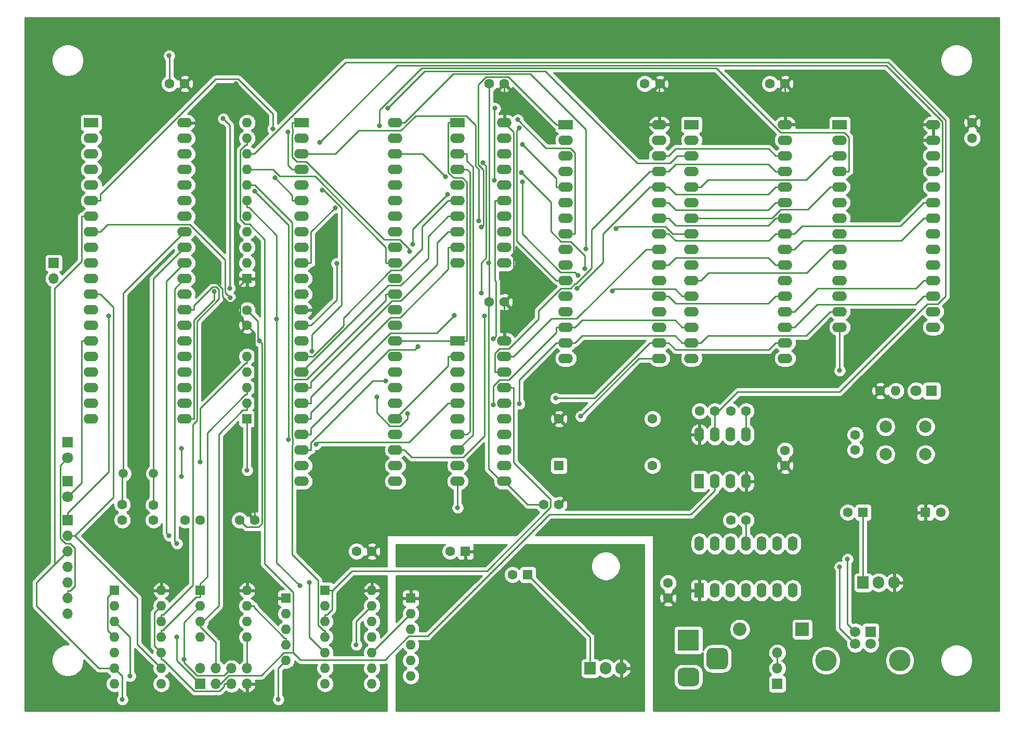
<source format=gbl>
G04 #@! TF.GenerationSoftware,KiCad,Pcbnew,(5.1.10)-1*
G04 #@! TF.CreationDate,2021-12-04T16:57:34-06:00*
G04 #@! TF.ProjectId,68k8,36386b38-2e6b-4696-9361-645f70636258,rev?*
G04 #@! TF.SameCoordinates,Original*
G04 #@! TF.FileFunction,Copper,L2,Bot*
G04 #@! TF.FilePolarity,Positive*
%FSLAX46Y46*%
G04 Gerber Fmt 4.6, Leading zero omitted, Abs format (unit mm)*
G04 Created by KiCad (PCBNEW (5.1.10)-1) date 2021-12-04 16:57:34*
%MOMM*%
%LPD*%
G01*
G04 APERTURE LIST*
G04 #@! TA.AperFunction,ComponentPad*
%ADD10O,2.200000X2.200000*%
G04 #@! TD*
G04 #@! TA.AperFunction,ComponentPad*
%ADD11R,2.200000X2.200000*%
G04 #@! TD*
G04 #@! TA.AperFunction,ComponentPad*
%ADD12O,1.600000X1.600000*%
G04 #@! TD*
G04 #@! TA.AperFunction,ComponentPad*
%ADD13C,1.600000*%
G04 #@! TD*
G04 #@! TA.AperFunction,ComponentPad*
%ADD14C,1.800000*%
G04 #@! TD*
G04 #@! TA.AperFunction,ComponentPad*
%ADD15R,1.800000X1.800000*%
G04 #@! TD*
G04 #@! TA.AperFunction,ComponentPad*
%ADD16R,3.500000X3.500000*%
G04 #@! TD*
G04 #@! TA.AperFunction,ComponentPad*
%ADD17R,2.400000X1.600000*%
G04 #@! TD*
G04 #@! TA.AperFunction,ComponentPad*
%ADD18O,2.400000X1.600000*%
G04 #@! TD*
G04 #@! TA.AperFunction,ComponentPad*
%ADD19R,1.600000X1.600000*%
G04 #@! TD*
G04 #@! TA.AperFunction,ComponentPad*
%ADD20R,1.700000X1.700000*%
G04 #@! TD*
G04 #@! TA.AperFunction,ComponentPad*
%ADD21O,1.700000X1.700000*%
G04 #@! TD*
G04 #@! TA.AperFunction,ComponentPad*
%ADD22C,1.700000*%
G04 #@! TD*
G04 #@! TA.AperFunction,ComponentPad*
%ADD23C,3.500000*%
G04 #@! TD*
G04 #@! TA.AperFunction,ComponentPad*
%ADD24C,2.000000*%
G04 #@! TD*
G04 #@! TA.AperFunction,ComponentPad*
%ADD25R,1.905000X2.000000*%
G04 #@! TD*
G04 #@! TA.AperFunction,ComponentPad*
%ADD26O,1.905000X2.000000*%
G04 #@! TD*
G04 #@! TA.AperFunction,ComponentPad*
%ADD27R,1.600000X2.400000*%
G04 #@! TD*
G04 #@! TA.AperFunction,ComponentPad*
%ADD28O,1.600000X2.400000*%
G04 #@! TD*
G04 #@! TA.AperFunction,ComponentPad*
%ADD29C,1.500000*%
G04 #@! TD*
G04 #@! TA.AperFunction,ViaPad*
%ADD30C,0.800000*%
G04 #@! TD*
G04 #@! TA.AperFunction,Conductor*
%ADD31C,0.250000*%
G04 #@! TD*
G04 #@! TA.AperFunction,Conductor*
%ADD32C,0.254000*%
G04 #@! TD*
G04 #@! TA.AperFunction,Conductor*
%ADD33C,0.100000*%
G04 #@! TD*
G04 APERTURE END LIST*
D10*
X249174000Y-110490000D03*
D11*
X259334000Y-110490000D03*
D12*
X274574000Y-71628000D03*
D13*
X272034000Y-71628000D03*
D14*
X277876000Y-71628000D03*
D15*
X280416000Y-71628000D03*
G04 #@! TA.AperFunction,ComponentPad*
G36*
G01*
X246367000Y-117018000D02*
X244617000Y-117018000D01*
G75*
G02*
X243742000Y-116143000I0J875000D01*
G01*
X243742000Y-114393000D01*
G75*
G02*
X244617000Y-113518000I875000J0D01*
G01*
X246367000Y-113518000D01*
G75*
G02*
X247242000Y-114393000I0J-875000D01*
G01*
X247242000Y-116143000D01*
G75*
G02*
X246367000Y-117018000I-875000J0D01*
G01*
G37*
G04 #@! TD.AperFunction*
G04 #@! TA.AperFunction,ComponentPad*
G36*
G01*
X241792000Y-119768000D02*
X239792000Y-119768000D01*
G75*
G02*
X239042000Y-119018000I0J750000D01*
G01*
X239042000Y-117518000D01*
G75*
G02*
X239792000Y-116768000I750000J0D01*
G01*
X241792000Y-116768000D01*
G75*
G02*
X242542000Y-117518000I0J-750000D01*
G01*
X242542000Y-119018000D01*
G75*
G02*
X241792000Y-119768000I-750000J0D01*
G01*
G37*
G04 #@! TD.AperFunction*
D16*
X240792000Y-112268000D03*
D13*
X233680000Y-21590000D03*
X236180000Y-21590000D03*
D17*
X220805000Y-28245000D03*
D18*
X236045000Y-66345000D03*
X220805000Y-30785000D03*
X236045000Y-63805000D03*
X220805000Y-33325000D03*
X236045000Y-61265000D03*
X220805000Y-35865000D03*
X236045000Y-58725000D03*
X220805000Y-38405000D03*
X236045000Y-56185000D03*
X220805000Y-40945000D03*
X236045000Y-53645000D03*
X220805000Y-43485000D03*
X236045000Y-51105000D03*
X220805000Y-46025000D03*
X236045000Y-48565000D03*
X220805000Y-48565000D03*
X236045000Y-46025000D03*
X220805000Y-51105000D03*
X236045000Y-43485000D03*
X220805000Y-53645000D03*
X236045000Y-40945000D03*
X220805000Y-56185000D03*
X236045000Y-38405000D03*
X220805000Y-58725000D03*
X236045000Y-35865000D03*
X220805000Y-61265000D03*
X236045000Y-33325000D03*
X220805000Y-63805000D03*
X236045000Y-30785000D03*
X220805000Y-66345000D03*
X236045000Y-28245000D03*
D14*
X139700000Y-88900000D03*
D15*
X139700000Y-86360000D03*
D14*
X139700000Y-82550000D03*
D15*
X139700000Y-80010000D03*
D18*
X193040000Y-27940000D03*
X177800000Y-86360000D03*
X193040000Y-30480000D03*
X177800000Y-83820000D03*
X193040000Y-33020000D03*
X177800000Y-81280000D03*
X193040000Y-35560000D03*
X177800000Y-78740000D03*
X193040000Y-38100000D03*
X177800000Y-76200000D03*
X193040000Y-40640000D03*
X177800000Y-73660000D03*
X193040000Y-43180000D03*
X177800000Y-71120000D03*
X193040000Y-45720000D03*
X177800000Y-68580000D03*
X193040000Y-48260000D03*
X177800000Y-66040000D03*
X193040000Y-50800000D03*
X177800000Y-63500000D03*
X193040000Y-53340000D03*
X177800000Y-60960000D03*
X193040000Y-55880000D03*
X177800000Y-58420000D03*
X193040000Y-58420000D03*
X177800000Y-55880000D03*
X193040000Y-60960000D03*
X177800000Y-53340000D03*
X193040000Y-63500000D03*
X177800000Y-50800000D03*
X193040000Y-66040000D03*
X177800000Y-48260000D03*
X193040000Y-68580000D03*
X177800000Y-45720000D03*
X193040000Y-71120000D03*
X177800000Y-43180000D03*
X193040000Y-73660000D03*
X177800000Y-40640000D03*
X193040000Y-76200000D03*
X177800000Y-38100000D03*
X193040000Y-78740000D03*
X177800000Y-35560000D03*
X193040000Y-81280000D03*
X177800000Y-33020000D03*
X193040000Y-83820000D03*
X177800000Y-30480000D03*
X193040000Y-86360000D03*
D17*
X177800000Y-27940000D03*
D13*
X153670000Y-90210000D03*
X153670000Y-92710000D03*
X148590000Y-92670000D03*
X148590000Y-90170000D03*
X212130000Y-101600000D03*
D19*
X214630000Y-101600000D03*
X269240000Y-91440000D03*
D13*
X266740000Y-91440000D03*
X201970000Y-97790000D03*
D19*
X204470000Y-97790000D03*
X279400000Y-91440000D03*
D13*
X281900000Y-91440000D03*
X247690000Y-92710000D03*
X250190000Y-92710000D03*
X168910000Y-58460000D03*
X168910000Y-60960000D03*
X189230000Y-97790000D03*
X186730000Y-97790000D03*
X208320000Y-57150000D03*
X210820000Y-57150000D03*
X219710000Y-90170000D03*
X217210000Y-90170000D03*
X256540000Y-83820000D03*
X256540000Y-81320000D03*
X247690000Y-74930000D03*
X250190000Y-74930000D03*
X245110000Y-74930000D03*
X242610000Y-74930000D03*
X267970000Y-78780000D03*
X267970000Y-81280000D03*
X256540000Y-21590000D03*
X254040000Y-21590000D03*
X287020000Y-27940000D03*
X287020000Y-30440000D03*
X158750000Y-21590000D03*
X156250000Y-21590000D03*
X237490000Y-102910000D03*
X237490000Y-105410000D03*
X170180000Y-92710000D03*
X167680000Y-92710000D03*
X158790000Y-92710000D03*
X161290000Y-92710000D03*
X210820000Y-21590000D03*
X208320000Y-21590000D03*
D19*
X219710000Y-83820000D03*
D13*
X219710000Y-76200000D03*
X234950000Y-76200000D03*
X234950000Y-83820000D03*
D20*
X137414000Y-50800000D03*
D21*
X137414000Y-53340000D03*
D20*
X255270000Y-119380000D03*
D21*
X255270000Y-116840000D03*
X255270000Y-114300000D03*
D20*
X270470000Y-110860000D03*
D22*
X267970000Y-110860000D03*
X267970000Y-112860000D03*
X270470000Y-112860000D03*
D23*
X275240000Y-115570000D03*
X263200000Y-115570000D03*
D20*
X139700000Y-92710000D03*
D21*
X139700000Y-95250000D03*
X139700000Y-97790000D03*
X139700000Y-100330000D03*
X139700000Y-102870000D03*
X139700000Y-105410000D03*
X139700000Y-107950000D03*
D20*
X161290000Y-119380000D03*
D21*
X161290000Y-116840000D03*
X163830000Y-119380000D03*
X163830000Y-116840000D03*
X166370000Y-119380000D03*
X166370000Y-116840000D03*
X168910000Y-119380000D03*
X168910000Y-116840000D03*
D19*
X168910000Y-53340000D03*
D12*
X168910000Y-50800000D03*
X168910000Y-48260000D03*
X168910000Y-45720000D03*
X168910000Y-43180000D03*
X168910000Y-40640000D03*
X168910000Y-38100000D03*
X168910000Y-35560000D03*
X168910000Y-33020000D03*
X168910000Y-30480000D03*
X168910000Y-27940000D03*
X175260000Y-115570000D03*
X175260000Y-113030000D03*
X175260000Y-110490000D03*
X175260000Y-107950000D03*
D19*
X175260000Y-105410000D03*
X168910000Y-76200000D03*
D12*
X168910000Y-73660000D03*
X168910000Y-71120000D03*
X168910000Y-68580000D03*
X168910000Y-66040000D03*
D19*
X195580000Y-105410000D03*
D12*
X195580000Y-107950000D03*
X195580000Y-110490000D03*
X195580000Y-113030000D03*
X195580000Y-115570000D03*
X195580000Y-118110000D03*
D24*
X272900000Y-81970000D03*
X272900000Y-77470000D03*
X279400000Y-81970000D03*
X279400000Y-77470000D03*
D25*
X224790000Y-116840000D03*
D26*
X227330000Y-116840000D03*
X229870000Y-116840000D03*
D25*
X269240000Y-102870000D03*
D26*
X271780000Y-102870000D03*
X274320000Y-102870000D03*
D12*
X189230000Y-104140000D03*
X181610000Y-119380000D03*
X189230000Y-106680000D03*
X181610000Y-116840000D03*
X189230000Y-109220000D03*
X181610000Y-114300000D03*
X189230000Y-111760000D03*
X181610000Y-111760000D03*
X189230000Y-114300000D03*
X181610000Y-109220000D03*
X189230000Y-116840000D03*
X181610000Y-106680000D03*
X189230000Y-119380000D03*
D19*
X181610000Y-104140000D03*
D17*
X203200000Y-63500000D03*
D18*
X210820000Y-86360000D03*
X203200000Y-66040000D03*
X210820000Y-83820000D03*
X203200000Y-68580000D03*
X210820000Y-81280000D03*
X203200000Y-71120000D03*
X210820000Y-78740000D03*
X203200000Y-73660000D03*
X210820000Y-76200000D03*
X203200000Y-76200000D03*
X210820000Y-73660000D03*
X203200000Y-78740000D03*
X210820000Y-71120000D03*
X203200000Y-81280000D03*
X210820000Y-68580000D03*
X203200000Y-83820000D03*
X210820000Y-66040000D03*
X203200000Y-86360000D03*
X210820000Y-63500000D03*
D27*
X242570000Y-86360000D03*
D28*
X250190000Y-78740000D03*
X245110000Y-86360000D03*
X247650000Y-78740000D03*
X247650000Y-86360000D03*
X245110000Y-78740000D03*
X250190000Y-86360000D03*
X242570000Y-78740000D03*
D18*
X256540000Y-28245000D03*
X241300000Y-66345000D03*
X256540000Y-30785000D03*
X241300000Y-63805000D03*
X256540000Y-33325000D03*
X241300000Y-61265000D03*
X256540000Y-35865000D03*
X241300000Y-58725000D03*
X256540000Y-38405000D03*
X241300000Y-56185000D03*
X256540000Y-40945000D03*
X241300000Y-53645000D03*
X256540000Y-43485000D03*
X241300000Y-51105000D03*
X256540000Y-46025000D03*
X241300000Y-48565000D03*
X256540000Y-48565000D03*
X241300000Y-46025000D03*
X256540000Y-51105000D03*
X241300000Y-43485000D03*
X256540000Y-53645000D03*
X241300000Y-40945000D03*
X256540000Y-56185000D03*
X241300000Y-38405000D03*
X256540000Y-58725000D03*
X241300000Y-35865000D03*
X256540000Y-61265000D03*
X241300000Y-33325000D03*
X256540000Y-63805000D03*
X241300000Y-30785000D03*
X256540000Y-66345000D03*
D17*
X241300000Y-28245000D03*
X265430000Y-28245000D03*
D18*
X280670000Y-61265000D03*
X265430000Y-30785000D03*
X280670000Y-58725000D03*
X265430000Y-33325000D03*
X280670000Y-56185000D03*
X265430000Y-35865000D03*
X280670000Y-53645000D03*
X265430000Y-38405000D03*
X280670000Y-51105000D03*
X265430000Y-40945000D03*
X280670000Y-48565000D03*
X265430000Y-43485000D03*
X280670000Y-46025000D03*
X265430000Y-46025000D03*
X280670000Y-43485000D03*
X265430000Y-48565000D03*
X280670000Y-40945000D03*
X265430000Y-51105000D03*
X280670000Y-38405000D03*
X265430000Y-53645000D03*
X280670000Y-35865000D03*
X265430000Y-56185000D03*
X280670000Y-33325000D03*
X265430000Y-58725000D03*
X280670000Y-30785000D03*
X265430000Y-61265000D03*
X280670000Y-28245000D03*
D17*
X143510000Y-27940000D03*
D18*
X158750000Y-76200000D03*
X143510000Y-30480000D03*
X158750000Y-73660000D03*
X143510000Y-33020000D03*
X158750000Y-71120000D03*
X143510000Y-35560000D03*
X158750000Y-68580000D03*
X143510000Y-38100000D03*
X158750000Y-66040000D03*
X143510000Y-40640000D03*
X158750000Y-63500000D03*
X143510000Y-43180000D03*
X158750000Y-60960000D03*
X143510000Y-45720000D03*
X158750000Y-58420000D03*
X143510000Y-48260000D03*
X158750000Y-55880000D03*
X143510000Y-50800000D03*
X158750000Y-53340000D03*
X143510000Y-53340000D03*
X158750000Y-50800000D03*
X143510000Y-55880000D03*
X158750000Y-48260000D03*
X143510000Y-58420000D03*
X158750000Y-45720000D03*
X143510000Y-60960000D03*
X158750000Y-43180000D03*
X143510000Y-63500000D03*
X158750000Y-40640000D03*
X143510000Y-66040000D03*
X158750000Y-38100000D03*
X143510000Y-68580000D03*
X158750000Y-35560000D03*
X143510000Y-71120000D03*
X158750000Y-33020000D03*
X143510000Y-73660000D03*
X158750000Y-30480000D03*
X143510000Y-76200000D03*
X158750000Y-27940000D03*
D27*
X242570000Y-104140000D03*
D28*
X257810000Y-96520000D03*
X245110000Y-104140000D03*
X255270000Y-96520000D03*
X247650000Y-104140000D03*
X252730000Y-96520000D03*
X250190000Y-104140000D03*
X250190000Y-96520000D03*
X252730000Y-104140000D03*
X247650000Y-96520000D03*
X255270000Y-104140000D03*
X245110000Y-96520000D03*
X257810000Y-104140000D03*
X242570000Y-96520000D03*
D19*
X161290000Y-104140000D03*
D12*
X168910000Y-111760000D03*
X161290000Y-106680000D03*
X168910000Y-109220000D03*
X161290000Y-109220000D03*
X168910000Y-106680000D03*
X161290000Y-111760000D03*
X168910000Y-104140000D03*
D19*
X147320000Y-104140000D03*
D12*
X154940000Y-119380000D03*
X147320000Y-106680000D03*
X154940000Y-116840000D03*
X147320000Y-109220000D03*
X154940000Y-114300000D03*
X147320000Y-111760000D03*
X154940000Y-111760000D03*
X147320000Y-114300000D03*
X154940000Y-109220000D03*
X147320000Y-116840000D03*
X154940000Y-106680000D03*
X147320000Y-119380000D03*
X154940000Y-104140000D03*
D18*
X210820000Y-27940000D03*
X203200000Y-50800000D03*
X210820000Y-30480000D03*
X203200000Y-48260000D03*
X210820000Y-33020000D03*
X203200000Y-45720000D03*
X210820000Y-35560000D03*
X203200000Y-43180000D03*
X210820000Y-38100000D03*
X203200000Y-40640000D03*
X210820000Y-40640000D03*
X203200000Y-38100000D03*
X210820000Y-43180000D03*
X203200000Y-35560000D03*
X210820000Y-45720000D03*
X203200000Y-33020000D03*
X210820000Y-48260000D03*
X203200000Y-30480000D03*
X210820000Y-50800000D03*
D17*
X203200000Y-27940000D03*
D29*
X153670000Y-85090000D03*
X148770000Y-85090000D03*
D30*
X158242000Y-81026000D03*
X158242000Y-85598000D03*
X208280000Y-50800000D03*
X170905000Y-63500000D03*
X156210000Y-17018000D03*
X168910000Y-84582000D03*
X265430000Y-68326000D03*
X203200000Y-90678000D03*
X157480000Y-111760000D03*
X198877347Y-113542653D03*
X215392000Y-97790000D03*
X208280000Y-105410000D03*
X169164000Y-98806000D03*
X179324000Y-98806000D03*
X184658000Y-104394000D03*
X184658000Y-100330000D03*
X167132000Y-21590000D03*
X161544000Y-54102000D03*
X151892000Y-54864000D03*
X217424000Y-69850000D03*
X266700000Y-99060000D03*
X265430000Y-100330000D03*
X146386000Y-59413000D03*
X179070000Y-102870000D03*
X186690000Y-113030000D03*
X148590000Y-121920000D03*
X173990000Y-121920000D03*
X149860000Y-118110000D03*
X158605000Y-115425000D03*
X163584400Y-55433900D03*
X173741400Y-59966100D03*
X177484500Y-103387000D03*
X195383400Y-48952400D03*
X173094900Y-28932900D03*
X228998600Y-45187900D03*
X212987900Y-27457000D03*
X206655900Y-43895600D03*
X175558300Y-29477300D03*
X190435400Y-28402900D03*
X213772100Y-31512700D03*
X173445600Y-36914700D03*
X180775300Y-31154900D03*
X183244500Y-41775700D03*
X209175800Y-37326100D03*
X209291500Y-25584100D03*
X222607300Y-54937300D03*
X166087300Y-54909500D03*
X165016900Y-27288200D03*
X191858400Y-25536600D03*
X190029700Y-72663300D03*
X179474800Y-65150600D03*
X181144900Y-38907500D03*
X195015300Y-75356500D03*
X170114500Y-39061000D03*
X175621900Y-79607900D03*
X180127500Y-80324000D03*
X183504800Y-50848900D03*
X195923600Y-47750800D03*
X201568000Y-39645300D03*
X201196300Y-36743000D03*
X207281100Y-34470100D03*
X207050800Y-55718300D03*
X228359800Y-55370100D03*
X213256200Y-28808600D03*
X224049700Y-48493700D03*
X207036300Y-44947000D03*
X202698600Y-59356200D03*
X196740200Y-64441900D03*
X191450900Y-69989600D03*
X219152300Y-72828000D03*
X223270200Y-75771900D03*
X213258100Y-73748400D03*
X209012500Y-73888200D03*
X207553000Y-59422400D03*
X166144500Y-56461100D03*
X209012500Y-63159100D03*
X223889500Y-51732300D03*
X213564400Y-36085900D03*
X222832400Y-52792200D03*
X213718100Y-37611000D03*
X157480000Y-96520000D03*
X156210000Y-95250000D03*
X161286500Y-83241000D03*
D31*
X153670000Y-90210000D02*
X153670000Y-85090000D01*
X153670000Y-85090000D02*
X153670000Y-53340000D01*
X153670000Y-53340000D02*
X158750000Y-48260000D01*
X158242000Y-81026000D02*
X158242000Y-85598000D01*
X210820000Y-86360000D02*
X210312000Y-86360000D01*
X210312000Y-86360000D02*
X208280000Y-84328000D01*
X208280000Y-84328000D02*
X208280000Y-57190000D01*
X208280000Y-57190000D02*
X208320000Y-57150000D01*
X208320000Y-57150000D02*
X208320000Y-21590000D01*
X170905000Y-63500000D02*
X171305000Y-63900000D01*
X171305000Y-63900000D02*
X171305000Y-93250000D01*
X171305000Y-93250000D02*
X170720000Y-93835000D01*
X170720000Y-93835000D02*
X168805000Y-93835000D01*
X168805000Y-93835000D02*
X167680000Y-92710000D01*
X168910000Y-58460000D02*
X170688000Y-60238000D01*
X170688000Y-60238000D02*
X170688000Y-63500000D01*
X170688000Y-63500000D02*
X170905000Y-63500000D01*
X217210000Y-90170000D02*
X214630000Y-90170000D01*
X214630000Y-90170000D02*
X210820000Y-86360000D01*
X156250000Y-21590000D02*
X156250000Y-17058000D01*
X156250000Y-17058000D02*
X156210000Y-17018000D01*
X168910000Y-76200000D02*
X168910000Y-84582000D01*
X265430000Y-61265000D02*
X265430000Y-68326000D01*
X203200000Y-86360000D02*
X203200000Y-90678000D01*
X157480000Y-115570000D02*
X161290000Y-119380000D01*
X157480000Y-111760000D02*
X157480000Y-115570000D01*
X148590000Y-90170000D02*
X148590000Y-85270000D01*
X148590000Y-85270000D02*
X148770000Y-85090000D01*
X148770000Y-85090000D02*
X148770000Y-55700000D01*
X148770000Y-55700000D02*
X158750000Y-45720000D01*
X224790000Y-116840000D02*
X224790000Y-111760000D01*
X224790000Y-111760000D02*
X214630000Y-101600000D01*
X269240000Y-102870000D02*
X269240000Y-91440000D01*
X210820000Y-57150000D02*
X212345000Y-55625000D01*
X212345000Y-55625000D02*
X212345000Y-29465000D01*
X212345000Y-29465000D02*
X210820000Y-27940000D01*
X256540000Y-28245000D02*
X256540000Y-21590000D01*
X236045000Y-28245000D02*
X236045000Y-21725000D01*
X236045000Y-21725000D02*
X236180000Y-21590000D01*
X210820000Y-27940000D02*
X210820000Y-21590000D01*
X210820000Y-63500000D02*
X210820000Y-57150000D01*
X168910000Y-53340000D02*
X167860000Y-53340000D01*
X167860000Y-53340000D02*
X167132000Y-52612000D01*
X167132000Y-52612000D02*
X167132000Y-21590000D01*
X170180000Y-92710000D02*
X170180000Y-62230000D01*
X170180000Y-62230000D02*
X168910000Y-60960000D01*
X168910000Y-60960000D02*
X167785000Y-59835000D01*
X167785000Y-59835000D02*
X167785000Y-54465000D01*
X167785000Y-54465000D02*
X168910000Y-53340000D01*
X164868290Y-54999580D02*
X163970710Y-54102000D01*
X164868290Y-56257892D02*
X164868290Y-54999580D01*
X165796499Y-57186101D02*
X164868290Y-56257892D01*
X166492501Y-57186101D02*
X165796499Y-57186101D01*
X168910000Y-54768602D02*
X166492501Y-57186101D01*
X168910000Y-53340000D02*
X168910000Y-54768602D01*
X163970710Y-54102000D02*
X161544000Y-54102000D01*
X250190000Y-96520000D02*
X250190000Y-92710000D01*
X250190000Y-74930000D02*
X250190000Y-78740000D01*
X245110000Y-75543500D02*
X245110000Y-78740000D01*
X245110000Y-74930000D02*
X245110000Y-75543500D01*
X170035300Y-33020000D02*
X168910000Y-33020000D01*
X184932300Y-18123000D02*
X170035300Y-33020000D01*
X282658500Y-27462700D02*
X273318800Y-18123000D01*
X273318800Y-18123000D02*
X184932300Y-18123000D01*
X281412500Y-57455000D02*
X282658500Y-56209000D01*
X265386850Y-71807750D02*
X279739600Y-57455000D01*
X282658500Y-56209000D02*
X282658500Y-27462700D01*
X248845750Y-71807750D02*
X265386850Y-71807750D01*
X279739600Y-57455000D02*
X281412500Y-57455000D01*
X245110000Y-75543500D02*
X248845750Y-71807750D01*
X176442000Y-114311700D02*
X176442000Y-104471700D01*
X176442000Y-104471700D02*
X171782600Y-99812300D01*
X171782600Y-99812300D02*
X171782600Y-46939700D01*
X171782600Y-46939700D02*
X169292900Y-44450000D01*
X169292900Y-44450000D02*
X168550100Y-44450000D01*
X168550100Y-44450000D02*
X167784700Y-43684600D01*
X167784700Y-43684600D02*
X167784700Y-32449200D01*
X167784700Y-32449200D02*
X168628600Y-31605300D01*
X168628600Y-31605300D02*
X168910000Y-31605300D01*
X163830000Y-119380000D02*
X164557800Y-119380000D01*
X164557800Y-119380000D02*
X165922400Y-118015400D01*
X165922400Y-118015400D02*
X171216300Y-118015400D01*
X171216300Y-118015400D02*
X174920000Y-114311700D01*
X174920000Y-114311700D02*
X176442000Y-114311700D01*
X176442000Y-114311700D02*
X177565200Y-115434900D01*
X177565200Y-115434900D02*
X191360800Y-115434900D01*
X191360800Y-115434900D02*
X195180300Y-111615400D01*
X195180300Y-111615400D02*
X198308800Y-111615400D01*
X198308800Y-111615400D02*
X218135300Y-91788900D01*
X218135300Y-91788900D02*
X241206400Y-91788900D01*
X241206400Y-91788900D02*
X245110000Y-87885300D01*
X168910000Y-30480000D02*
X168910000Y-31605300D01*
X245110000Y-86360000D02*
X245110000Y-87885300D01*
X203200000Y-63500000D02*
X204725300Y-63500000D01*
X203200000Y-27940000D02*
X201674700Y-27940000D01*
X201674700Y-27940000D02*
X201674700Y-36030200D01*
X201674700Y-36030200D02*
X202569700Y-36925200D01*
X202569700Y-36925200D02*
X204017600Y-36925200D01*
X204017600Y-36925200D02*
X204725300Y-37632900D01*
X204725300Y-37632900D02*
X204725300Y-63500000D01*
X194565300Y-63500000D02*
X201674700Y-63500000D01*
X193040000Y-63500000D02*
X194565300Y-63500000D01*
X203200000Y-63500000D02*
X201674700Y-63500000D01*
X255270000Y-114300000D02*
X255270000Y-116840000D01*
X267970000Y-110860000D02*
X266700000Y-109590000D01*
X266700000Y-109590000D02*
X266700000Y-99060000D01*
X267970000Y-112860000D02*
X265430000Y-110320000D01*
X265430000Y-110320000D02*
X265430000Y-100330000D01*
X139700000Y-92710000D02*
X139700000Y-91534700D01*
X139700000Y-91534700D02*
X146386000Y-84848700D01*
X146386000Y-84848700D02*
X146386000Y-59413000D01*
X179070000Y-102870000D02*
X179070000Y-111760000D01*
X179070000Y-111760000D02*
X181610000Y-114300000D01*
X143510000Y-55880000D02*
X145035300Y-55880000D01*
X145035300Y-55880000D02*
X147143100Y-57987800D01*
X147143100Y-57987800D02*
X147143100Y-88982200D01*
X147143100Y-88982200D02*
X140875300Y-95250000D01*
X139700000Y-95250000D02*
X140875300Y-95250000D01*
X154940000Y-116840000D02*
X150997100Y-112897100D01*
X150997100Y-112897100D02*
X150997100Y-105371800D01*
X150997100Y-105371800D02*
X140875300Y-95250000D01*
X186690000Y-113030000D02*
X186690000Y-109220000D01*
X186690000Y-109220000D02*
X189230000Y-106680000D01*
X143510000Y-43180000D02*
X141984700Y-43180000D01*
X137581900Y-99908100D02*
X137581900Y-54920200D01*
X137581900Y-54920200D02*
X141984700Y-50517400D01*
X141984700Y-50517400D02*
X141984700Y-43180000D01*
X137581900Y-99908100D02*
X134620000Y-102870000D01*
X134620000Y-102870000D02*
X134620000Y-106680000D01*
X134620000Y-106680000D02*
X144780000Y-116840000D01*
X144780000Y-116840000D02*
X147320000Y-116840000D01*
X139700000Y-97790000D02*
X137581900Y-99908100D01*
X147320000Y-116840000D02*
X148590000Y-118110000D01*
X148590000Y-118110000D02*
X148590000Y-121920000D01*
X173990000Y-121920000D02*
X173990000Y-116840000D01*
X173990000Y-116840000D02*
X175260000Y-115570000D01*
X139700000Y-105410000D02*
X139700000Y-104234700D01*
X139700000Y-82550000D02*
X138459200Y-83790800D01*
X138459200Y-83790800D02*
X138459200Y-95673600D01*
X138459200Y-95673600D02*
X139305600Y-96520000D01*
X139305600Y-96520000D02*
X140104500Y-96520000D01*
X140104500Y-96520000D02*
X140875300Y-97290800D01*
X140875300Y-97290800D02*
X140875300Y-103426800D01*
X140875300Y-103426800D02*
X140067400Y-104234700D01*
X140067400Y-104234700D02*
X139700000Y-104234700D01*
X141984700Y-63500000D02*
X141984700Y-86615300D01*
X141984700Y-86615300D02*
X139700000Y-88900000D01*
X143510000Y-63500000D02*
X141984700Y-63500000D01*
X195580000Y-107950000D02*
X189230000Y-114300000D01*
X166370000Y-119380000D02*
X165194700Y-119380000D01*
X154940000Y-114300000D02*
X154940000Y-115425300D01*
X154940000Y-115425300D02*
X155169300Y-115425300D01*
X155169300Y-115425300D02*
X160299300Y-120555300D01*
X160299300Y-120555300D02*
X164386800Y-120555300D01*
X164386800Y-120555300D02*
X165194700Y-119747400D01*
X165194700Y-119747400D02*
X165194700Y-119380000D01*
X154940000Y-106680000D02*
X153815000Y-107805000D01*
X153815000Y-107805000D02*
X153815000Y-113175000D01*
X153815000Y-113175000D02*
X154940000Y-114300000D01*
X147320000Y-104140000D02*
X146195000Y-105265000D01*
X146195000Y-105265000D02*
X146195000Y-110635000D01*
X146195000Y-110635000D02*
X147320000Y-111760000D01*
X149860000Y-118110000D02*
X149860000Y-111760000D01*
X149860000Y-111760000D02*
X147320000Y-109220000D01*
X168910000Y-116840000D02*
X168910000Y-111760000D01*
X166370000Y-116840000D02*
X165195000Y-118015000D01*
X165195000Y-118015000D02*
X160726000Y-118015000D01*
X160726000Y-118015000D02*
X158605000Y-115894000D01*
X158605000Y-115894000D02*
X158605000Y-115425000D01*
X158605000Y-115425000D02*
X158605000Y-109365000D01*
X158605000Y-109365000D02*
X161290000Y-106680000D01*
X168910000Y-73660000D02*
X168910000Y-74785300D01*
X161290000Y-109657500D02*
X164271100Y-106676400D01*
X164271100Y-106676400D02*
X164271100Y-78720900D01*
X164271100Y-78720900D02*
X168206700Y-74785300D01*
X168206700Y-74785300D02*
X168910000Y-74785300D01*
X161290000Y-109657500D02*
X161290000Y-109220000D01*
X163830000Y-116840000D02*
X163830000Y-112635000D01*
X163830000Y-112635000D02*
X161290000Y-110095000D01*
X161290000Y-110095000D02*
X161290000Y-109657500D01*
X158750000Y-76200000D02*
X160275300Y-76200000D01*
X160275300Y-76200000D02*
X160275300Y-60073500D01*
X160275300Y-60073500D02*
X163584400Y-56764400D01*
X163584400Y-56764400D02*
X163584400Y-55433900D01*
X173741400Y-59966100D02*
X173741400Y-99643900D01*
X173741400Y-99643900D02*
X177484500Y-103387000D01*
X173741400Y-59966100D02*
X173741400Y-46315400D01*
X173741400Y-46315400D02*
X169191300Y-41765300D01*
X169191300Y-41765300D02*
X168910000Y-41765300D01*
X168910000Y-40640000D02*
X168910000Y-41765300D01*
X193040000Y-55880000D02*
X191514700Y-55880000D01*
X176258200Y-69740900D02*
X176258200Y-44178900D01*
X176258200Y-44178900D02*
X170179300Y-38100000D01*
X170179300Y-38100000D02*
X170035300Y-38100000D01*
X181610000Y-110634700D02*
X181328600Y-110634700D01*
X181328600Y-110634700D02*
X180484700Y-109790800D01*
X180484700Y-109790800D02*
X180484700Y-102481400D01*
X180484700Y-102481400D02*
X176258200Y-98254900D01*
X176258200Y-98254900D02*
X176258200Y-80502300D01*
X176258200Y-80502300D02*
X176360700Y-80399800D01*
X176360700Y-80399800D02*
X176360700Y-79320900D01*
X176360700Y-79320900D02*
X176258200Y-79218400D01*
X176258200Y-79218400D02*
X176258200Y-69740900D01*
X176258200Y-69740900D02*
X178654000Y-69740900D01*
X178654000Y-69740900D02*
X191514700Y-56880200D01*
X191514700Y-56880200D02*
X191514700Y-55880000D01*
X181610000Y-111760000D02*
X181610000Y-110634700D01*
X168910000Y-38100000D02*
X170035300Y-38100000D01*
X170035300Y-35560000D02*
X173116700Y-35560000D01*
X173116700Y-35560000D02*
X174242500Y-36685800D01*
X174242500Y-36685800D02*
X179949000Y-36685800D01*
X179949000Y-36685800D02*
X191514700Y-48251500D01*
X191514700Y-48251500D02*
X191514700Y-50800000D01*
X168910000Y-35560000D02*
X170035300Y-35560000D01*
X193040000Y-50800000D02*
X191514700Y-50800000D01*
X175260000Y-113030000D02*
X175260000Y-111904700D01*
X168910000Y-106680000D02*
X170035300Y-106680000D01*
X170035300Y-106680000D02*
X170035300Y-106961300D01*
X170035300Y-106961300D02*
X174978700Y-111904700D01*
X174978700Y-111904700D02*
X175260000Y-111904700D01*
X161290000Y-104140000D02*
X161290000Y-105265300D01*
X154940000Y-111760000D02*
X154940000Y-110634700D01*
X154940000Y-110634700D02*
X155175100Y-110634700D01*
X155175100Y-110634700D02*
X160544500Y-105265300D01*
X160544500Y-105265300D02*
X161290000Y-105265300D01*
X168910000Y-71120000D02*
X168910000Y-72245300D01*
X161290000Y-104140000D02*
X161290000Y-103014700D01*
X161290000Y-103014700D02*
X162415300Y-101889400D01*
X162415300Y-101889400D02*
X162415300Y-78458700D01*
X162415300Y-78458700D02*
X168628700Y-72245300D01*
X168628700Y-72245300D02*
X168910000Y-72245300D01*
X177800000Y-27940000D02*
X176274700Y-27940000D01*
X176274700Y-27940000D02*
X176274700Y-28884900D01*
X176274700Y-28884900D02*
X176364900Y-28975100D01*
X176364900Y-28975100D02*
X176364900Y-29696600D01*
X176364900Y-29696600D02*
X176262400Y-29799100D01*
X176262400Y-29799100D02*
X176262400Y-33526500D01*
X176262400Y-33526500D02*
X177025900Y-34290000D01*
X177025900Y-34290000D02*
X178527900Y-34290000D01*
X178527900Y-34290000D02*
X191227900Y-46990000D01*
X191227900Y-46990000D02*
X193778700Y-46990000D01*
X193778700Y-46990000D02*
X195383400Y-48594700D01*
X195383400Y-48594700D02*
X195383400Y-48952400D01*
X143510000Y-40640000D02*
X145035300Y-40640000D01*
X145035300Y-40640000D02*
X145035300Y-39591400D01*
X145035300Y-39591400D02*
X163777000Y-20849700D01*
X163777000Y-20849700D02*
X167478800Y-20849700D01*
X167478800Y-20849700D02*
X173094900Y-26465800D01*
X173094900Y-26465800D02*
X173094900Y-28932900D01*
X228998600Y-45187900D02*
X229318400Y-44868100D01*
X229318400Y-44868100D02*
X237050300Y-44868100D01*
X237050300Y-44868100D02*
X238207200Y-46025000D01*
X238207200Y-46025000D02*
X241300000Y-46025000D01*
X222330300Y-46025000D02*
X222330300Y-32803600D01*
X222330300Y-32803600D02*
X221581700Y-32055000D01*
X221581700Y-32055000D02*
X217585900Y-32055000D01*
X217585900Y-32055000D02*
X212987900Y-27457000D01*
X220805000Y-46025000D02*
X222330300Y-46025000D01*
X177800000Y-33020000D02*
X183253800Y-33020000D01*
X183253800Y-33020000D02*
X187063800Y-29210000D01*
X187063800Y-29210000D02*
X193970200Y-29210000D01*
X193970200Y-29210000D02*
X196365600Y-26814600D01*
X196365600Y-26814600D02*
X204599400Y-26814600D01*
X204599400Y-26814600D02*
X206105500Y-28320700D01*
X206105500Y-28320700D02*
X206105500Y-34957100D01*
X206105500Y-34957100D02*
X206655900Y-35507500D01*
X206655900Y-35507500D02*
X206655900Y-43895600D01*
X263904700Y-38405000D02*
X260239300Y-42070400D01*
X260239300Y-42070400D02*
X255792400Y-42070400D01*
X255792400Y-42070400D02*
X254377800Y-43485000D01*
X254377800Y-43485000D02*
X241300000Y-43485000D01*
X265430000Y-38405000D02*
X263904700Y-38405000D01*
X265430000Y-35865000D02*
X266955300Y-35865000D01*
X177800000Y-35560000D02*
X176274700Y-35560000D01*
X175558300Y-29477300D02*
X175558300Y-34843600D01*
X175558300Y-34843600D02*
X176274700Y-35560000D01*
X266955300Y-35865000D02*
X266955300Y-30287100D01*
X266955300Y-30287100D02*
X266183200Y-29515000D01*
X266183200Y-29515000D02*
X255791800Y-29515000D01*
X255791800Y-29515000D02*
X245312000Y-19035200D01*
X245312000Y-19035200D02*
X197316000Y-19035200D01*
X197316000Y-19035200D02*
X190435400Y-25915800D01*
X190435400Y-25915800D02*
X190435400Y-28402900D01*
X241300000Y-38405000D02*
X242825300Y-38405000D01*
X265430000Y-33325000D02*
X263904700Y-33325000D01*
X263904700Y-33325000D02*
X259990300Y-37239400D01*
X259990300Y-37239400D02*
X243990900Y-37239400D01*
X243990900Y-37239400D02*
X242825300Y-38405000D01*
X220805000Y-38405000D02*
X219279700Y-38405000D01*
X219279700Y-38405000D02*
X219279700Y-37020300D01*
X219279700Y-37020300D02*
X213772100Y-31512700D01*
X280670000Y-35865000D02*
X282195300Y-35865000D01*
X177800000Y-40640000D02*
X176274700Y-40640000D01*
X173445600Y-36914700D02*
X176274700Y-39743800D01*
X176274700Y-39743800D02*
X176274700Y-40640000D01*
X282195300Y-35865000D02*
X282195300Y-27739100D01*
X282195300Y-27739100D02*
X273036800Y-18580600D01*
X273036800Y-18580600D02*
X193349600Y-18580600D01*
X193349600Y-18580600D02*
X180775300Y-31154900D01*
X236045000Y-40945000D02*
X237570300Y-40945000D01*
X256540000Y-40945000D02*
X255014700Y-40945000D01*
X255014700Y-40945000D02*
X253824200Y-42135500D01*
X253824200Y-42135500D02*
X238760800Y-42135500D01*
X238760800Y-42135500D02*
X237570300Y-40945000D01*
X236807700Y-43485000D02*
X236045000Y-43485000D01*
X256106500Y-43485000D02*
X256540000Y-43485000D01*
X256106500Y-43485000D02*
X255014700Y-43485000D01*
X236807700Y-43485000D02*
X237570300Y-43485000D01*
X255014700Y-43485000D02*
X253824200Y-44675500D01*
X253824200Y-44675500D02*
X238760800Y-44675500D01*
X238760800Y-44675500D02*
X237570300Y-43485000D01*
X236045000Y-51105000D02*
X237570300Y-51105000D01*
X256540000Y-51105000D02*
X255014700Y-51105000D01*
X255014700Y-51105000D02*
X253824200Y-49914500D01*
X253824200Y-49914500D02*
X238760800Y-49914500D01*
X238760800Y-49914500D02*
X237570300Y-51105000D01*
X256540000Y-46025000D02*
X258065300Y-46025000D01*
X280670000Y-40945000D02*
X279144700Y-40945000D01*
X279144700Y-40945000D02*
X275334700Y-44755000D01*
X275334700Y-44755000D02*
X259335300Y-44755000D01*
X259335300Y-44755000D02*
X258065300Y-46025000D01*
X236045000Y-46025000D02*
X237570300Y-46025000D01*
X256540000Y-46025000D02*
X255014700Y-46025000D01*
X255014700Y-46025000D02*
X253865400Y-47174300D01*
X253865400Y-47174300D02*
X238719600Y-47174300D01*
X238719600Y-47174300D02*
X237570300Y-46025000D01*
X183244500Y-41775700D02*
X179325300Y-45694900D01*
X179325300Y-45694900D02*
X179325300Y-50800000D01*
X177800000Y-50800000D02*
X179325300Y-50800000D01*
X209291500Y-25584100D02*
X209175800Y-25699800D01*
X209175800Y-25699800D02*
X209175800Y-37326100D01*
X236045000Y-38405000D02*
X237570300Y-38405000D01*
X256540000Y-38405000D02*
X255014700Y-38405000D01*
X255014700Y-38405000D02*
X253824200Y-39595500D01*
X253824200Y-39595500D02*
X238760800Y-39595500D01*
X238760800Y-39595500D02*
X237570300Y-38405000D01*
X236045000Y-38405000D02*
X234519700Y-38405000D01*
X234519700Y-38405000D02*
X226855100Y-46069600D01*
X226855100Y-46069600D02*
X226855100Y-50689500D01*
X226855100Y-50689500D02*
X222607300Y-54937300D01*
X203200000Y-78740000D02*
X204725300Y-78740000D01*
X203200000Y-35560000D02*
X204725300Y-35560000D01*
X204725300Y-35560000D02*
X205175700Y-36010400D01*
X205175700Y-36010400D02*
X205175700Y-78289600D01*
X205175700Y-78289600D02*
X204725300Y-78740000D01*
X166087300Y-54909500D02*
X166087300Y-28358600D01*
X166087300Y-28358600D02*
X165016900Y-27288200D01*
X241300000Y-33325000D02*
X238980300Y-33325000D01*
X238980300Y-33325000D02*
X237804400Y-34500900D01*
X237804400Y-34500900D02*
X232464600Y-34500900D01*
X232464600Y-34500900D02*
X217490500Y-19526800D01*
X217490500Y-19526800D02*
X197868200Y-19526800D01*
X197868200Y-19526800D02*
X191858400Y-25536600D01*
X179474800Y-65150600D02*
X179474800Y-62430300D01*
X179474800Y-62430300D02*
X184285200Y-57619900D01*
X184285200Y-57619900D02*
X184285200Y-41790600D01*
X184285200Y-41790600D02*
X181402100Y-38907500D01*
X181402100Y-38907500D02*
X181144900Y-38907500D01*
X190029700Y-72663300D02*
X190029700Y-75181700D01*
X190029700Y-75181700D02*
X192196900Y-77348900D01*
X192196900Y-77348900D02*
X193889500Y-77348900D01*
X193889500Y-77348900D02*
X195015300Y-76223100D01*
X195015300Y-76223100D02*
X195015300Y-75356500D01*
X203200000Y-73660000D02*
X201674700Y-73660000D01*
X170114500Y-39061000D02*
X175621900Y-44568400D01*
X175621900Y-44568400D02*
X175621900Y-79607900D01*
X201674700Y-73660000D02*
X195324700Y-80010000D01*
X195324700Y-80010000D02*
X180441500Y-80010000D01*
X180441500Y-80010000D02*
X180127500Y-80324000D01*
X177800000Y-60960000D02*
X179325300Y-60960000D01*
X183504800Y-50848900D02*
X183504800Y-56780500D01*
X183504800Y-56780500D02*
X179325300Y-60960000D01*
X201568000Y-39645300D02*
X195923600Y-45289700D01*
X195923600Y-45289700D02*
X195923600Y-47750800D01*
X201196300Y-36743000D02*
X197473300Y-33020000D01*
X197473300Y-33020000D02*
X193040000Y-33020000D01*
X207050800Y-55718300D02*
X207050800Y-50766900D01*
X207050800Y-50766900D02*
X207869600Y-49948100D01*
X207869600Y-49948100D02*
X207869600Y-35058600D01*
X207869600Y-35058600D02*
X207281100Y-34470100D01*
X241300000Y-56185000D02*
X239774700Y-56185000D01*
X228359800Y-55370100D02*
X228670200Y-55059700D01*
X228670200Y-55059700D02*
X238649400Y-55059700D01*
X238649400Y-55059700D02*
X239774700Y-56185000D01*
X213256200Y-28808600D02*
X212831600Y-29233200D01*
X212831600Y-29233200D02*
X212831600Y-47196900D01*
X212831600Y-47196900D02*
X219279700Y-53645000D01*
X265430000Y-48565000D02*
X263904700Y-48565000D01*
X241300000Y-53645000D02*
X242825300Y-53645000D01*
X242825300Y-53645000D02*
X244095300Y-52375000D01*
X244095300Y-52375000D02*
X260094700Y-52375000D01*
X260094700Y-52375000D02*
X263904700Y-48565000D01*
X220805000Y-53645000D02*
X219279700Y-53645000D01*
X179325300Y-66040000D02*
X179611200Y-66040000D01*
X179611200Y-66040000D02*
X184592900Y-61058300D01*
X184592900Y-61058300D02*
X184592900Y-59723800D01*
X184592900Y-59723800D02*
X192320600Y-51996100D01*
X192320600Y-51996100D02*
X193908900Y-51996100D01*
X193908900Y-51996100D02*
X197437400Y-48467600D01*
X197437400Y-48467600D02*
X197437400Y-44877300D01*
X197437400Y-44877300D02*
X201674700Y-40640000D01*
X177800000Y-66040000D02*
X179325300Y-66040000D01*
X203200000Y-40640000D02*
X201674700Y-40640000D01*
X193040000Y-27940000D02*
X194565300Y-27940000D01*
X194565300Y-27940000D02*
X202528100Y-19977200D01*
X202528100Y-19977200D02*
X215002700Y-19977200D01*
X215002700Y-19977200D02*
X224049700Y-29024200D01*
X224049700Y-29024200D02*
X224049700Y-48493700D01*
X256540000Y-33325000D02*
X255014700Y-33325000D01*
X236045000Y-33325000D02*
X237570300Y-33325000D01*
X237570300Y-33325000D02*
X238719600Y-32175700D01*
X238719600Y-32175700D02*
X253865400Y-32175700D01*
X253865400Y-32175700D02*
X255014700Y-33325000D01*
X203200000Y-43180000D02*
X201674700Y-43180000D01*
X201674700Y-43180000D02*
X198419600Y-46435100D01*
X198419600Y-46435100D02*
X198419600Y-49988300D01*
X198419600Y-49988300D02*
X193942500Y-54465400D01*
X193942500Y-54465400D02*
X191914600Y-54465400D01*
X191914600Y-54465400D02*
X177800000Y-68580000D01*
X219279700Y-28245000D02*
X211475100Y-20440400D01*
X211475100Y-20440400D02*
X207869800Y-20440400D01*
X207869800Y-20440400D02*
X206555800Y-21754400D01*
X206555800Y-21754400D02*
X206555800Y-34770500D01*
X206555800Y-34770500D02*
X207381200Y-35595900D01*
X207381200Y-35595900D02*
X207381200Y-44602100D01*
X207381200Y-44602100D02*
X207036300Y-44947000D01*
X177800000Y-71120000D02*
X179325300Y-71120000D01*
X203200000Y-45720000D02*
X201674700Y-45720000D01*
X201674700Y-45720000D02*
X199898300Y-47496400D01*
X199898300Y-47496400D02*
X199898300Y-51054200D01*
X199898300Y-51054200D02*
X193947100Y-57005400D01*
X193947100Y-57005400D02*
X192463100Y-57005400D01*
X192463100Y-57005400D02*
X179325300Y-70143200D01*
X179325300Y-70143200D02*
X179325300Y-71120000D01*
X220805000Y-28245000D02*
X219279700Y-28245000D01*
X201674700Y-48260000D02*
X201674700Y-51836000D01*
X201674700Y-51836000D02*
X193820700Y-59690000D01*
X193820700Y-59690000D02*
X192288100Y-59690000D01*
X192288100Y-59690000D02*
X179325300Y-72652800D01*
X179325300Y-72652800D02*
X179325300Y-73660000D01*
X203200000Y-48260000D02*
X201674700Y-48260000D01*
X177800000Y-73660000D02*
X179325300Y-73660000D01*
X256540000Y-56185000D02*
X255014700Y-56185000D01*
X236045000Y-56185000D02*
X237570300Y-56185000D01*
X237570300Y-56185000D02*
X238760800Y-57375500D01*
X238760800Y-57375500D02*
X253824200Y-57375500D01*
X253824200Y-57375500D02*
X255014700Y-56185000D01*
X177800000Y-76200000D02*
X179325300Y-76200000D01*
X179325300Y-76200000D02*
X179325300Y-75151400D01*
X179325300Y-75151400D02*
X192246700Y-62230000D01*
X192246700Y-62230000D02*
X199824800Y-62230000D01*
X199824800Y-62230000D02*
X202698600Y-59356200D01*
X177800000Y-78740000D02*
X179325300Y-78740000D01*
X179325300Y-78740000D02*
X179325300Y-77691400D01*
X179325300Y-77691400D02*
X192102100Y-64914600D01*
X192102100Y-64914600D02*
X196267500Y-64914600D01*
X196267500Y-64914600D02*
X196740200Y-64441900D01*
X280670000Y-53645000D02*
X279144700Y-53645000D01*
X256540000Y-58725000D02*
X258065300Y-58725000D01*
X258065300Y-58725000D02*
X261875300Y-54915000D01*
X261875300Y-54915000D02*
X277874700Y-54915000D01*
X277874700Y-54915000D02*
X279144700Y-53645000D01*
X177800000Y-81280000D02*
X179325300Y-81280000D01*
X179325300Y-81280000D02*
X179325300Y-80040700D01*
X179325300Y-80040700D02*
X189376400Y-69989600D01*
X189376400Y-69989600D02*
X191450900Y-69989600D01*
X280670000Y-56185000D02*
X279144700Y-56185000D01*
X256540000Y-61265000D02*
X258065300Y-61265000D01*
X258065300Y-61265000D02*
X261730700Y-57599600D01*
X261730700Y-57599600D02*
X277730100Y-57599600D01*
X277730100Y-57599600D02*
X279144700Y-56185000D01*
X236045000Y-63805000D02*
X234519700Y-63805000D01*
X219152300Y-72828000D02*
X225496700Y-72828000D01*
X225496700Y-72828000D02*
X234519700Y-63805000D01*
X256540000Y-63805000D02*
X255014700Y-63805000D01*
X236045000Y-63805000D02*
X237570300Y-63805000D01*
X237570300Y-63805000D02*
X238719600Y-64954300D01*
X238719600Y-64954300D02*
X253865400Y-64954300D01*
X253865400Y-64954300D02*
X255014700Y-63805000D01*
X223270200Y-75771900D02*
X232697100Y-66345000D01*
X232697100Y-66345000D02*
X236045000Y-66345000D01*
X220805000Y-63805000D02*
X219279700Y-63805000D01*
X213258100Y-73748400D02*
X213258100Y-69826600D01*
X213258100Y-69826600D02*
X219279700Y-63805000D01*
X241300000Y-63805000D02*
X239774700Y-63805000D01*
X220805000Y-63805000D02*
X222330300Y-63805000D01*
X222330300Y-63805000D02*
X223479600Y-62655700D01*
X223479600Y-62655700D02*
X238625400Y-62655700D01*
X238625400Y-62655700D02*
X239774700Y-63805000D01*
X265430000Y-58725000D02*
X263904700Y-58725000D01*
X241300000Y-63805000D02*
X242825300Y-63805000D01*
X242825300Y-63805000D02*
X243950700Y-62679600D01*
X243950700Y-62679600D02*
X259950100Y-62679600D01*
X259950100Y-62679600D02*
X263904700Y-58725000D01*
X220805000Y-61265000D02*
X219279700Y-61265000D01*
X209012500Y-73888200D02*
X209012500Y-70882200D01*
X209012500Y-70882200D02*
X210044700Y-69850000D01*
X210044700Y-69850000D02*
X211552700Y-69850000D01*
X211552700Y-69850000D02*
X219279700Y-62123000D01*
X219279700Y-62123000D02*
X219279700Y-61265000D01*
X221153200Y-61265000D02*
X220805000Y-61265000D01*
X221153200Y-61265000D02*
X222330300Y-61265000D01*
X239774700Y-61265000D02*
X238625900Y-60116200D01*
X238625900Y-60116200D02*
X223479100Y-60116200D01*
X223479100Y-60116200D02*
X222330300Y-61265000D01*
X241300000Y-61265000D02*
X239774700Y-61265000D01*
X194565300Y-81280000D02*
X195709900Y-82424600D01*
X195709900Y-82424600D02*
X204116800Y-82424600D01*
X204116800Y-82424600D02*
X207554400Y-78987000D01*
X207554400Y-78987000D02*
X207554400Y-59423800D01*
X207554400Y-59423800D02*
X207553000Y-59422400D01*
X193040000Y-81280000D02*
X194565300Y-81280000D01*
X204725300Y-33020000D02*
X204725300Y-34213800D01*
X204725300Y-34213800D02*
X205671500Y-35160000D01*
X205671500Y-35160000D02*
X205671500Y-78808500D01*
X205671500Y-78808500D02*
X203200000Y-81280000D01*
X203200000Y-33020000D02*
X204725300Y-33020000D01*
X193040000Y-76200000D02*
X201674700Y-67565300D01*
X201674700Y-67565300D02*
X201674700Y-66040000D01*
X203200000Y-66040000D02*
X201674700Y-66040000D01*
X143510000Y-45720000D02*
X145035300Y-45720000D01*
X145035300Y-45720000D02*
X146225900Y-44529400D01*
X146225900Y-44529400D02*
X159584800Y-44529400D01*
X159584800Y-44529400D02*
X165318300Y-50262900D01*
X165318300Y-50262900D02*
X165318300Y-55634900D01*
X165318300Y-55634900D02*
X166144500Y-56461100D01*
X210820000Y-40640000D02*
X209294700Y-40640000D01*
X209294700Y-40640000D02*
X209294700Y-53674400D01*
X209294700Y-53674400D02*
X209449500Y-53829200D01*
X209449500Y-53829200D02*
X209449500Y-62722100D01*
X209449500Y-62722100D02*
X209012500Y-63159100D01*
X210820000Y-71120000D02*
X212345300Y-71120000D01*
X212345300Y-71120000D02*
X212345300Y-83262800D01*
X212345300Y-83262800D02*
X218353700Y-89271200D01*
X218353700Y-89271200D02*
X218353700Y-90621900D01*
X218353700Y-90621900D02*
X208010700Y-100964900D01*
X208010700Y-100964900D02*
X186023000Y-100964900D01*
X186023000Y-100964900D02*
X182735300Y-104252600D01*
X182735300Y-104252600D02*
X182735300Y-107250800D01*
X182735300Y-107250800D02*
X181891400Y-108094700D01*
X181891400Y-108094700D02*
X181610000Y-108094700D01*
X182622700Y-104140000D02*
X182735300Y-104252600D01*
X181610000Y-109220000D02*
X181610000Y-108094700D01*
X181610000Y-104140000D02*
X182622700Y-104140000D01*
X234519700Y-35865000D02*
X225053100Y-45331600D01*
X225053100Y-45331600D02*
X225053100Y-51610000D01*
X225053100Y-51610000D02*
X222451100Y-54212000D01*
X222451100Y-54212000D02*
X222306900Y-54212000D01*
X222306900Y-54212000D02*
X221603900Y-54915000D01*
X221603900Y-54915000D02*
X220045700Y-54915000D01*
X220045700Y-54915000D02*
X216389100Y-58571600D01*
X216389100Y-58571600D02*
X216389100Y-59936200D01*
X216389100Y-59936200D02*
X211555300Y-64770000D01*
X211555300Y-64770000D02*
X210041200Y-64770000D01*
X210041200Y-64770000D02*
X209294700Y-65516500D01*
X209294700Y-65516500D02*
X209294700Y-68580000D01*
X236045000Y-35865000D02*
X234519700Y-35865000D01*
X236478500Y-35865000D02*
X236045000Y-35865000D01*
X210820000Y-68580000D02*
X209294700Y-68580000D01*
X236478500Y-35865000D02*
X237570300Y-35865000D01*
X256540000Y-35865000D02*
X255014700Y-35865000D01*
X255014700Y-35865000D02*
X253824200Y-34674500D01*
X253824200Y-34674500D02*
X238760800Y-34674500D01*
X238760800Y-34674500D02*
X237570300Y-35865000D01*
X210820000Y-66040000D02*
X212345300Y-66040000D01*
X236045000Y-48565000D02*
X233900300Y-48565000D01*
X233900300Y-48565000D02*
X222584500Y-59880800D01*
X222584500Y-59880800D02*
X218504500Y-59880800D01*
X218504500Y-59880800D02*
X212345300Y-66040000D01*
X256540000Y-48565000D02*
X258065300Y-48565000D01*
X280670000Y-43485000D02*
X279144700Y-43485000D01*
X279144700Y-43485000D02*
X275479300Y-47150400D01*
X275479300Y-47150400D02*
X259479900Y-47150400D01*
X259479900Y-47150400D02*
X258065300Y-48565000D01*
X213564400Y-36085900D02*
X218391200Y-40912700D01*
X218391200Y-40912700D02*
X218391200Y-45651300D01*
X218391200Y-45651300D02*
X220034900Y-47295000D01*
X220034900Y-47295000D02*
X221601400Y-47295000D01*
X221601400Y-47295000D02*
X223889500Y-49583100D01*
X223889500Y-49583100D02*
X223889500Y-51732300D01*
X213718100Y-37611000D02*
X213718100Y-46060600D01*
X213718100Y-46060600D02*
X219947700Y-52290200D01*
X219947700Y-52290200D02*
X222330400Y-52290200D01*
X222330400Y-52290200D02*
X222832400Y-52792200D01*
X154940000Y-108094700D02*
X155221300Y-108094700D01*
X155221300Y-108094700D02*
X160040000Y-103276000D01*
X160040000Y-103276000D02*
X160040000Y-77100100D01*
X160040000Y-77100100D02*
X160725700Y-76414400D01*
X160725700Y-76414400D02*
X160725700Y-60260000D01*
X160725700Y-60260000D02*
X164342800Y-56642900D01*
X164342800Y-56642900D02*
X164342800Y-55110500D01*
X164342800Y-55110500D02*
X163901000Y-54668700D01*
X163901000Y-54668700D02*
X163323900Y-54668700D01*
X163323900Y-54668700D02*
X160275300Y-57717300D01*
X160275300Y-57717300D02*
X160275300Y-58420000D01*
X158750000Y-58420000D02*
X160275300Y-58420000D01*
X154940000Y-109220000D02*
X154940000Y-108094700D01*
X157480000Y-96520000D02*
X157080000Y-96120000D01*
X157080000Y-96120000D02*
X157080000Y-55010000D01*
X157080000Y-55010000D02*
X158750000Y-53340000D01*
X156210000Y-95250000D02*
X155760000Y-94800000D01*
X155760000Y-94800000D02*
X155760000Y-53790000D01*
X155760000Y-53790000D02*
X158750000Y-50800000D01*
X161286500Y-83241000D02*
X161286500Y-74507500D01*
X161286500Y-74507500D02*
X168628700Y-67165300D01*
X168628700Y-67165300D02*
X168910000Y-67165300D01*
X168910000Y-66040000D02*
X168910000Y-67165300D01*
D32*
X291415001Y-123775000D02*
X235077000Y-123775000D01*
X235077000Y-117518000D01*
X238403928Y-117518000D01*
X238403928Y-119018000D01*
X238430599Y-119288799D01*
X238509589Y-119549192D01*
X238637860Y-119789171D01*
X238810485Y-119999515D01*
X239020829Y-120172140D01*
X239260808Y-120300411D01*
X239521201Y-120379401D01*
X239792000Y-120406072D01*
X241792000Y-120406072D01*
X242062799Y-120379401D01*
X242323192Y-120300411D01*
X242563171Y-120172140D01*
X242773515Y-119999515D01*
X242946140Y-119789171D01*
X243074411Y-119549192D01*
X243153401Y-119288799D01*
X243180072Y-119018000D01*
X243180072Y-118530000D01*
X253781928Y-118530000D01*
X253781928Y-120230000D01*
X253794188Y-120354482D01*
X253830498Y-120474180D01*
X253889463Y-120584494D01*
X253968815Y-120681185D01*
X254065506Y-120760537D01*
X254175820Y-120819502D01*
X254295518Y-120855812D01*
X254420000Y-120868072D01*
X256120000Y-120868072D01*
X256244482Y-120855812D01*
X256364180Y-120819502D01*
X256474494Y-120760537D01*
X256571185Y-120681185D01*
X256650537Y-120584494D01*
X256709502Y-120474180D01*
X256745812Y-120354482D01*
X256758072Y-120230000D01*
X256758072Y-118530000D01*
X256745812Y-118405518D01*
X256709502Y-118285820D01*
X256650537Y-118175506D01*
X256571185Y-118078815D01*
X256474494Y-117999463D01*
X256364180Y-117940498D01*
X256291620Y-117918487D01*
X256423475Y-117786632D01*
X256585990Y-117543411D01*
X256697932Y-117273158D01*
X256755000Y-116986260D01*
X256755000Y-116693740D01*
X256697932Y-116406842D01*
X256585990Y-116136589D01*
X256423475Y-115893368D01*
X256216632Y-115686525D01*
X256042240Y-115570000D01*
X256216632Y-115453475D01*
X256335009Y-115335098D01*
X260815000Y-115335098D01*
X260815000Y-115804902D01*
X260906654Y-116265679D01*
X261086440Y-116699721D01*
X261347450Y-117090349D01*
X261679651Y-117422550D01*
X262070279Y-117683560D01*
X262504321Y-117863346D01*
X262965098Y-117955000D01*
X263434902Y-117955000D01*
X263895679Y-117863346D01*
X264329721Y-117683560D01*
X264720349Y-117422550D01*
X265052550Y-117090349D01*
X265313560Y-116699721D01*
X265493346Y-116265679D01*
X265585000Y-115804902D01*
X265585000Y-115335098D01*
X272855000Y-115335098D01*
X272855000Y-115804902D01*
X272946654Y-116265679D01*
X273126440Y-116699721D01*
X273387450Y-117090349D01*
X273719651Y-117422550D01*
X274110279Y-117683560D01*
X274544321Y-117863346D01*
X275005098Y-117955000D01*
X275474902Y-117955000D01*
X275935679Y-117863346D01*
X276369721Y-117683560D01*
X276760349Y-117422550D01*
X277092550Y-117090349D01*
X277353560Y-116699721D01*
X277533346Y-116265679D01*
X277625000Y-115804902D01*
X277625000Y-115335098D01*
X277620103Y-115310475D01*
X281845000Y-115310475D01*
X281845000Y-115829525D01*
X281946261Y-116338601D01*
X282144893Y-116818141D01*
X282433262Y-117249715D01*
X282800285Y-117616738D01*
X283231859Y-117905107D01*
X283711399Y-118103739D01*
X284220475Y-118205000D01*
X284739525Y-118205000D01*
X285248601Y-118103739D01*
X285728141Y-117905107D01*
X286159715Y-117616738D01*
X286526738Y-117249715D01*
X286815107Y-116818141D01*
X287013739Y-116338601D01*
X287115000Y-115829525D01*
X287115000Y-115310475D01*
X287013739Y-114801399D01*
X286815107Y-114321859D01*
X286526738Y-113890285D01*
X286159715Y-113523262D01*
X285728141Y-113234893D01*
X285248601Y-113036261D01*
X284739525Y-112935000D01*
X284220475Y-112935000D01*
X283711399Y-113036261D01*
X283231859Y-113234893D01*
X282800285Y-113523262D01*
X282433262Y-113890285D01*
X282144893Y-114321859D01*
X281946261Y-114801399D01*
X281845000Y-115310475D01*
X277620103Y-115310475D01*
X277533346Y-114874321D01*
X277353560Y-114440279D01*
X277092550Y-114049651D01*
X276760349Y-113717450D01*
X276369721Y-113456440D01*
X275935679Y-113276654D01*
X275474902Y-113185000D01*
X275005098Y-113185000D01*
X274544321Y-113276654D01*
X274110279Y-113456440D01*
X273719651Y-113717450D01*
X273387450Y-114049651D01*
X273126440Y-114440279D01*
X272946654Y-114874321D01*
X272855000Y-115335098D01*
X265585000Y-115335098D01*
X265493346Y-114874321D01*
X265313560Y-114440279D01*
X265052550Y-114049651D01*
X264720349Y-113717450D01*
X264329721Y-113456440D01*
X263895679Y-113276654D01*
X263434902Y-113185000D01*
X262965098Y-113185000D01*
X262504321Y-113276654D01*
X262070279Y-113456440D01*
X261679651Y-113717450D01*
X261347450Y-114049651D01*
X261086440Y-114440279D01*
X260906654Y-114874321D01*
X260815000Y-115335098D01*
X256335009Y-115335098D01*
X256423475Y-115246632D01*
X256585990Y-115003411D01*
X256697932Y-114733158D01*
X256755000Y-114446260D01*
X256755000Y-114153740D01*
X256697932Y-113866842D01*
X256585990Y-113596589D01*
X256423475Y-113353368D01*
X256216632Y-113146525D01*
X255973411Y-112984010D01*
X255703158Y-112872068D01*
X255416260Y-112815000D01*
X255123740Y-112815000D01*
X254836842Y-112872068D01*
X254566589Y-112984010D01*
X254323368Y-113146525D01*
X254116525Y-113353368D01*
X253954010Y-113596589D01*
X253842068Y-113866842D01*
X253785000Y-114153740D01*
X253785000Y-114446260D01*
X253842068Y-114733158D01*
X253954010Y-115003411D01*
X254116525Y-115246632D01*
X254323368Y-115453475D01*
X254497760Y-115570000D01*
X254323368Y-115686525D01*
X254116525Y-115893368D01*
X253954010Y-116136589D01*
X253842068Y-116406842D01*
X253785000Y-116693740D01*
X253785000Y-116986260D01*
X253842068Y-117273158D01*
X253954010Y-117543411D01*
X254116525Y-117786632D01*
X254248380Y-117918487D01*
X254175820Y-117940498D01*
X254065506Y-117999463D01*
X253968815Y-118078815D01*
X253889463Y-118175506D01*
X253830498Y-118285820D01*
X253794188Y-118405518D01*
X253781928Y-118530000D01*
X243180072Y-118530000D01*
X243180072Y-117518000D01*
X243153401Y-117247201D01*
X243074411Y-116986808D01*
X242946140Y-116746829D01*
X242773515Y-116536485D01*
X242563171Y-116363860D01*
X242323192Y-116235589D01*
X242062799Y-116156599D01*
X241792000Y-116129928D01*
X239792000Y-116129928D01*
X239521201Y-116156599D01*
X239260808Y-116235589D01*
X239020829Y-116363860D01*
X238810485Y-116536485D01*
X238637860Y-116746829D01*
X238509589Y-116986808D01*
X238430599Y-117247201D01*
X238403928Y-117518000D01*
X235077000Y-117518000D01*
X235077000Y-110518000D01*
X238403928Y-110518000D01*
X238403928Y-114018000D01*
X238416188Y-114142482D01*
X238452498Y-114262180D01*
X238511463Y-114372494D01*
X238590815Y-114469185D01*
X238687506Y-114548537D01*
X238797820Y-114607502D01*
X238917518Y-114643812D01*
X239042000Y-114656072D01*
X242542000Y-114656072D01*
X242666482Y-114643812D01*
X242786180Y-114607502D01*
X242896494Y-114548537D01*
X242993185Y-114469185D01*
X243072537Y-114372494D01*
X243113494Y-114295869D01*
X243103928Y-114393000D01*
X243103928Y-116143000D01*
X243133001Y-116438186D01*
X243219104Y-116722028D01*
X243358927Y-116983618D01*
X243547097Y-117212903D01*
X243776382Y-117401073D01*
X244037972Y-117540896D01*
X244321814Y-117626999D01*
X244617000Y-117656072D01*
X246367000Y-117656072D01*
X246662186Y-117626999D01*
X246946028Y-117540896D01*
X247207618Y-117401073D01*
X247436903Y-117212903D01*
X247625073Y-116983618D01*
X247764896Y-116722028D01*
X247850999Y-116438186D01*
X247880072Y-116143000D01*
X247880072Y-114393000D01*
X247850999Y-114097814D01*
X247764896Y-113813972D01*
X247625073Y-113552382D01*
X247436903Y-113323097D01*
X247207618Y-113134927D01*
X246946028Y-112995104D01*
X246662186Y-112909001D01*
X246367000Y-112879928D01*
X244617000Y-112879928D01*
X244321814Y-112909001D01*
X244037972Y-112995104D01*
X243776382Y-113134927D01*
X243547097Y-113323097D01*
X243358927Y-113552382D01*
X243219104Y-113813972D01*
X243180072Y-113942643D01*
X243180072Y-110518000D01*
X243167812Y-110393518D01*
X243145243Y-110319117D01*
X247439000Y-110319117D01*
X247439000Y-110660883D01*
X247505675Y-110996081D01*
X247636463Y-111311831D01*
X247826337Y-111595998D01*
X248068002Y-111837663D01*
X248352169Y-112027537D01*
X248667919Y-112158325D01*
X249003117Y-112225000D01*
X249344883Y-112225000D01*
X249680081Y-112158325D01*
X249995831Y-112027537D01*
X250279998Y-111837663D01*
X250521663Y-111595998D01*
X250711537Y-111311831D01*
X250842325Y-110996081D01*
X250909000Y-110660883D01*
X250909000Y-110319117D01*
X250842325Y-109983919D01*
X250711537Y-109668169D01*
X250525671Y-109390000D01*
X257595928Y-109390000D01*
X257595928Y-111590000D01*
X257608188Y-111714482D01*
X257644498Y-111834180D01*
X257703463Y-111944494D01*
X257782815Y-112041185D01*
X257879506Y-112120537D01*
X257989820Y-112179502D01*
X258109518Y-112215812D01*
X258234000Y-112228072D01*
X260434000Y-112228072D01*
X260558482Y-112215812D01*
X260678180Y-112179502D01*
X260788494Y-112120537D01*
X260885185Y-112041185D01*
X260964537Y-111944494D01*
X261023502Y-111834180D01*
X261059812Y-111714482D01*
X261072072Y-111590000D01*
X261072072Y-109390000D01*
X261059812Y-109265518D01*
X261023502Y-109145820D01*
X260964537Y-109035506D01*
X260885185Y-108938815D01*
X260788494Y-108859463D01*
X260678180Y-108800498D01*
X260558482Y-108764188D01*
X260434000Y-108751928D01*
X258234000Y-108751928D01*
X258109518Y-108764188D01*
X257989820Y-108800498D01*
X257879506Y-108859463D01*
X257782815Y-108938815D01*
X257703463Y-109035506D01*
X257644498Y-109145820D01*
X257608188Y-109265518D01*
X257595928Y-109390000D01*
X250525671Y-109390000D01*
X250521663Y-109384002D01*
X250279998Y-109142337D01*
X249995831Y-108952463D01*
X249680081Y-108821675D01*
X249344883Y-108755000D01*
X249003117Y-108755000D01*
X248667919Y-108821675D01*
X248352169Y-108952463D01*
X248068002Y-109142337D01*
X247826337Y-109384002D01*
X247636463Y-109668169D01*
X247505675Y-109983919D01*
X247439000Y-110319117D01*
X243145243Y-110319117D01*
X243131502Y-110273820D01*
X243072537Y-110163506D01*
X242993185Y-110066815D01*
X242896494Y-109987463D01*
X242786180Y-109928498D01*
X242666482Y-109892188D01*
X242542000Y-109879928D01*
X239042000Y-109879928D01*
X238917518Y-109892188D01*
X238797820Y-109928498D01*
X238687506Y-109987463D01*
X238590815Y-110066815D01*
X238511463Y-110163506D01*
X238452498Y-110273820D01*
X238416188Y-110393518D01*
X238403928Y-110518000D01*
X235077000Y-110518000D01*
X235077000Y-106402702D01*
X236676903Y-106402702D01*
X236748486Y-106646671D01*
X237003996Y-106767571D01*
X237278184Y-106836300D01*
X237560512Y-106850217D01*
X237840130Y-106808787D01*
X238106292Y-106713603D01*
X238231514Y-106646671D01*
X238303097Y-106402702D01*
X237490000Y-105589605D01*
X236676903Y-106402702D01*
X235077000Y-106402702D01*
X235077000Y-105480512D01*
X236049783Y-105480512D01*
X236091213Y-105760130D01*
X236186397Y-106026292D01*
X236253329Y-106151514D01*
X236497298Y-106223097D01*
X237310395Y-105410000D01*
X237669605Y-105410000D01*
X238482702Y-106223097D01*
X238726671Y-106151514D01*
X238847571Y-105896004D01*
X238916300Y-105621816D01*
X238930191Y-105340000D01*
X241131928Y-105340000D01*
X241144188Y-105464482D01*
X241180498Y-105584180D01*
X241239463Y-105694494D01*
X241318815Y-105791185D01*
X241415506Y-105870537D01*
X241525820Y-105929502D01*
X241645518Y-105965812D01*
X241770000Y-105978072D01*
X242284250Y-105975000D01*
X242443000Y-105816250D01*
X242443000Y-104267000D01*
X241293750Y-104267000D01*
X241135000Y-104425750D01*
X241131928Y-105340000D01*
X238930191Y-105340000D01*
X238930217Y-105339488D01*
X238888787Y-105059870D01*
X238793603Y-104793708D01*
X238726671Y-104668486D01*
X238482702Y-104596903D01*
X237669605Y-105410000D01*
X237310395Y-105410000D01*
X236497298Y-104596903D01*
X236253329Y-104668486D01*
X236132429Y-104923996D01*
X236063700Y-105198184D01*
X236049783Y-105480512D01*
X235077000Y-105480512D01*
X235077000Y-102768665D01*
X236055000Y-102768665D01*
X236055000Y-103051335D01*
X236110147Y-103328574D01*
X236218320Y-103589727D01*
X236375363Y-103824759D01*
X236575241Y-104024637D01*
X236775869Y-104158692D01*
X236748486Y-104173329D01*
X236676903Y-104417298D01*
X237490000Y-105230395D01*
X238303097Y-104417298D01*
X238231514Y-104173329D01*
X238202659Y-104159676D01*
X238404759Y-104024637D01*
X238604637Y-103824759D01*
X238761680Y-103589727D01*
X238869853Y-103328574D01*
X238925000Y-103051335D01*
X238925000Y-102940000D01*
X241131928Y-102940000D01*
X241135000Y-103854250D01*
X241293750Y-104013000D01*
X242443000Y-104013000D01*
X242443000Y-102463750D01*
X242697000Y-102463750D01*
X242697000Y-104013000D01*
X242717000Y-104013000D01*
X242717000Y-104267000D01*
X242697000Y-104267000D01*
X242697000Y-105816250D01*
X242855750Y-105975000D01*
X243370000Y-105978072D01*
X243494482Y-105965812D01*
X243614180Y-105929502D01*
X243724494Y-105870537D01*
X243821185Y-105791185D01*
X243900537Y-105694494D01*
X243959502Y-105584180D01*
X243995812Y-105464482D01*
X243997581Y-105446517D01*
X244090393Y-105559608D01*
X244308900Y-105738932D01*
X244558193Y-105872182D01*
X244828692Y-105954236D01*
X245110000Y-105981943D01*
X245391309Y-105954236D01*
X245661808Y-105872182D01*
X245911101Y-105738932D01*
X246129608Y-105559608D01*
X246308932Y-105341101D01*
X246380000Y-105208142D01*
X246451068Y-105341101D01*
X246630393Y-105559608D01*
X246848900Y-105738932D01*
X247098193Y-105872182D01*
X247368692Y-105954236D01*
X247650000Y-105981943D01*
X247931309Y-105954236D01*
X248201808Y-105872182D01*
X248451101Y-105738932D01*
X248669608Y-105559608D01*
X248848932Y-105341101D01*
X248920000Y-105208142D01*
X248991068Y-105341101D01*
X249170393Y-105559608D01*
X249388900Y-105738932D01*
X249638193Y-105872182D01*
X249908692Y-105954236D01*
X250190000Y-105981943D01*
X250471309Y-105954236D01*
X250741808Y-105872182D01*
X250991101Y-105738932D01*
X251209608Y-105559608D01*
X251388932Y-105341101D01*
X251460000Y-105208142D01*
X251531068Y-105341101D01*
X251710393Y-105559608D01*
X251928900Y-105738932D01*
X252178193Y-105872182D01*
X252448692Y-105954236D01*
X252730000Y-105981943D01*
X253011309Y-105954236D01*
X253281808Y-105872182D01*
X253531101Y-105738932D01*
X253749608Y-105559608D01*
X253928932Y-105341101D01*
X254000000Y-105208142D01*
X254071068Y-105341101D01*
X254250393Y-105559608D01*
X254468900Y-105738932D01*
X254718193Y-105872182D01*
X254988692Y-105954236D01*
X255270000Y-105981943D01*
X255551309Y-105954236D01*
X255821808Y-105872182D01*
X256071101Y-105738932D01*
X256289608Y-105559608D01*
X256468932Y-105341101D01*
X256540000Y-105208142D01*
X256611068Y-105341101D01*
X256790393Y-105559608D01*
X257008900Y-105738932D01*
X257258193Y-105872182D01*
X257528692Y-105954236D01*
X257810000Y-105981943D01*
X258091309Y-105954236D01*
X258361808Y-105872182D01*
X258611101Y-105738932D01*
X258829608Y-105559608D01*
X259008932Y-105341101D01*
X259142182Y-105091808D01*
X259224236Y-104821309D01*
X259245000Y-104610491D01*
X259245000Y-103669508D01*
X259224236Y-103458691D01*
X259142182Y-103188192D01*
X259008932Y-102938899D01*
X258829607Y-102720392D01*
X258611100Y-102541068D01*
X258361807Y-102407818D01*
X258091308Y-102325764D01*
X257810000Y-102298057D01*
X257528691Y-102325764D01*
X257258192Y-102407818D01*
X257008899Y-102541068D01*
X256790392Y-102720393D01*
X256611068Y-102938900D01*
X256540000Y-103071858D01*
X256468932Y-102938899D01*
X256289607Y-102720392D01*
X256071100Y-102541068D01*
X255821807Y-102407818D01*
X255551308Y-102325764D01*
X255270000Y-102298057D01*
X254988691Y-102325764D01*
X254718192Y-102407818D01*
X254468899Y-102541068D01*
X254250392Y-102720393D01*
X254071068Y-102938900D01*
X254000000Y-103071858D01*
X253928932Y-102938899D01*
X253749607Y-102720392D01*
X253531100Y-102541068D01*
X253281807Y-102407818D01*
X253011308Y-102325764D01*
X252730000Y-102298057D01*
X252448691Y-102325764D01*
X252178192Y-102407818D01*
X251928899Y-102541068D01*
X251710392Y-102720393D01*
X251531068Y-102938900D01*
X251460000Y-103071858D01*
X251388932Y-102938899D01*
X251209607Y-102720392D01*
X250991100Y-102541068D01*
X250741807Y-102407818D01*
X250471308Y-102325764D01*
X250190000Y-102298057D01*
X249908691Y-102325764D01*
X249638192Y-102407818D01*
X249388899Y-102541068D01*
X249170392Y-102720393D01*
X248991068Y-102938900D01*
X248920000Y-103071858D01*
X248848932Y-102938899D01*
X248669607Y-102720392D01*
X248451100Y-102541068D01*
X248201807Y-102407818D01*
X247931308Y-102325764D01*
X247650000Y-102298057D01*
X247368691Y-102325764D01*
X247098192Y-102407818D01*
X246848899Y-102541068D01*
X246630392Y-102720393D01*
X246451068Y-102938900D01*
X246380000Y-103071858D01*
X246308932Y-102938899D01*
X246129607Y-102720392D01*
X245911100Y-102541068D01*
X245661807Y-102407818D01*
X245391308Y-102325764D01*
X245110000Y-102298057D01*
X244828691Y-102325764D01*
X244558192Y-102407818D01*
X244308899Y-102541068D01*
X244090392Y-102720393D01*
X243997581Y-102833483D01*
X243995812Y-102815518D01*
X243959502Y-102695820D01*
X243900537Y-102585506D01*
X243821185Y-102488815D01*
X243724494Y-102409463D01*
X243614180Y-102350498D01*
X243494482Y-102314188D01*
X243370000Y-102301928D01*
X242855750Y-102305000D01*
X242697000Y-102463750D01*
X242443000Y-102463750D01*
X242284250Y-102305000D01*
X241770000Y-102301928D01*
X241645518Y-102314188D01*
X241525820Y-102350498D01*
X241415506Y-102409463D01*
X241318815Y-102488815D01*
X241239463Y-102585506D01*
X241180498Y-102695820D01*
X241144188Y-102815518D01*
X241131928Y-102940000D01*
X238925000Y-102940000D01*
X238925000Y-102768665D01*
X238869853Y-102491426D01*
X238761680Y-102230273D01*
X238604637Y-101995241D01*
X238404759Y-101795363D01*
X238169727Y-101638320D01*
X237908574Y-101530147D01*
X237631335Y-101475000D01*
X237348665Y-101475000D01*
X237071426Y-101530147D01*
X236810273Y-101638320D01*
X236575241Y-101795363D01*
X236375363Y-101995241D01*
X236218320Y-102230273D01*
X236110147Y-102491426D01*
X236055000Y-102768665D01*
X235077000Y-102768665D01*
X235077000Y-100228061D01*
X264395000Y-100228061D01*
X264395000Y-100431939D01*
X264434774Y-100631898D01*
X264512795Y-100820256D01*
X264626063Y-100989774D01*
X264670001Y-101033712D01*
X264670000Y-110282678D01*
X264666324Y-110320000D01*
X264670000Y-110357322D01*
X264670000Y-110357332D01*
X264680997Y-110468985D01*
X264719941Y-110597367D01*
X264724454Y-110612246D01*
X264795026Y-110744276D01*
X264827369Y-110783686D01*
X264889999Y-110860001D01*
X264919003Y-110883804D01*
X266528790Y-112493593D01*
X266485000Y-112713740D01*
X266485000Y-113006260D01*
X266542068Y-113293158D01*
X266654010Y-113563411D01*
X266816525Y-113806632D01*
X267023368Y-114013475D01*
X267266589Y-114175990D01*
X267536842Y-114287932D01*
X267823740Y-114345000D01*
X268116260Y-114345000D01*
X268403158Y-114287932D01*
X268673411Y-114175990D01*
X268916632Y-114013475D01*
X269123475Y-113806632D01*
X269220000Y-113662172D01*
X269316525Y-113806632D01*
X269523368Y-114013475D01*
X269766589Y-114175990D01*
X270036842Y-114287932D01*
X270323740Y-114345000D01*
X270616260Y-114345000D01*
X270903158Y-114287932D01*
X271173411Y-114175990D01*
X271416632Y-114013475D01*
X271623475Y-113806632D01*
X271785990Y-113563411D01*
X271897932Y-113293158D01*
X271955000Y-113006260D01*
X271955000Y-112713740D01*
X271897932Y-112426842D01*
X271785990Y-112156589D01*
X271781038Y-112149178D01*
X271850537Y-112064494D01*
X271909502Y-111954180D01*
X271945812Y-111834482D01*
X271958072Y-111710000D01*
X271958072Y-110010000D01*
X271945812Y-109885518D01*
X271909502Y-109765820D01*
X271850537Y-109655506D01*
X271771185Y-109558815D01*
X271674494Y-109479463D01*
X271564180Y-109420498D01*
X271444482Y-109384188D01*
X271320000Y-109371928D01*
X269620000Y-109371928D01*
X269495518Y-109384188D01*
X269375820Y-109420498D01*
X269265506Y-109479463D01*
X269168815Y-109558815D01*
X269089463Y-109655506D01*
X269030498Y-109765820D01*
X269017797Y-109807690D01*
X268916632Y-109706525D01*
X268673411Y-109544010D01*
X268403158Y-109432068D01*
X268116260Y-109375000D01*
X267823740Y-109375000D01*
X267603592Y-109418791D01*
X267460000Y-109275199D01*
X267460000Y-99763711D01*
X267503937Y-99719774D01*
X267617205Y-99550256D01*
X267695226Y-99361898D01*
X267735000Y-99161939D01*
X267735000Y-98958061D01*
X267695226Y-98758102D01*
X267617205Y-98569744D01*
X267503937Y-98400226D01*
X267359774Y-98256063D01*
X267190256Y-98142795D01*
X267001898Y-98064774D01*
X266801939Y-98025000D01*
X266598061Y-98025000D01*
X266398102Y-98064774D01*
X266209744Y-98142795D01*
X266040226Y-98256063D01*
X265896063Y-98400226D01*
X265782795Y-98569744D01*
X265704774Y-98758102D01*
X265665000Y-98958061D01*
X265665000Y-99161939D01*
X265698039Y-99328039D01*
X265531939Y-99295000D01*
X265328061Y-99295000D01*
X265128102Y-99334774D01*
X264939744Y-99412795D01*
X264770226Y-99526063D01*
X264626063Y-99670226D01*
X264512795Y-99839744D01*
X264434774Y-100028102D01*
X264395000Y-100228061D01*
X235077000Y-100228061D01*
X235077000Y-96049509D01*
X241135000Y-96049509D01*
X241135000Y-96990492D01*
X241155764Y-97201309D01*
X241237818Y-97471808D01*
X241371068Y-97721101D01*
X241550393Y-97939608D01*
X241768900Y-98118932D01*
X242018193Y-98252182D01*
X242288692Y-98334236D01*
X242570000Y-98361943D01*
X242851309Y-98334236D01*
X243121808Y-98252182D01*
X243371101Y-98118932D01*
X243589608Y-97939608D01*
X243768932Y-97721101D01*
X243840000Y-97588142D01*
X243911068Y-97721101D01*
X244090393Y-97939608D01*
X244308900Y-98118932D01*
X244558193Y-98252182D01*
X244828692Y-98334236D01*
X245110000Y-98361943D01*
X245391309Y-98334236D01*
X245661808Y-98252182D01*
X245911101Y-98118932D01*
X246129608Y-97939608D01*
X246308932Y-97721101D01*
X246380000Y-97588142D01*
X246451068Y-97721101D01*
X246630393Y-97939608D01*
X246848900Y-98118932D01*
X247098193Y-98252182D01*
X247368692Y-98334236D01*
X247650000Y-98361943D01*
X247931309Y-98334236D01*
X248201808Y-98252182D01*
X248451101Y-98118932D01*
X248669608Y-97939608D01*
X248848932Y-97721101D01*
X248920000Y-97588142D01*
X248991068Y-97721101D01*
X249170393Y-97939608D01*
X249388900Y-98118932D01*
X249638193Y-98252182D01*
X249908692Y-98334236D01*
X250190000Y-98361943D01*
X250471309Y-98334236D01*
X250741808Y-98252182D01*
X250991101Y-98118932D01*
X251209608Y-97939608D01*
X251388932Y-97721101D01*
X251460000Y-97588142D01*
X251531068Y-97721101D01*
X251710393Y-97939608D01*
X251928900Y-98118932D01*
X252178193Y-98252182D01*
X252448692Y-98334236D01*
X252730000Y-98361943D01*
X253011309Y-98334236D01*
X253281808Y-98252182D01*
X253531101Y-98118932D01*
X253749608Y-97939608D01*
X253928932Y-97721101D01*
X254000000Y-97588142D01*
X254071068Y-97721101D01*
X254250393Y-97939608D01*
X254468900Y-98118932D01*
X254718193Y-98252182D01*
X254988692Y-98334236D01*
X255270000Y-98361943D01*
X255551309Y-98334236D01*
X255821808Y-98252182D01*
X256071101Y-98118932D01*
X256289608Y-97939608D01*
X256468932Y-97721101D01*
X256540000Y-97588142D01*
X256611068Y-97721101D01*
X256790393Y-97939608D01*
X257008900Y-98118932D01*
X257258193Y-98252182D01*
X257528692Y-98334236D01*
X257810000Y-98361943D01*
X258091309Y-98334236D01*
X258361808Y-98252182D01*
X258611101Y-98118932D01*
X258829608Y-97939608D01*
X259008932Y-97721101D01*
X259142182Y-97471808D01*
X259224236Y-97201309D01*
X259245000Y-96990491D01*
X259245000Y-96049508D01*
X259224236Y-95838691D01*
X259142182Y-95568192D01*
X259008932Y-95318899D01*
X258829607Y-95100392D01*
X258611100Y-94921068D01*
X258361807Y-94787818D01*
X258091308Y-94705764D01*
X257810000Y-94678057D01*
X257528691Y-94705764D01*
X257258192Y-94787818D01*
X257008899Y-94921068D01*
X256790392Y-95100393D01*
X256611068Y-95318900D01*
X256540000Y-95451858D01*
X256468932Y-95318899D01*
X256289607Y-95100392D01*
X256071100Y-94921068D01*
X255821807Y-94787818D01*
X255551308Y-94705764D01*
X255270000Y-94678057D01*
X254988691Y-94705764D01*
X254718192Y-94787818D01*
X254468899Y-94921068D01*
X254250392Y-95100393D01*
X254071068Y-95318900D01*
X254000000Y-95451858D01*
X253928932Y-95318899D01*
X253749607Y-95100392D01*
X253531100Y-94921068D01*
X253281807Y-94787818D01*
X253011308Y-94705764D01*
X252730000Y-94678057D01*
X252448691Y-94705764D01*
X252178192Y-94787818D01*
X251928899Y-94921068D01*
X251710392Y-95100393D01*
X251531068Y-95318900D01*
X251460000Y-95451858D01*
X251388932Y-95318899D01*
X251209607Y-95100392D01*
X250991100Y-94921068D01*
X250950000Y-94899100D01*
X250950000Y-93928043D01*
X251104759Y-93824637D01*
X251304637Y-93624759D01*
X251461680Y-93389727D01*
X251569853Y-93128574D01*
X251625000Y-92851335D01*
X251625000Y-92568665D01*
X251569853Y-92291426D01*
X251461680Y-92030273D01*
X251304637Y-91795241D01*
X251104759Y-91595363D01*
X250869727Y-91438320D01*
X250608574Y-91330147D01*
X250450306Y-91298665D01*
X265305000Y-91298665D01*
X265305000Y-91581335D01*
X265360147Y-91858574D01*
X265468320Y-92119727D01*
X265625363Y-92354759D01*
X265825241Y-92554637D01*
X266060273Y-92711680D01*
X266321426Y-92819853D01*
X266598665Y-92875000D01*
X266881335Y-92875000D01*
X267158574Y-92819853D01*
X267419727Y-92711680D01*
X267654759Y-92554637D01*
X267821339Y-92388057D01*
X267850498Y-92484180D01*
X267909463Y-92594494D01*
X267988815Y-92691185D01*
X268085506Y-92770537D01*
X268195820Y-92829502D01*
X268315518Y-92865812D01*
X268440000Y-92878072D01*
X268480001Y-92878072D01*
X268480000Y-101231928D01*
X268287500Y-101231928D01*
X268163018Y-101244188D01*
X268043320Y-101280498D01*
X267933006Y-101339463D01*
X267836315Y-101418815D01*
X267756963Y-101515506D01*
X267697998Y-101625820D01*
X267661688Y-101745518D01*
X267649428Y-101870000D01*
X267649428Y-103870000D01*
X267661688Y-103994482D01*
X267697998Y-104114180D01*
X267756963Y-104224494D01*
X267836315Y-104321185D01*
X267933006Y-104400537D01*
X268043320Y-104459502D01*
X268163018Y-104495812D01*
X268287500Y-104508072D01*
X270192500Y-104508072D01*
X270316982Y-104495812D01*
X270436680Y-104459502D01*
X270546994Y-104400537D01*
X270643685Y-104321185D01*
X270723037Y-104224494D01*
X270767905Y-104140553D01*
X270893766Y-104243845D01*
X271169552Y-104391255D01*
X271468797Y-104482030D01*
X271780000Y-104512681D01*
X272091204Y-104482030D01*
X272390449Y-104391255D01*
X272666235Y-104243845D01*
X272907963Y-104045463D01*
X273055162Y-103866100D01*
X273210563Y-104051315D01*
X273453077Y-104245969D01*
X273728906Y-104389571D01*
X273947020Y-104460563D01*
X274193000Y-104340594D01*
X274193000Y-102997000D01*
X274447000Y-102997000D01*
X274447000Y-104340594D01*
X274692980Y-104460563D01*
X274911094Y-104389571D01*
X275186923Y-104245969D01*
X275429437Y-104051315D01*
X275629316Y-103813089D01*
X275778879Y-103540446D01*
X275872378Y-103243863D01*
X275745570Y-102997000D01*
X274447000Y-102997000D01*
X274193000Y-102997000D01*
X274173000Y-102997000D01*
X274173000Y-102743000D01*
X274193000Y-102743000D01*
X274193000Y-101399406D01*
X274447000Y-101399406D01*
X274447000Y-102743000D01*
X275745570Y-102743000D01*
X275872378Y-102496137D01*
X275778879Y-102199554D01*
X275629316Y-101926911D01*
X275429437Y-101688685D01*
X275186923Y-101494031D01*
X274911094Y-101350429D01*
X274692980Y-101279437D01*
X274447000Y-101399406D01*
X274193000Y-101399406D01*
X273947020Y-101279437D01*
X273728906Y-101350429D01*
X273453077Y-101494031D01*
X273210563Y-101688685D01*
X273055163Y-101873899D01*
X272907963Y-101694537D01*
X272666234Y-101496155D01*
X272390448Y-101348745D01*
X272091203Y-101257970D01*
X271780000Y-101227319D01*
X271468796Y-101257970D01*
X271169551Y-101348745D01*
X270893765Y-101496155D01*
X270767905Y-101599446D01*
X270723037Y-101515506D01*
X270643685Y-101418815D01*
X270546994Y-101339463D01*
X270436680Y-101280498D01*
X270316982Y-101244188D01*
X270192500Y-101231928D01*
X270000000Y-101231928D01*
X270000000Y-92878072D01*
X270040000Y-92878072D01*
X270164482Y-92865812D01*
X270284180Y-92829502D01*
X270394494Y-92770537D01*
X270491185Y-92691185D01*
X270570537Y-92594494D01*
X270629502Y-92484180D01*
X270665812Y-92364482D01*
X270678072Y-92240000D01*
X277961928Y-92240000D01*
X277974188Y-92364482D01*
X278010498Y-92484180D01*
X278069463Y-92594494D01*
X278148815Y-92691185D01*
X278245506Y-92770537D01*
X278355820Y-92829502D01*
X278475518Y-92865812D01*
X278600000Y-92878072D01*
X279114250Y-92875000D01*
X279273000Y-92716250D01*
X279273000Y-91567000D01*
X278123750Y-91567000D01*
X277965000Y-91725750D01*
X277961928Y-92240000D01*
X270678072Y-92240000D01*
X270678072Y-90640000D01*
X277961928Y-90640000D01*
X277965000Y-91154250D01*
X278123750Y-91313000D01*
X279273000Y-91313000D01*
X279273000Y-90163750D01*
X279527000Y-90163750D01*
X279527000Y-91313000D01*
X279547000Y-91313000D01*
X279547000Y-91567000D01*
X279527000Y-91567000D01*
X279527000Y-92716250D01*
X279685750Y-92875000D01*
X280200000Y-92878072D01*
X280324482Y-92865812D01*
X280444180Y-92829502D01*
X280554494Y-92770537D01*
X280651185Y-92691185D01*
X280730537Y-92594494D01*
X280789502Y-92484180D01*
X280818661Y-92388057D01*
X280985241Y-92554637D01*
X281220273Y-92711680D01*
X281481426Y-92819853D01*
X281758665Y-92875000D01*
X282041335Y-92875000D01*
X282318574Y-92819853D01*
X282579727Y-92711680D01*
X282814759Y-92554637D01*
X283014637Y-92354759D01*
X283171680Y-92119727D01*
X283279853Y-91858574D01*
X283335000Y-91581335D01*
X283335000Y-91298665D01*
X283279853Y-91021426D01*
X283171680Y-90760273D01*
X283014637Y-90525241D01*
X282814759Y-90325363D01*
X282579727Y-90168320D01*
X282318574Y-90060147D01*
X282041335Y-90005000D01*
X281758665Y-90005000D01*
X281481426Y-90060147D01*
X281220273Y-90168320D01*
X280985241Y-90325363D01*
X280818661Y-90491943D01*
X280789502Y-90395820D01*
X280730537Y-90285506D01*
X280651185Y-90188815D01*
X280554494Y-90109463D01*
X280444180Y-90050498D01*
X280324482Y-90014188D01*
X280200000Y-90001928D01*
X279685750Y-90005000D01*
X279527000Y-90163750D01*
X279273000Y-90163750D01*
X279114250Y-90005000D01*
X278600000Y-90001928D01*
X278475518Y-90014188D01*
X278355820Y-90050498D01*
X278245506Y-90109463D01*
X278148815Y-90188815D01*
X278069463Y-90285506D01*
X278010498Y-90395820D01*
X277974188Y-90515518D01*
X277961928Y-90640000D01*
X270678072Y-90640000D01*
X270665812Y-90515518D01*
X270629502Y-90395820D01*
X270570537Y-90285506D01*
X270491185Y-90188815D01*
X270394494Y-90109463D01*
X270284180Y-90050498D01*
X270164482Y-90014188D01*
X270040000Y-90001928D01*
X268440000Y-90001928D01*
X268315518Y-90014188D01*
X268195820Y-90050498D01*
X268085506Y-90109463D01*
X267988815Y-90188815D01*
X267909463Y-90285506D01*
X267850498Y-90395820D01*
X267821339Y-90491943D01*
X267654759Y-90325363D01*
X267419727Y-90168320D01*
X267158574Y-90060147D01*
X266881335Y-90005000D01*
X266598665Y-90005000D01*
X266321426Y-90060147D01*
X266060273Y-90168320D01*
X265825241Y-90325363D01*
X265625363Y-90525241D01*
X265468320Y-90760273D01*
X265360147Y-91021426D01*
X265305000Y-91298665D01*
X250450306Y-91298665D01*
X250331335Y-91275000D01*
X250048665Y-91275000D01*
X249771426Y-91330147D01*
X249510273Y-91438320D01*
X249275241Y-91595363D01*
X249075363Y-91795241D01*
X248940000Y-91997827D01*
X248804637Y-91795241D01*
X248604759Y-91595363D01*
X248369727Y-91438320D01*
X248108574Y-91330147D01*
X247831335Y-91275000D01*
X247548665Y-91275000D01*
X247271426Y-91330147D01*
X247010273Y-91438320D01*
X246775241Y-91595363D01*
X246575363Y-91795241D01*
X246418320Y-92030273D01*
X246310147Y-92291426D01*
X246255000Y-92568665D01*
X246255000Y-92851335D01*
X246310147Y-93128574D01*
X246418320Y-93389727D01*
X246575363Y-93624759D01*
X246775241Y-93824637D01*
X247010273Y-93981680D01*
X247271426Y-94089853D01*
X247548665Y-94145000D01*
X247831335Y-94145000D01*
X248108574Y-94089853D01*
X248369727Y-93981680D01*
X248604759Y-93824637D01*
X248804637Y-93624759D01*
X248940000Y-93422173D01*
X249075363Y-93624759D01*
X249275241Y-93824637D01*
X249430001Y-93928044D01*
X249430000Y-94899099D01*
X249388899Y-94921068D01*
X249170392Y-95100393D01*
X248991068Y-95318900D01*
X248920000Y-95451858D01*
X248848932Y-95318899D01*
X248669607Y-95100392D01*
X248451100Y-94921068D01*
X248201807Y-94787818D01*
X247931308Y-94705764D01*
X247650000Y-94678057D01*
X247368691Y-94705764D01*
X247098192Y-94787818D01*
X246848899Y-94921068D01*
X246630392Y-95100393D01*
X246451068Y-95318900D01*
X246380000Y-95451858D01*
X246308932Y-95318899D01*
X246129607Y-95100392D01*
X245911100Y-94921068D01*
X245661807Y-94787818D01*
X245391308Y-94705764D01*
X245110000Y-94678057D01*
X244828691Y-94705764D01*
X244558192Y-94787818D01*
X244308899Y-94921068D01*
X244090392Y-95100393D01*
X243911068Y-95318900D01*
X243840000Y-95451858D01*
X243768932Y-95318899D01*
X243589607Y-95100392D01*
X243371100Y-94921068D01*
X243121807Y-94787818D01*
X242851308Y-94705764D01*
X242570000Y-94678057D01*
X242288691Y-94705764D01*
X242018192Y-94787818D01*
X241768899Y-94921068D01*
X241550392Y-95100393D01*
X241371068Y-95318900D01*
X241237818Y-95568193D01*
X241155764Y-95838692D01*
X241135000Y-96049509D01*
X235077000Y-96049509D01*
X235077000Y-95250000D01*
X235074560Y-95225224D01*
X235067333Y-95201399D01*
X235055597Y-95179443D01*
X235039803Y-95160197D01*
X235020557Y-95144403D01*
X234998601Y-95132667D01*
X234974776Y-95125440D01*
X234950000Y-95123000D01*
X215876002Y-95123000D01*
X218450102Y-92548900D01*
X241169078Y-92548900D01*
X241206400Y-92552576D01*
X241243722Y-92548900D01*
X241243733Y-92548900D01*
X241355386Y-92537903D01*
X241498647Y-92494446D01*
X241630676Y-92423874D01*
X241746401Y-92328901D01*
X241770204Y-92299897D01*
X245621003Y-88449099D01*
X245650001Y-88425301D01*
X245679794Y-88388998D01*
X245744974Y-88309577D01*
X245815546Y-88177547D01*
X245816954Y-88172905D01*
X245859003Y-88034286D01*
X245863942Y-87984139D01*
X245911101Y-87958932D01*
X246129608Y-87779608D01*
X246308932Y-87561101D01*
X246380000Y-87428142D01*
X246451068Y-87561101D01*
X246630393Y-87779608D01*
X246848900Y-87958932D01*
X247098193Y-88092182D01*
X247368692Y-88174236D01*
X247650000Y-88201943D01*
X247931309Y-88174236D01*
X248201808Y-88092182D01*
X248451101Y-87958932D01*
X248669608Y-87779608D01*
X248848932Y-87561101D01*
X248917265Y-87433259D01*
X249067399Y-87662839D01*
X249265105Y-87864500D01*
X249498354Y-88023715D01*
X249758182Y-88134367D01*
X249840961Y-88151904D01*
X250063000Y-88029915D01*
X250063000Y-86487000D01*
X250317000Y-86487000D01*
X250317000Y-88029915D01*
X250539039Y-88151904D01*
X250621818Y-88134367D01*
X250881646Y-88023715D01*
X251114895Y-87864500D01*
X251312601Y-87662839D01*
X251467166Y-87426483D01*
X251572650Y-87164514D01*
X251625000Y-86887000D01*
X251625000Y-86487000D01*
X250317000Y-86487000D01*
X250063000Y-86487000D01*
X250043000Y-86487000D01*
X250043000Y-86233000D01*
X250063000Y-86233000D01*
X250063000Y-84690085D01*
X250317000Y-84690085D01*
X250317000Y-86233000D01*
X251625000Y-86233000D01*
X251625000Y-85833000D01*
X251572650Y-85555486D01*
X251467166Y-85293517D01*
X251312601Y-85057161D01*
X251114895Y-84855500D01*
X251052197Y-84812702D01*
X255726903Y-84812702D01*
X255798486Y-85056671D01*
X256053996Y-85177571D01*
X256328184Y-85246300D01*
X256610512Y-85260217D01*
X256890130Y-85218787D01*
X257156292Y-85123603D01*
X257281514Y-85056671D01*
X257353097Y-84812702D01*
X256540000Y-83999605D01*
X255726903Y-84812702D01*
X251052197Y-84812702D01*
X250881646Y-84696285D01*
X250621818Y-84585633D01*
X250539039Y-84568096D01*
X250317000Y-84690085D01*
X250063000Y-84690085D01*
X249840961Y-84568096D01*
X249758182Y-84585633D01*
X249498354Y-84696285D01*
X249265105Y-84855500D01*
X249067399Y-85057161D01*
X248917265Y-85286741D01*
X248848932Y-85158899D01*
X248669607Y-84940392D01*
X248451100Y-84761068D01*
X248201807Y-84627818D01*
X247931308Y-84545764D01*
X247650000Y-84518057D01*
X247368691Y-84545764D01*
X247098192Y-84627818D01*
X246848899Y-84761068D01*
X246630392Y-84940393D01*
X246451068Y-85158900D01*
X246380000Y-85291858D01*
X246308932Y-85158899D01*
X246129607Y-84940392D01*
X245911100Y-84761068D01*
X245661807Y-84627818D01*
X245391308Y-84545764D01*
X245110000Y-84518057D01*
X244828691Y-84545764D01*
X244558192Y-84627818D01*
X244308899Y-84761068D01*
X244090392Y-84940393D01*
X243997581Y-85053483D01*
X243995812Y-85035518D01*
X243959502Y-84915820D01*
X243900537Y-84805506D01*
X243821185Y-84708815D01*
X243724494Y-84629463D01*
X243614180Y-84570498D01*
X243494482Y-84534188D01*
X243370000Y-84521928D01*
X241770000Y-84521928D01*
X241645518Y-84534188D01*
X241525820Y-84570498D01*
X241415506Y-84629463D01*
X241318815Y-84708815D01*
X241239463Y-84805506D01*
X241180498Y-84915820D01*
X241144188Y-85035518D01*
X241131928Y-85160000D01*
X241131928Y-87560000D01*
X241144188Y-87684482D01*
X241180498Y-87804180D01*
X241239463Y-87914494D01*
X241318815Y-88011185D01*
X241415506Y-88090537D01*
X241525820Y-88149502D01*
X241645518Y-88185812D01*
X241770000Y-88198072D01*
X243370000Y-88198072D01*
X243494482Y-88185812D01*
X243614180Y-88149502D01*
X243724494Y-88090537D01*
X243821185Y-88011185D01*
X243900537Y-87914494D01*
X243959502Y-87804180D01*
X243995812Y-87684482D01*
X243997581Y-87666517D01*
X244090393Y-87779608D01*
X244118128Y-87802370D01*
X240891599Y-91028900D01*
X220748507Y-91028900D01*
X220702704Y-90983097D01*
X220946671Y-90911514D01*
X221067571Y-90656004D01*
X221136300Y-90381816D01*
X221150217Y-90099488D01*
X221108787Y-89819870D01*
X221013603Y-89553708D01*
X220946671Y-89428486D01*
X220702702Y-89356903D01*
X219889605Y-90170000D01*
X219903748Y-90184143D01*
X219724143Y-90363748D01*
X219710000Y-90349605D01*
X219695858Y-90363748D01*
X219516253Y-90184143D01*
X219530395Y-90170000D01*
X219516253Y-90155858D01*
X219695858Y-89976253D01*
X219710000Y-89990395D01*
X220523097Y-89177298D01*
X220451514Y-88933329D01*
X220196004Y-88812429D01*
X219921816Y-88743700D01*
X219639488Y-88729783D01*
X219359870Y-88771213D01*
X219093708Y-88866397D01*
X219020110Y-88905736D01*
X218988674Y-88846924D01*
X218893701Y-88731199D01*
X218864704Y-88707402D01*
X213177302Y-83020000D01*
X218271928Y-83020000D01*
X218271928Y-84620000D01*
X218284188Y-84744482D01*
X218320498Y-84864180D01*
X218379463Y-84974494D01*
X218458815Y-85071185D01*
X218555506Y-85150537D01*
X218665820Y-85209502D01*
X218785518Y-85245812D01*
X218910000Y-85258072D01*
X220510000Y-85258072D01*
X220634482Y-85245812D01*
X220754180Y-85209502D01*
X220864494Y-85150537D01*
X220961185Y-85071185D01*
X221040537Y-84974494D01*
X221099502Y-84864180D01*
X221135812Y-84744482D01*
X221148072Y-84620000D01*
X221148072Y-83678665D01*
X233515000Y-83678665D01*
X233515000Y-83961335D01*
X233570147Y-84238574D01*
X233678320Y-84499727D01*
X233835363Y-84734759D01*
X234035241Y-84934637D01*
X234270273Y-85091680D01*
X234531426Y-85199853D01*
X234808665Y-85255000D01*
X235091335Y-85255000D01*
X235368574Y-85199853D01*
X235629727Y-85091680D01*
X235864759Y-84934637D01*
X236064637Y-84734759D01*
X236221680Y-84499727D01*
X236329853Y-84238574D01*
X236385000Y-83961335D01*
X236385000Y-83890512D01*
X255099783Y-83890512D01*
X255141213Y-84170130D01*
X255236397Y-84436292D01*
X255303329Y-84561514D01*
X255547298Y-84633097D01*
X256360395Y-83820000D01*
X256719605Y-83820000D01*
X257532702Y-84633097D01*
X257776671Y-84561514D01*
X257897571Y-84306004D01*
X257966300Y-84031816D01*
X257980217Y-83749488D01*
X257938787Y-83469870D01*
X257843603Y-83203708D01*
X257776671Y-83078486D01*
X257532702Y-83006903D01*
X256719605Y-83820000D01*
X256360395Y-83820000D01*
X255547298Y-83006903D01*
X255303329Y-83078486D01*
X255182429Y-83333996D01*
X255113700Y-83608184D01*
X255099783Y-83890512D01*
X236385000Y-83890512D01*
X236385000Y-83678665D01*
X236329853Y-83401426D01*
X236221680Y-83140273D01*
X236064637Y-82905241D01*
X235864759Y-82705363D01*
X235629727Y-82548320D01*
X235368574Y-82440147D01*
X235091335Y-82385000D01*
X234808665Y-82385000D01*
X234531426Y-82440147D01*
X234270273Y-82548320D01*
X234035241Y-82705363D01*
X233835363Y-82905241D01*
X233678320Y-83140273D01*
X233570147Y-83401426D01*
X233515000Y-83678665D01*
X221148072Y-83678665D01*
X221148072Y-83020000D01*
X221135812Y-82895518D01*
X221099502Y-82775820D01*
X221040537Y-82665506D01*
X220961185Y-82568815D01*
X220864494Y-82489463D01*
X220754180Y-82430498D01*
X220634482Y-82394188D01*
X220510000Y-82381928D01*
X218910000Y-82381928D01*
X218785518Y-82394188D01*
X218665820Y-82430498D01*
X218555506Y-82489463D01*
X218458815Y-82568815D01*
X218379463Y-82665506D01*
X218320498Y-82775820D01*
X218284188Y-82895518D01*
X218271928Y-83020000D01*
X213177302Y-83020000D01*
X213105300Y-82947999D01*
X213105300Y-81178665D01*
X255105000Y-81178665D01*
X255105000Y-81461335D01*
X255160147Y-81738574D01*
X255268320Y-81999727D01*
X255425363Y-82234759D01*
X255625241Y-82434637D01*
X255825869Y-82568692D01*
X255798486Y-82583329D01*
X255726903Y-82827298D01*
X256540000Y-83640395D01*
X257353097Y-82827298D01*
X257281514Y-82583329D01*
X257252659Y-82569676D01*
X257454759Y-82434637D01*
X257654637Y-82234759D01*
X257811680Y-81999727D01*
X257919853Y-81738574D01*
X257975000Y-81461335D01*
X257975000Y-81178665D01*
X257919853Y-80901426D01*
X257811680Y-80640273D01*
X257654637Y-80405241D01*
X257454759Y-80205363D01*
X257219727Y-80048320D01*
X256958574Y-79940147D01*
X256681335Y-79885000D01*
X256398665Y-79885000D01*
X256121426Y-79940147D01*
X255860273Y-80048320D01*
X255625241Y-80205363D01*
X255425363Y-80405241D01*
X255268320Y-80640273D01*
X255160147Y-80901426D01*
X255105000Y-81178665D01*
X213105300Y-81178665D01*
X213105300Y-78867000D01*
X241135000Y-78867000D01*
X241135000Y-79267000D01*
X241187350Y-79544514D01*
X241292834Y-79806483D01*
X241447399Y-80042839D01*
X241645105Y-80244500D01*
X241878354Y-80403715D01*
X242138182Y-80514367D01*
X242220961Y-80531904D01*
X242443000Y-80409915D01*
X242443000Y-78867000D01*
X241135000Y-78867000D01*
X213105300Y-78867000D01*
X213105300Y-78213000D01*
X241135000Y-78213000D01*
X241135000Y-78613000D01*
X242443000Y-78613000D01*
X242443000Y-77070085D01*
X242220961Y-76948096D01*
X242138182Y-76965633D01*
X241878354Y-77076285D01*
X241645105Y-77235500D01*
X241447399Y-77437161D01*
X241292834Y-77673517D01*
X241187350Y-77935486D01*
X241135000Y-78213000D01*
X213105300Y-78213000D01*
X213105300Y-77192702D01*
X218896903Y-77192702D01*
X218968486Y-77436671D01*
X219223996Y-77557571D01*
X219498184Y-77626300D01*
X219780512Y-77640217D01*
X220060130Y-77598787D01*
X220326292Y-77503603D01*
X220451514Y-77436671D01*
X220523097Y-77192702D01*
X219710000Y-76379605D01*
X218896903Y-77192702D01*
X213105300Y-77192702D01*
X213105300Y-76270512D01*
X218269783Y-76270512D01*
X218311213Y-76550130D01*
X218406397Y-76816292D01*
X218473329Y-76941514D01*
X218717298Y-77013097D01*
X219530395Y-76200000D01*
X219889605Y-76200000D01*
X220702702Y-77013097D01*
X220946671Y-76941514D01*
X221067571Y-76686004D01*
X221136300Y-76411816D01*
X221150217Y-76129488D01*
X221108787Y-75849870D01*
X221013603Y-75583708D01*
X220946671Y-75458486D01*
X220702702Y-75386903D01*
X219889605Y-76200000D01*
X219530395Y-76200000D01*
X218717298Y-75386903D01*
X218473329Y-75458486D01*
X218352429Y-75713996D01*
X218283700Y-75988184D01*
X218269783Y-76270512D01*
X213105300Y-76270512D01*
X213105300Y-75207298D01*
X218896903Y-75207298D01*
X219710000Y-76020395D01*
X220523097Y-75207298D01*
X220451514Y-74963329D01*
X220196004Y-74842429D01*
X219921816Y-74773700D01*
X219639488Y-74759783D01*
X219359870Y-74801213D01*
X219093708Y-74896397D01*
X218968486Y-74963329D01*
X218896903Y-75207298D01*
X213105300Y-75207298D01*
X213105300Y-74773283D01*
X213156161Y-74783400D01*
X213360039Y-74783400D01*
X213559998Y-74743626D01*
X213748356Y-74665605D01*
X213917874Y-74552337D01*
X214062037Y-74408174D01*
X214175305Y-74238656D01*
X214253326Y-74050298D01*
X214293100Y-73850339D01*
X214293100Y-73646461D01*
X214253326Y-73446502D01*
X214175305Y-73258144D01*
X214062037Y-73088626D01*
X214018100Y-73044689D01*
X214018100Y-70141401D01*
X219362630Y-64796873D01*
X219385392Y-64824608D01*
X219603899Y-65003932D01*
X219736858Y-65075000D01*
X219603899Y-65146068D01*
X219385392Y-65325392D01*
X219206068Y-65543899D01*
X219072818Y-65793192D01*
X218990764Y-66063691D01*
X218963057Y-66345000D01*
X218990764Y-66626309D01*
X219072818Y-66896808D01*
X219206068Y-67146101D01*
X219385392Y-67364608D01*
X219603899Y-67543932D01*
X219853192Y-67677182D01*
X220123691Y-67759236D01*
X220334508Y-67780000D01*
X221275492Y-67780000D01*
X221486309Y-67759236D01*
X221756808Y-67677182D01*
X222006101Y-67543932D01*
X222224608Y-67364608D01*
X222403932Y-67146101D01*
X222537182Y-66896808D01*
X222619236Y-66626309D01*
X222646943Y-66345000D01*
X222619236Y-66063691D01*
X222537182Y-65793192D01*
X222403932Y-65543899D01*
X222224608Y-65325392D01*
X222006101Y-65146068D01*
X221873142Y-65075000D01*
X222006101Y-65003932D01*
X222224608Y-64824608D01*
X222403932Y-64606101D01*
X222429139Y-64558942D01*
X222479286Y-64554003D01*
X222622547Y-64510546D01*
X222754576Y-64439974D01*
X222870301Y-64345001D01*
X222894104Y-64315997D01*
X223794402Y-63415700D01*
X233834198Y-63415700D01*
X225181899Y-72068000D01*
X219856011Y-72068000D01*
X219812074Y-72024063D01*
X219642556Y-71910795D01*
X219454198Y-71832774D01*
X219254239Y-71793000D01*
X219050361Y-71793000D01*
X218850402Y-71832774D01*
X218662044Y-71910795D01*
X218492526Y-72024063D01*
X218348363Y-72168226D01*
X218235095Y-72337744D01*
X218157074Y-72526102D01*
X218117300Y-72726061D01*
X218117300Y-72929939D01*
X218157074Y-73129898D01*
X218235095Y-73318256D01*
X218348363Y-73487774D01*
X218492526Y-73631937D01*
X218662044Y-73745205D01*
X218850402Y-73823226D01*
X219050361Y-73863000D01*
X219254239Y-73863000D01*
X219454198Y-73823226D01*
X219642556Y-73745205D01*
X219812074Y-73631937D01*
X219856011Y-73588000D01*
X224379299Y-73588000D01*
X223230399Y-74736900D01*
X223168261Y-74736900D01*
X222968302Y-74776674D01*
X222779944Y-74854695D01*
X222610426Y-74967963D01*
X222466263Y-75112126D01*
X222352995Y-75281644D01*
X222274974Y-75470002D01*
X222235200Y-75669961D01*
X222235200Y-75873839D01*
X222274974Y-76073798D01*
X222352995Y-76262156D01*
X222466263Y-76431674D01*
X222610426Y-76575837D01*
X222779944Y-76689105D01*
X222968302Y-76767126D01*
X223168261Y-76806900D01*
X223372139Y-76806900D01*
X223572098Y-76767126D01*
X223760456Y-76689105D01*
X223929974Y-76575837D01*
X224074137Y-76431674D01*
X224187405Y-76262156D01*
X224265426Y-76073798D01*
X224268436Y-76058665D01*
X233515000Y-76058665D01*
X233515000Y-76341335D01*
X233570147Y-76618574D01*
X233678320Y-76879727D01*
X233835363Y-77114759D01*
X234035241Y-77314637D01*
X234270273Y-77471680D01*
X234531426Y-77579853D01*
X234808665Y-77635000D01*
X235091335Y-77635000D01*
X235368574Y-77579853D01*
X235629727Y-77471680D01*
X235864759Y-77314637D01*
X236064637Y-77114759D01*
X236221680Y-76879727D01*
X236329853Y-76618574D01*
X236385000Y-76341335D01*
X236385000Y-76058665D01*
X236329853Y-75781426D01*
X236221680Y-75520273D01*
X236064637Y-75285241D01*
X235864759Y-75085363D01*
X235629727Y-74928320D01*
X235368574Y-74820147D01*
X235091335Y-74765000D01*
X234808665Y-74765000D01*
X234531426Y-74820147D01*
X234270273Y-74928320D01*
X234035241Y-75085363D01*
X233835363Y-75285241D01*
X233678320Y-75520273D01*
X233570147Y-75781426D01*
X233515000Y-76058665D01*
X224268436Y-76058665D01*
X224305200Y-75873839D01*
X224305200Y-75811701D01*
X233011902Y-67105000D01*
X234424099Y-67105000D01*
X234446068Y-67146101D01*
X234625392Y-67364608D01*
X234843899Y-67543932D01*
X235093192Y-67677182D01*
X235363691Y-67759236D01*
X235574508Y-67780000D01*
X236515492Y-67780000D01*
X236726309Y-67759236D01*
X236996808Y-67677182D01*
X237246101Y-67543932D01*
X237464608Y-67364608D01*
X237643932Y-67146101D01*
X237777182Y-66896808D01*
X237859236Y-66626309D01*
X237886943Y-66345000D01*
X237859236Y-66063691D01*
X237777182Y-65793192D01*
X237643932Y-65543899D01*
X237464608Y-65325392D01*
X237246101Y-65146068D01*
X237113142Y-65075000D01*
X237246101Y-65003932D01*
X237464608Y-64824608D01*
X237487370Y-64796872D01*
X238155801Y-65465303D01*
X238179599Y-65494301D01*
X238295324Y-65589274D01*
X238427353Y-65659846D01*
X238570614Y-65703303D01*
X238682267Y-65714300D01*
X238682275Y-65714300D01*
X238719600Y-65717976D01*
X238756925Y-65714300D01*
X239609987Y-65714300D01*
X239567818Y-65793192D01*
X239485764Y-66063691D01*
X239458057Y-66345000D01*
X239485764Y-66626309D01*
X239567818Y-66896808D01*
X239701068Y-67146101D01*
X239880392Y-67364608D01*
X240098899Y-67543932D01*
X240348192Y-67677182D01*
X240618691Y-67759236D01*
X240829508Y-67780000D01*
X241770492Y-67780000D01*
X241981309Y-67759236D01*
X242251808Y-67677182D01*
X242501101Y-67543932D01*
X242719608Y-67364608D01*
X242898932Y-67146101D01*
X243032182Y-66896808D01*
X243114236Y-66626309D01*
X243141943Y-66345000D01*
X243114236Y-66063691D01*
X243032182Y-65793192D01*
X242990013Y-65714300D01*
X253828078Y-65714300D01*
X253865400Y-65717976D01*
X253902722Y-65714300D01*
X253902733Y-65714300D01*
X254014386Y-65703303D01*
X254157647Y-65659846D01*
X254289676Y-65589274D01*
X254405401Y-65494301D01*
X254429204Y-65465297D01*
X255097630Y-64796872D01*
X255120392Y-64824608D01*
X255338899Y-65003932D01*
X255471858Y-65075000D01*
X255338899Y-65146068D01*
X255120392Y-65325392D01*
X254941068Y-65543899D01*
X254807818Y-65793192D01*
X254725764Y-66063691D01*
X254698057Y-66345000D01*
X254725764Y-66626309D01*
X254807818Y-66896808D01*
X254941068Y-67146101D01*
X255120392Y-67364608D01*
X255338899Y-67543932D01*
X255588192Y-67677182D01*
X255858691Y-67759236D01*
X256069508Y-67780000D01*
X257010492Y-67780000D01*
X257221309Y-67759236D01*
X257491808Y-67677182D01*
X257741101Y-67543932D01*
X257959608Y-67364608D01*
X258138932Y-67146101D01*
X258272182Y-66896808D01*
X258354236Y-66626309D01*
X258381943Y-66345000D01*
X258354236Y-66063691D01*
X258272182Y-65793192D01*
X258138932Y-65543899D01*
X257959608Y-65325392D01*
X257741101Y-65146068D01*
X257608142Y-65075000D01*
X257741101Y-65003932D01*
X257959608Y-64824608D01*
X258138932Y-64606101D01*
X258272182Y-64356808D01*
X258354236Y-64086309D01*
X258381943Y-63805000D01*
X258354236Y-63523691D01*
X258328728Y-63439600D01*
X259912778Y-63439600D01*
X259950100Y-63443276D01*
X259987422Y-63439600D01*
X259987433Y-63439600D01*
X260099086Y-63428603D01*
X260242347Y-63385146D01*
X260374376Y-63314574D01*
X260490101Y-63219601D01*
X260513904Y-63190597D01*
X263987630Y-59716872D01*
X264010392Y-59744608D01*
X264228899Y-59923932D01*
X264361858Y-59995000D01*
X264228899Y-60066068D01*
X264010392Y-60245392D01*
X263831068Y-60463899D01*
X263697818Y-60713192D01*
X263615764Y-60983691D01*
X263588057Y-61265000D01*
X263615764Y-61546309D01*
X263697818Y-61816808D01*
X263831068Y-62066101D01*
X264010392Y-62284608D01*
X264228899Y-62463932D01*
X264478192Y-62597182D01*
X264670000Y-62655366D01*
X264670001Y-67622288D01*
X264626063Y-67666226D01*
X264512795Y-67835744D01*
X264434774Y-68024102D01*
X264395000Y-68224061D01*
X264395000Y-68427939D01*
X264434774Y-68627898D01*
X264512795Y-68816256D01*
X264626063Y-68985774D01*
X264770226Y-69129937D01*
X264939744Y-69243205D01*
X265128102Y-69321226D01*
X265328061Y-69361000D01*
X265531939Y-69361000D01*
X265731898Y-69321226D01*
X265920256Y-69243205D01*
X266089774Y-69129937D01*
X266233937Y-68985774D01*
X266347205Y-68816256D01*
X266425226Y-68627898D01*
X266465000Y-68427939D01*
X266465000Y-68224061D01*
X266425226Y-68024102D01*
X266347205Y-67835744D01*
X266233937Y-67666226D01*
X266190000Y-67622289D01*
X266190000Y-62655366D01*
X266381808Y-62597182D01*
X266631101Y-62463932D01*
X266849608Y-62284608D01*
X267028932Y-62066101D01*
X267162182Y-61816808D01*
X267244236Y-61546309D01*
X267271943Y-61265000D01*
X267244236Y-60983691D01*
X267162182Y-60713192D01*
X267028932Y-60463899D01*
X266849608Y-60245392D01*
X266631101Y-60066068D01*
X266498142Y-59995000D01*
X266631101Y-59923932D01*
X266849608Y-59744608D01*
X267028932Y-59526101D01*
X267162182Y-59276808D01*
X267244236Y-59006309D01*
X267271943Y-58725000D01*
X267244236Y-58443691D01*
X267218728Y-58359600D01*
X277692778Y-58359600D01*
X277730100Y-58363276D01*
X277759409Y-58360389D01*
X265072049Y-71047750D01*
X248883072Y-71047750D01*
X248845749Y-71044074D01*
X248808426Y-71047750D01*
X248808417Y-71047750D01*
X248696764Y-71058747D01*
X248553503Y-71102204D01*
X248421474Y-71172776D01*
X248305749Y-71267749D01*
X248281951Y-71296747D01*
X245868047Y-73710652D01*
X245789727Y-73658320D01*
X245528574Y-73550147D01*
X245251335Y-73495000D01*
X244968665Y-73495000D01*
X244691426Y-73550147D01*
X244430273Y-73658320D01*
X244195241Y-73815363D01*
X243995363Y-74015241D01*
X243860000Y-74217827D01*
X243724637Y-74015241D01*
X243524759Y-73815363D01*
X243289727Y-73658320D01*
X243028574Y-73550147D01*
X242751335Y-73495000D01*
X242468665Y-73495000D01*
X242191426Y-73550147D01*
X241930273Y-73658320D01*
X241695241Y-73815363D01*
X241495363Y-74015241D01*
X241338320Y-74250273D01*
X241230147Y-74511426D01*
X241175000Y-74788665D01*
X241175000Y-75071335D01*
X241230147Y-75348574D01*
X241338320Y-75609727D01*
X241495363Y-75844759D01*
X241695241Y-76044637D01*
X241930273Y-76201680D01*
X242191426Y-76309853D01*
X242468665Y-76365000D01*
X242751335Y-76365000D01*
X243028574Y-76309853D01*
X243289727Y-76201680D01*
X243524759Y-76044637D01*
X243724637Y-75844759D01*
X243860000Y-75642173D01*
X243995363Y-75844759D01*
X244195241Y-76044637D01*
X244350000Y-76148044D01*
X244350000Y-77119099D01*
X244308899Y-77141068D01*
X244090392Y-77320393D01*
X243911068Y-77538900D01*
X243842735Y-77666742D01*
X243692601Y-77437161D01*
X243494895Y-77235500D01*
X243261646Y-77076285D01*
X243001818Y-76965633D01*
X242919039Y-76948096D01*
X242697000Y-77070085D01*
X242697000Y-78613000D01*
X242717000Y-78613000D01*
X242717000Y-78867000D01*
X242697000Y-78867000D01*
X242697000Y-80409915D01*
X242919039Y-80531904D01*
X243001818Y-80514367D01*
X243261646Y-80403715D01*
X243494895Y-80244500D01*
X243692601Y-80042839D01*
X243842735Y-79813259D01*
X243911068Y-79941101D01*
X244090393Y-80159608D01*
X244308900Y-80338932D01*
X244558193Y-80472182D01*
X244828692Y-80554236D01*
X245110000Y-80581943D01*
X245391309Y-80554236D01*
X245661808Y-80472182D01*
X245911101Y-80338932D01*
X246129608Y-80159608D01*
X246308932Y-79941101D01*
X246380000Y-79808142D01*
X246451068Y-79941101D01*
X246630393Y-80159608D01*
X246848900Y-80338932D01*
X247098193Y-80472182D01*
X247368692Y-80554236D01*
X247650000Y-80581943D01*
X247931309Y-80554236D01*
X248201808Y-80472182D01*
X248451101Y-80338932D01*
X248669608Y-80159608D01*
X248848932Y-79941101D01*
X248920000Y-79808142D01*
X248991068Y-79941101D01*
X249170393Y-80159608D01*
X249388900Y-80338932D01*
X249638193Y-80472182D01*
X249908692Y-80554236D01*
X250190000Y-80581943D01*
X250471309Y-80554236D01*
X250741808Y-80472182D01*
X250991101Y-80338932D01*
X251209608Y-80159608D01*
X251388932Y-79941101D01*
X251522182Y-79691808D01*
X251604236Y-79421309D01*
X251625000Y-79210491D01*
X251625000Y-78638665D01*
X266535000Y-78638665D01*
X266535000Y-78921335D01*
X266590147Y-79198574D01*
X266698320Y-79459727D01*
X266855363Y-79694759D01*
X267055241Y-79894637D01*
X267257827Y-80030000D01*
X267055241Y-80165363D01*
X266855363Y-80365241D01*
X266698320Y-80600273D01*
X266590147Y-80861426D01*
X266535000Y-81138665D01*
X266535000Y-81421335D01*
X266590147Y-81698574D01*
X266698320Y-81959727D01*
X266855363Y-82194759D01*
X267055241Y-82394637D01*
X267290273Y-82551680D01*
X267551426Y-82659853D01*
X267828665Y-82715000D01*
X268111335Y-82715000D01*
X268388574Y-82659853D01*
X268649727Y-82551680D01*
X268884759Y-82394637D01*
X269084637Y-82194759D01*
X269241680Y-81959727D01*
X269304126Y-81808967D01*
X271265000Y-81808967D01*
X271265000Y-82131033D01*
X271327832Y-82446912D01*
X271451082Y-82744463D01*
X271630013Y-83012252D01*
X271857748Y-83239987D01*
X272125537Y-83418918D01*
X272423088Y-83542168D01*
X272738967Y-83605000D01*
X273061033Y-83605000D01*
X273376912Y-83542168D01*
X273674463Y-83418918D01*
X273942252Y-83239987D01*
X274169987Y-83012252D01*
X274348918Y-82744463D01*
X274472168Y-82446912D01*
X274535000Y-82131033D01*
X274535000Y-81808967D01*
X277765000Y-81808967D01*
X277765000Y-82131033D01*
X277827832Y-82446912D01*
X277951082Y-82744463D01*
X278130013Y-83012252D01*
X278357748Y-83239987D01*
X278625537Y-83418918D01*
X278923088Y-83542168D01*
X279238967Y-83605000D01*
X279561033Y-83605000D01*
X279876912Y-83542168D01*
X280174463Y-83418918D01*
X280442252Y-83239987D01*
X280669987Y-83012252D01*
X280848918Y-82744463D01*
X280972168Y-82446912D01*
X281035000Y-82131033D01*
X281035000Y-81808967D01*
X280972168Y-81493088D01*
X280848918Y-81195537D01*
X280669987Y-80927748D01*
X280442252Y-80700013D01*
X280174463Y-80521082D01*
X279876912Y-80397832D01*
X279561033Y-80335000D01*
X279238967Y-80335000D01*
X278923088Y-80397832D01*
X278625537Y-80521082D01*
X278357748Y-80700013D01*
X278130013Y-80927748D01*
X277951082Y-81195537D01*
X277827832Y-81493088D01*
X277765000Y-81808967D01*
X274535000Y-81808967D01*
X274472168Y-81493088D01*
X274348918Y-81195537D01*
X274169987Y-80927748D01*
X273942252Y-80700013D01*
X273674463Y-80521082D01*
X273376912Y-80397832D01*
X273061033Y-80335000D01*
X272738967Y-80335000D01*
X272423088Y-80397832D01*
X272125537Y-80521082D01*
X271857748Y-80700013D01*
X271630013Y-80927748D01*
X271451082Y-81195537D01*
X271327832Y-81493088D01*
X271265000Y-81808967D01*
X269304126Y-81808967D01*
X269349853Y-81698574D01*
X269405000Y-81421335D01*
X269405000Y-81138665D01*
X269349853Y-80861426D01*
X269241680Y-80600273D01*
X269084637Y-80365241D01*
X268884759Y-80165363D01*
X268682173Y-80030000D01*
X268884759Y-79894637D01*
X269084637Y-79694759D01*
X269241680Y-79459727D01*
X269349853Y-79198574D01*
X269405000Y-78921335D01*
X269405000Y-78638665D01*
X269349853Y-78361426D01*
X269241680Y-78100273D01*
X269084637Y-77865241D01*
X268884759Y-77665363D01*
X268649727Y-77508320D01*
X268388574Y-77400147D01*
X268111335Y-77345000D01*
X267828665Y-77345000D01*
X267551426Y-77400147D01*
X267290273Y-77508320D01*
X267055241Y-77665363D01*
X266855363Y-77865241D01*
X266698320Y-78100273D01*
X266590147Y-78361426D01*
X266535000Y-78638665D01*
X251625000Y-78638665D01*
X251625000Y-78269508D01*
X251604236Y-78058691D01*
X251522182Y-77788192D01*
X251388932Y-77538899D01*
X251209607Y-77320392D01*
X251195686Y-77308967D01*
X271265000Y-77308967D01*
X271265000Y-77631033D01*
X271327832Y-77946912D01*
X271451082Y-78244463D01*
X271630013Y-78512252D01*
X271857748Y-78739987D01*
X272125537Y-78918918D01*
X272423088Y-79042168D01*
X272738967Y-79105000D01*
X273061033Y-79105000D01*
X273376912Y-79042168D01*
X273674463Y-78918918D01*
X273942252Y-78739987D01*
X274169987Y-78512252D01*
X274348918Y-78244463D01*
X274472168Y-77946912D01*
X274535000Y-77631033D01*
X274535000Y-77308967D01*
X277765000Y-77308967D01*
X277765000Y-77631033D01*
X277827832Y-77946912D01*
X277951082Y-78244463D01*
X278130013Y-78512252D01*
X278357748Y-78739987D01*
X278625537Y-78918918D01*
X278923088Y-79042168D01*
X279238967Y-79105000D01*
X279561033Y-79105000D01*
X279876912Y-79042168D01*
X280174463Y-78918918D01*
X280442252Y-78739987D01*
X280669987Y-78512252D01*
X280848918Y-78244463D01*
X280972168Y-77946912D01*
X281035000Y-77631033D01*
X281035000Y-77308967D01*
X280972168Y-76993088D01*
X280848918Y-76695537D01*
X280669987Y-76427748D01*
X280442252Y-76200013D01*
X280174463Y-76021082D01*
X279876912Y-75897832D01*
X279561033Y-75835000D01*
X279238967Y-75835000D01*
X278923088Y-75897832D01*
X278625537Y-76021082D01*
X278357748Y-76200013D01*
X278130013Y-76427748D01*
X277951082Y-76695537D01*
X277827832Y-76993088D01*
X277765000Y-77308967D01*
X274535000Y-77308967D01*
X274472168Y-76993088D01*
X274348918Y-76695537D01*
X274169987Y-76427748D01*
X273942252Y-76200013D01*
X273674463Y-76021082D01*
X273376912Y-75897832D01*
X273061033Y-75835000D01*
X272738967Y-75835000D01*
X272423088Y-75897832D01*
X272125537Y-76021082D01*
X271857748Y-76200013D01*
X271630013Y-76427748D01*
X271451082Y-76695537D01*
X271327832Y-76993088D01*
X271265000Y-77308967D01*
X251195686Y-77308967D01*
X250991100Y-77141068D01*
X250950000Y-77119100D01*
X250950000Y-76148043D01*
X251104759Y-76044637D01*
X251304637Y-75844759D01*
X251461680Y-75609727D01*
X251569853Y-75348574D01*
X251625000Y-75071335D01*
X251625000Y-74788665D01*
X251569853Y-74511426D01*
X251461680Y-74250273D01*
X251304637Y-74015241D01*
X251104759Y-73815363D01*
X250869727Y-73658320D01*
X250608574Y-73550147D01*
X250331335Y-73495000D01*
X250048665Y-73495000D01*
X249771426Y-73550147D01*
X249510273Y-73658320D01*
X249275241Y-73815363D01*
X249075363Y-74015241D01*
X248940000Y-74217827D01*
X248804637Y-74015241D01*
X248604759Y-73815363D01*
X248369727Y-73658320D01*
X248157775Y-73570527D01*
X249107600Y-72620702D01*
X271220903Y-72620702D01*
X271292486Y-72864671D01*
X271547996Y-72985571D01*
X271822184Y-73054300D01*
X272104512Y-73068217D01*
X272384130Y-73026787D01*
X272650292Y-72931603D01*
X272775514Y-72864671D01*
X272847097Y-72620702D01*
X272034000Y-71807605D01*
X271220903Y-72620702D01*
X249107600Y-72620702D01*
X249160552Y-72567750D01*
X265349528Y-72567750D01*
X265386850Y-72571426D01*
X265424172Y-72567750D01*
X265424183Y-72567750D01*
X265535836Y-72556753D01*
X265679097Y-72513296D01*
X265811126Y-72442724D01*
X265926851Y-72347751D01*
X265950654Y-72318747D01*
X266570889Y-71698512D01*
X270593783Y-71698512D01*
X270635213Y-71978130D01*
X270730397Y-72244292D01*
X270797329Y-72369514D01*
X271041298Y-72441097D01*
X271854395Y-71628000D01*
X272213605Y-71628000D01*
X273026702Y-72441097D01*
X273270671Y-72369514D01*
X273301194Y-72305008D01*
X273302320Y-72307727D01*
X273459363Y-72542759D01*
X273659241Y-72742637D01*
X273894273Y-72899680D01*
X274155426Y-73007853D01*
X274432665Y-73063000D01*
X274715335Y-73063000D01*
X274992574Y-73007853D01*
X275253727Y-72899680D01*
X275488759Y-72742637D01*
X275688637Y-72542759D01*
X275845680Y-72307727D01*
X275953853Y-72046574D01*
X276009000Y-71769335D01*
X276009000Y-71486665D01*
X276007041Y-71476816D01*
X276341000Y-71476816D01*
X276341000Y-71779184D01*
X276399989Y-72075743D01*
X276515701Y-72355095D01*
X276683688Y-72606505D01*
X276897495Y-72820312D01*
X277148905Y-72988299D01*
X277428257Y-73104011D01*
X277724816Y-73163000D01*
X278027184Y-73163000D01*
X278323743Y-73104011D01*
X278603095Y-72988299D01*
X278854505Y-72820312D01*
X278920944Y-72753873D01*
X278926498Y-72772180D01*
X278985463Y-72882494D01*
X279064815Y-72979185D01*
X279161506Y-73058537D01*
X279271820Y-73117502D01*
X279391518Y-73153812D01*
X279516000Y-73166072D01*
X281316000Y-73166072D01*
X281440482Y-73153812D01*
X281560180Y-73117502D01*
X281670494Y-73058537D01*
X281767185Y-72979185D01*
X281846537Y-72882494D01*
X281905502Y-72772180D01*
X281941812Y-72652482D01*
X281954072Y-72528000D01*
X281954072Y-70728000D01*
X281941812Y-70603518D01*
X281905502Y-70483820D01*
X281846537Y-70373506D01*
X281767185Y-70276815D01*
X281670494Y-70197463D01*
X281560180Y-70138498D01*
X281440482Y-70102188D01*
X281316000Y-70089928D01*
X279516000Y-70089928D01*
X279391518Y-70102188D01*
X279271820Y-70138498D01*
X279161506Y-70197463D01*
X279064815Y-70276815D01*
X278985463Y-70373506D01*
X278926498Y-70483820D01*
X278920944Y-70502127D01*
X278854505Y-70435688D01*
X278603095Y-70267701D01*
X278323743Y-70151989D01*
X278027184Y-70093000D01*
X277724816Y-70093000D01*
X277428257Y-70151989D01*
X277148905Y-70267701D01*
X276897495Y-70435688D01*
X276683688Y-70649495D01*
X276515701Y-70900905D01*
X276399989Y-71180257D01*
X276341000Y-71476816D01*
X276007041Y-71476816D01*
X275953853Y-71209426D01*
X275845680Y-70948273D01*
X275688637Y-70713241D01*
X275488759Y-70513363D01*
X275253727Y-70356320D01*
X274992574Y-70248147D01*
X274715335Y-70193000D01*
X274432665Y-70193000D01*
X274155426Y-70248147D01*
X273894273Y-70356320D01*
X273659241Y-70513363D01*
X273459363Y-70713241D01*
X273303085Y-70947128D01*
X273270671Y-70886486D01*
X273026702Y-70814903D01*
X272213605Y-71628000D01*
X271854395Y-71628000D01*
X271041298Y-70814903D01*
X270797329Y-70886486D01*
X270676429Y-71141996D01*
X270607700Y-71416184D01*
X270593783Y-71698512D01*
X266570889Y-71698512D01*
X267634103Y-70635298D01*
X271220903Y-70635298D01*
X272034000Y-71448395D01*
X272847097Y-70635298D01*
X272775514Y-70391329D01*
X272520004Y-70270429D01*
X272245816Y-70201700D01*
X271963488Y-70187783D01*
X271683870Y-70229213D01*
X271417708Y-70324397D01*
X271292486Y-70391329D01*
X271220903Y-70635298D01*
X267634103Y-70635298D01*
X278956898Y-59312504D01*
X279071068Y-59526101D01*
X279250392Y-59744608D01*
X279468899Y-59923932D01*
X279601858Y-59995000D01*
X279468899Y-60066068D01*
X279250392Y-60245392D01*
X279071068Y-60463899D01*
X278937818Y-60713192D01*
X278855764Y-60983691D01*
X278828057Y-61265000D01*
X278855764Y-61546309D01*
X278937818Y-61816808D01*
X279071068Y-62066101D01*
X279250392Y-62284608D01*
X279468899Y-62463932D01*
X279718192Y-62597182D01*
X279988691Y-62679236D01*
X280199508Y-62700000D01*
X281140492Y-62700000D01*
X281351309Y-62679236D01*
X281621808Y-62597182D01*
X281871101Y-62463932D01*
X282089608Y-62284608D01*
X282268932Y-62066101D01*
X282402182Y-61816808D01*
X282484236Y-61546309D01*
X282511943Y-61265000D01*
X282484236Y-60983691D01*
X282402182Y-60713192D01*
X282268932Y-60463899D01*
X282089608Y-60245392D01*
X281871101Y-60066068D01*
X281738142Y-59995000D01*
X281871101Y-59923932D01*
X282089608Y-59744608D01*
X282268932Y-59526101D01*
X282402182Y-59276808D01*
X282484236Y-59006309D01*
X282511943Y-58725000D01*
X282484236Y-58443691D01*
X282402182Y-58173192D01*
X282268932Y-57923899D01*
X282156005Y-57786297D01*
X283169504Y-56772798D01*
X283198501Y-56749001D01*
X283227921Y-56713153D01*
X283293474Y-56633277D01*
X283364046Y-56501247D01*
X283373858Y-56468900D01*
X283407503Y-56357986D01*
X283418500Y-56246333D01*
X283418500Y-56246324D01*
X283422176Y-56209001D01*
X283418500Y-56171678D01*
X283418500Y-30298665D01*
X285585000Y-30298665D01*
X285585000Y-30581335D01*
X285640147Y-30858574D01*
X285748320Y-31119727D01*
X285905363Y-31354759D01*
X286105241Y-31554637D01*
X286340273Y-31711680D01*
X286601426Y-31819853D01*
X286878665Y-31875000D01*
X287161335Y-31875000D01*
X287438574Y-31819853D01*
X287699727Y-31711680D01*
X287934759Y-31554637D01*
X288134637Y-31354759D01*
X288291680Y-31119727D01*
X288399853Y-30858574D01*
X288455000Y-30581335D01*
X288455000Y-30298665D01*
X288399853Y-30021426D01*
X288291680Y-29760273D01*
X288134637Y-29525241D01*
X287934759Y-29325363D01*
X287734131Y-29191308D01*
X287761514Y-29176671D01*
X287833097Y-28932702D01*
X287020000Y-28119605D01*
X286206903Y-28932702D01*
X286278486Y-29176671D01*
X286307341Y-29190324D01*
X286105241Y-29325363D01*
X285905363Y-29525241D01*
X285748320Y-29760273D01*
X285640147Y-30021426D01*
X285585000Y-30298665D01*
X283418500Y-30298665D01*
X283418500Y-28010512D01*
X285579783Y-28010512D01*
X285621213Y-28290130D01*
X285716397Y-28556292D01*
X285783329Y-28681514D01*
X286027298Y-28753097D01*
X286840395Y-27940000D01*
X287199605Y-27940000D01*
X288012702Y-28753097D01*
X288256671Y-28681514D01*
X288377571Y-28426004D01*
X288446300Y-28151816D01*
X288460217Y-27869488D01*
X288418787Y-27589870D01*
X288323603Y-27323708D01*
X288256671Y-27198486D01*
X288012702Y-27126903D01*
X287199605Y-27940000D01*
X286840395Y-27940000D01*
X286027298Y-27126903D01*
X285783329Y-27198486D01*
X285662429Y-27453996D01*
X285593700Y-27728184D01*
X285579783Y-28010512D01*
X283418500Y-28010512D01*
X283418500Y-27500022D01*
X283422176Y-27462699D01*
X283418500Y-27425376D01*
X283418500Y-27425367D01*
X283407503Y-27313714D01*
X283364046Y-27170453D01*
X283293474Y-27038424D01*
X283258620Y-26995954D01*
X283222299Y-26951696D01*
X283222295Y-26951692D01*
X283218689Y-26947298D01*
X286206903Y-26947298D01*
X287020000Y-27760395D01*
X287833097Y-26947298D01*
X287761514Y-26703329D01*
X287506004Y-26582429D01*
X287231816Y-26513700D01*
X286949488Y-26499783D01*
X286669870Y-26541213D01*
X286403708Y-26636397D01*
X286278486Y-26703329D01*
X286206903Y-26947298D01*
X283218689Y-26947298D01*
X283198501Y-26922699D01*
X283169508Y-26898905D01*
X273882604Y-17612003D01*
X273858801Y-17582999D01*
X273782616Y-17520475D01*
X281845000Y-17520475D01*
X281845000Y-18039525D01*
X281946261Y-18548601D01*
X282144893Y-19028141D01*
X282433262Y-19459715D01*
X282800285Y-19826738D01*
X283231859Y-20115107D01*
X283711399Y-20313739D01*
X284220475Y-20415000D01*
X284739525Y-20415000D01*
X285248601Y-20313739D01*
X285728141Y-20115107D01*
X286159715Y-19826738D01*
X286526738Y-19459715D01*
X286815107Y-19028141D01*
X287013739Y-18548601D01*
X287115000Y-18039525D01*
X287115000Y-17520475D01*
X287013739Y-17011399D01*
X286815107Y-16531859D01*
X286526738Y-16100285D01*
X286159715Y-15733262D01*
X285728141Y-15444893D01*
X285248601Y-15246261D01*
X284739525Y-15145000D01*
X284220475Y-15145000D01*
X283711399Y-15246261D01*
X283231859Y-15444893D01*
X282800285Y-15733262D01*
X282433262Y-16100285D01*
X282144893Y-16531859D01*
X281946261Y-17011399D01*
X281845000Y-17520475D01*
X273782616Y-17520475D01*
X273743076Y-17488026D01*
X273611047Y-17417454D01*
X273467786Y-17373997D01*
X273356133Y-17363000D01*
X273356122Y-17363000D01*
X273318800Y-17359324D01*
X273281478Y-17363000D01*
X184969622Y-17363000D01*
X184932299Y-17359324D01*
X184894976Y-17363000D01*
X184894967Y-17363000D01*
X184783314Y-17373997D01*
X184640053Y-17417454D01*
X184508024Y-17488026D01*
X184508022Y-17488027D01*
X184508023Y-17488027D01*
X184421296Y-17559201D01*
X184421292Y-17559205D01*
X184392299Y-17582999D01*
X184368505Y-17611992D01*
X173854900Y-28125598D01*
X173854900Y-26503125D01*
X173858576Y-26465800D01*
X173854900Y-26428475D01*
X173854900Y-26428467D01*
X173843903Y-26316814D01*
X173800446Y-26173553D01*
X173729874Y-26041524D01*
X173634901Y-25925799D01*
X173605904Y-25902002D01*
X168042604Y-20338703D01*
X168018801Y-20309699D01*
X167903076Y-20214726D01*
X167771047Y-20144154D01*
X167627786Y-20100697D01*
X167516133Y-20089700D01*
X167516122Y-20089700D01*
X167478800Y-20086024D01*
X167441478Y-20089700D01*
X163814322Y-20089700D01*
X163776999Y-20086024D01*
X163739676Y-20089700D01*
X163739667Y-20089700D01*
X163628014Y-20100697D01*
X163484753Y-20144154D01*
X163352724Y-20214726D01*
X163236999Y-20309699D01*
X163213201Y-20338697D01*
X145341022Y-38210877D01*
X145351943Y-38100000D01*
X145324236Y-37818691D01*
X145242182Y-37548192D01*
X145108932Y-37298899D01*
X144929608Y-37080392D01*
X144711101Y-36901068D01*
X144578142Y-36830000D01*
X144711101Y-36758932D01*
X144929608Y-36579608D01*
X145108932Y-36361101D01*
X145242182Y-36111808D01*
X145324236Y-35841309D01*
X145351943Y-35560000D01*
X145324236Y-35278691D01*
X145242182Y-35008192D01*
X145108932Y-34758899D01*
X144929608Y-34540392D01*
X144711101Y-34361068D01*
X144578142Y-34290000D01*
X144711101Y-34218932D01*
X144929608Y-34039608D01*
X145108932Y-33821101D01*
X145242182Y-33571808D01*
X145324236Y-33301309D01*
X145351943Y-33020000D01*
X145324236Y-32738691D01*
X145242182Y-32468192D01*
X145108932Y-32218899D01*
X144929608Y-32000392D01*
X144711101Y-31821068D01*
X144578142Y-31750000D01*
X144711101Y-31678932D01*
X144929608Y-31499608D01*
X145108932Y-31281101D01*
X145242182Y-31031808D01*
X145324236Y-30761309D01*
X145351943Y-30480000D01*
X145324236Y-30198691D01*
X145242182Y-29928192D01*
X145108932Y-29678899D01*
X144929608Y-29460392D01*
X144816518Y-29367581D01*
X144834482Y-29365812D01*
X144954180Y-29329502D01*
X145064494Y-29270537D01*
X145161185Y-29191185D01*
X145240537Y-29094494D01*
X145299502Y-28984180D01*
X145335812Y-28864482D01*
X145348072Y-28740000D01*
X145348072Y-27140000D01*
X145335812Y-27015518D01*
X145299502Y-26895820D01*
X145240537Y-26785506D01*
X145161185Y-26688815D01*
X145064494Y-26609463D01*
X144954180Y-26550498D01*
X144834482Y-26514188D01*
X144710000Y-26501928D01*
X142310000Y-26501928D01*
X142185518Y-26514188D01*
X142065820Y-26550498D01*
X141955506Y-26609463D01*
X141858815Y-26688815D01*
X141779463Y-26785506D01*
X141720498Y-26895820D01*
X141684188Y-27015518D01*
X141671928Y-27140000D01*
X141671928Y-28740000D01*
X141684188Y-28864482D01*
X141720498Y-28984180D01*
X141779463Y-29094494D01*
X141858815Y-29191185D01*
X141955506Y-29270537D01*
X142065820Y-29329502D01*
X142185518Y-29365812D01*
X142203482Y-29367581D01*
X142090392Y-29460392D01*
X141911068Y-29678899D01*
X141777818Y-29928192D01*
X141695764Y-30198691D01*
X141668057Y-30480000D01*
X141695764Y-30761309D01*
X141777818Y-31031808D01*
X141911068Y-31281101D01*
X142090392Y-31499608D01*
X142308899Y-31678932D01*
X142441858Y-31750000D01*
X142308899Y-31821068D01*
X142090392Y-32000392D01*
X141911068Y-32218899D01*
X141777818Y-32468192D01*
X141695764Y-32738691D01*
X141668057Y-33020000D01*
X141695764Y-33301309D01*
X141777818Y-33571808D01*
X141911068Y-33821101D01*
X142090392Y-34039608D01*
X142308899Y-34218932D01*
X142441858Y-34290000D01*
X142308899Y-34361068D01*
X142090392Y-34540392D01*
X141911068Y-34758899D01*
X141777818Y-35008192D01*
X141695764Y-35278691D01*
X141668057Y-35560000D01*
X141695764Y-35841309D01*
X141777818Y-36111808D01*
X141911068Y-36361101D01*
X142090392Y-36579608D01*
X142308899Y-36758932D01*
X142441858Y-36830000D01*
X142308899Y-36901068D01*
X142090392Y-37080392D01*
X141911068Y-37298899D01*
X141777818Y-37548192D01*
X141695764Y-37818691D01*
X141668057Y-38100000D01*
X141695764Y-38381309D01*
X141777818Y-38651808D01*
X141911068Y-38901101D01*
X142090392Y-39119608D01*
X142308899Y-39298932D01*
X142441858Y-39370000D01*
X142308899Y-39441068D01*
X142090392Y-39620392D01*
X141911068Y-39838899D01*
X141777818Y-40088192D01*
X141695764Y-40358691D01*
X141668057Y-40640000D01*
X141695764Y-40921309D01*
X141777818Y-41191808D01*
X141911068Y-41441101D01*
X142090392Y-41659608D01*
X142308899Y-41838932D01*
X142441858Y-41910000D01*
X142308899Y-41981068D01*
X142090392Y-42160392D01*
X141911068Y-42378899D01*
X141885861Y-42426058D01*
X141835714Y-42430997D01*
X141692453Y-42474454D01*
X141560424Y-42545026D01*
X141444699Y-42639999D01*
X141349726Y-42755724D01*
X141279154Y-42887753D01*
X141235697Y-43031014D01*
X141221023Y-43180000D01*
X141224701Y-43217343D01*
X141224700Y-50202597D01*
X138747774Y-52679524D01*
X138729990Y-52636589D01*
X138567475Y-52393368D01*
X138435620Y-52261513D01*
X138508180Y-52239502D01*
X138618494Y-52180537D01*
X138715185Y-52101185D01*
X138794537Y-52004494D01*
X138853502Y-51894180D01*
X138889812Y-51774482D01*
X138902072Y-51650000D01*
X138902072Y-49950000D01*
X138889812Y-49825518D01*
X138853502Y-49705820D01*
X138794537Y-49595506D01*
X138715185Y-49498815D01*
X138618494Y-49419463D01*
X138508180Y-49360498D01*
X138388482Y-49324188D01*
X138264000Y-49311928D01*
X136564000Y-49311928D01*
X136439518Y-49324188D01*
X136319820Y-49360498D01*
X136209506Y-49419463D01*
X136112815Y-49498815D01*
X136033463Y-49595506D01*
X135974498Y-49705820D01*
X135938188Y-49825518D01*
X135925928Y-49950000D01*
X135925928Y-51650000D01*
X135938188Y-51774482D01*
X135974498Y-51894180D01*
X136033463Y-52004494D01*
X136112815Y-52101185D01*
X136209506Y-52180537D01*
X136319820Y-52239502D01*
X136392380Y-52261513D01*
X136260525Y-52393368D01*
X136098010Y-52636589D01*
X135986068Y-52906842D01*
X135929000Y-53193740D01*
X135929000Y-53486260D01*
X135986068Y-53773158D01*
X136098010Y-54043411D01*
X136260525Y-54286632D01*
X136467368Y-54493475D01*
X136710589Y-54655990D01*
X136850296Y-54713858D01*
X136832898Y-54771214D01*
X136826580Y-54835361D01*
X136818224Y-54920200D01*
X136821901Y-54957533D01*
X136821900Y-99593298D01*
X134109003Y-102306196D01*
X134079999Y-102329999D01*
X134039175Y-102379744D01*
X133985026Y-102445724D01*
X133942929Y-102524482D01*
X133914454Y-102577754D01*
X133870997Y-102721015D01*
X133860000Y-102832668D01*
X133860000Y-102832678D01*
X133856324Y-102870000D01*
X133860000Y-102907323D01*
X133860001Y-106642667D01*
X133856324Y-106680000D01*
X133860001Y-106717333D01*
X133870998Y-106828986D01*
X133873069Y-106835812D01*
X133914454Y-106972246D01*
X133985026Y-107104276D01*
X134056201Y-107191002D01*
X134080000Y-107220001D01*
X134108998Y-107243799D01*
X139800198Y-112935000D01*
X139440475Y-112935000D01*
X138931399Y-113036261D01*
X138451859Y-113234893D01*
X138020285Y-113523262D01*
X137653262Y-113890285D01*
X137364893Y-114321859D01*
X137166261Y-114801399D01*
X137065000Y-115310475D01*
X137065000Y-115829525D01*
X137166261Y-116338601D01*
X137364893Y-116818141D01*
X137653262Y-117249715D01*
X138020285Y-117616738D01*
X138451859Y-117905107D01*
X138931399Y-118103739D01*
X139440475Y-118205000D01*
X139959525Y-118205000D01*
X140468601Y-118103739D01*
X140948141Y-117905107D01*
X141379715Y-117616738D01*
X141746738Y-117249715D01*
X142035107Y-116818141D01*
X142233739Y-116338601D01*
X142335000Y-115829525D01*
X142335000Y-115469802D01*
X144216200Y-117351002D01*
X144239999Y-117380001D01*
X144355724Y-117474974D01*
X144487753Y-117545546D01*
X144631014Y-117589003D01*
X144742667Y-117600000D01*
X144742675Y-117600000D01*
X144780000Y-117603676D01*
X144817325Y-117600000D01*
X146101957Y-117600000D01*
X146205363Y-117754759D01*
X146405241Y-117954637D01*
X146637759Y-118110000D01*
X146405241Y-118265363D01*
X146205363Y-118465241D01*
X146048320Y-118700273D01*
X145940147Y-118961426D01*
X145885000Y-119238665D01*
X145885000Y-119521335D01*
X145940147Y-119798574D01*
X146048320Y-120059727D01*
X146205363Y-120294759D01*
X146405241Y-120494637D01*
X146640273Y-120651680D01*
X146901426Y-120759853D01*
X147178665Y-120815000D01*
X147461335Y-120815000D01*
X147738574Y-120759853D01*
X147830001Y-120721983D01*
X147830001Y-121216288D01*
X147786063Y-121260226D01*
X147672795Y-121429744D01*
X147594774Y-121618102D01*
X147555000Y-121818061D01*
X147555000Y-122021939D01*
X147594774Y-122221898D01*
X147672795Y-122410256D01*
X147786063Y-122579774D01*
X147930226Y-122723937D01*
X148099744Y-122837205D01*
X148288102Y-122915226D01*
X148488061Y-122955000D01*
X148691939Y-122955000D01*
X148891898Y-122915226D01*
X149080256Y-122837205D01*
X149249774Y-122723937D01*
X149393937Y-122579774D01*
X149507205Y-122410256D01*
X149585226Y-122221898D01*
X149625000Y-122021939D01*
X149625000Y-121818061D01*
X149585226Y-121618102D01*
X149507205Y-121429744D01*
X149393937Y-121260226D01*
X149350000Y-121216289D01*
X149350000Y-119014013D01*
X149369744Y-119027205D01*
X149558102Y-119105226D01*
X149758061Y-119145000D01*
X149961939Y-119145000D01*
X150161898Y-119105226D01*
X150350256Y-119027205D01*
X150519774Y-118913937D01*
X150663937Y-118769774D01*
X150777205Y-118600256D01*
X150855226Y-118411898D01*
X150895000Y-118211939D01*
X150895000Y-118008061D01*
X150855226Y-117808102D01*
X150777205Y-117619744D01*
X150663937Y-117450226D01*
X150620000Y-117406289D01*
X150620000Y-113594801D01*
X153541312Y-116516114D01*
X153505000Y-116698665D01*
X153505000Y-116981335D01*
X153560147Y-117258574D01*
X153668320Y-117519727D01*
X153825363Y-117754759D01*
X154025241Y-117954637D01*
X154257759Y-118110000D01*
X154025241Y-118265363D01*
X153825363Y-118465241D01*
X153668320Y-118700273D01*
X153560147Y-118961426D01*
X153505000Y-119238665D01*
X153505000Y-119521335D01*
X153560147Y-119798574D01*
X153668320Y-120059727D01*
X153825363Y-120294759D01*
X154025241Y-120494637D01*
X154260273Y-120651680D01*
X154521426Y-120759853D01*
X154798665Y-120815000D01*
X155081335Y-120815000D01*
X155358574Y-120759853D01*
X155619727Y-120651680D01*
X155854759Y-120494637D01*
X156054637Y-120294759D01*
X156211680Y-120059727D01*
X156319853Y-119798574D01*
X156375000Y-119521335D01*
X156375000Y-119238665D01*
X156319853Y-118961426D01*
X156211680Y-118700273D01*
X156054637Y-118465241D01*
X155854759Y-118265363D01*
X155622241Y-118110000D01*
X155854759Y-117954637D01*
X156054637Y-117754759D01*
X156202566Y-117533367D01*
X159735501Y-121066303D01*
X159759299Y-121095301D01*
X159788297Y-121119099D01*
X159875024Y-121190274D01*
X160007053Y-121260846D01*
X160150314Y-121304303D01*
X160299300Y-121318977D01*
X160336633Y-121315300D01*
X164349478Y-121315300D01*
X164386800Y-121318976D01*
X164424122Y-121315300D01*
X164424133Y-121315300D01*
X164535786Y-121304303D01*
X164679047Y-121260846D01*
X164811076Y-121190274D01*
X164926801Y-121095301D01*
X164950603Y-121066298D01*
X165459371Y-120557531D01*
X165666589Y-120695990D01*
X165936842Y-120807932D01*
X166223740Y-120865000D01*
X166516260Y-120865000D01*
X166803158Y-120807932D01*
X167073411Y-120695990D01*
X167316632Y-120533475D01*
X167523475Y-120326632D01*
X167645195Y-120144466D01*
X167714822Y-120261355D01*
X167909731Y-120477588D01*
X168143080Y-120651641D01*
X168405901Y-120776825D01*
X168553110Y-120821476D01*
X168783000Y-120700155D01*
X168783000Y-119507000D01*
X169037000Y-119507000D01*
X169037000Y-120700155D01*
X169266890Y-120821476D01*
X169414099Y-120776825D01*
X169676920Y-120651641D01*
X169910269Y-120477588D01*
X170105178Y-120261355D01*
X170254157Y-120011252D01*
X170351481Y-119736891D01*
X170230814Y-119507000D01*
X169037000Y-119507000D01*
X168783000Y-119507000D01*
X168763000Y-119507000D01*
X168763000Y-119253000D01*
X168783000Y-119253000D01*
X168783000Y-119233000D01*
X169037000Y-119233000D01*
X169037000Y-119253000D01*
X170230814Y-119253000D01*
X170351481Y-119023109D01*
X170263611Y-118775400D01*
X171178978Y-118775400D01*
X171216300Y-118779076D01*
X171253622Y-118775400D01*
X171253633Y-118775400D01*
X171365286Y-118764403D01*
X171508547Y-118720946D01*
X171640576Y-118650374D01*
X171756301Y-118555401D01*
X171780104Y-118526397D01*
X173230001Y-117076500D01*
X173230000Y-121216289D01*
X173186063Y-121260226D01*
X173072795Y-121429744D01*
X172994774Y-121618102D01*
X172955000Y-121818061D01*
X172955000Y-122021939D01*
X172994774Y-122221898D01*
X173072795Y-122410256D01*
X173186063Y-122579774D01*
X173330226Y-122723937D01*
X173499744Y-122837205D01*
X173688102Y-122915226D01*
X173888061Y-122955000D01*
X174091939Y-122955000D01*
X174291898Y-122915226D01*
X174480256Y-122837205D01*
X174649774Y-122723937D01*
X174793937Y-122579774D01*
X174907205Y-122410256D01*
X174985226Y-122221898D01*
X175025000Y-122021939D01*
X175025000Y-121818061D01*
X174985226Y-121618102D01*
X174907205Y-121429744D01*
X174793937Y-121260226D01*
X174750000Y-121216289D01*
X174750000Y-117154801D01*
X174936114Y-116968688D01*
X175118665Y-117005000D01*
X175401335Y-117005000D01*
X175678574Y-116949853D01*
X175939727Y-116841680D01*
X176174759Y-116684637D01*
X176374637Y-116484759D01*
X176531680Y-116249727D01*
X176639853Y-115988574D01*
X176695000Y-115711335D01*
X176695000Y-115639502D01*
X177001401Y-115945903D01*
X177025199Y-115974901D01*
X177140924Y-116069874D01*
X177272953Y-116140446D01*
X177416214Y-116183903D01*
X177527867Y-116194900D01*
X177527875Y-116194900D01*
X177565200Y-116198576D01*
X177602525Y-116194900D01*
X180323977Y-116194900D01*
X180230147Y-116421426D01*
X180175000Y-116698665D01*
X180175000Y-116981335D01*
X180230147Y-117258574D01*
X180338320Y-117519727D01*
X180495363Y-117754759D01*
X180695241Y-117954637D01*
X180927759Y-118110000D01*
X180695241Y-118265363D01*
X180495363Y-118465241D01*
X180338320Y-118700273D01*
X180230147Y-118961426D01*
X180175000Y-119238665D01*
X180175000Y-119521335D01*
X180230147Y-119798574D01*
X180338320Y-120059727D01*
X180495363Y-120294759D01*
X180695241Y-120494637D01*
X180930273Y-120651680D01*
X181191426Y-120759853D01*
X181468665Y-120815000D01*
X181751335Y-120815000D01*
X182028574Y-120759853D01*
X182289727Y-120651680D01*
X182524759Y-120494637D01*
X182724637Y-120294759D01*
X182881680Y-120059727D01*
X182989853Y-119798574D01*
X183045000Y-119521335D01*
X183045000Y-119238665D01*
X182989853Y-118961426D01*
X182881680Y-118700273D01*
X182724637Y-118465241D01*
X182524759Y-118265363D01*
X182292241Y-118110000D01*
X182524759Y-117954637D01*
X182724637Y-117754759D01*
X182881680Y-117519727D01*
X182989853Y-117258574D01*
X183045000Y-116981335D01*
X183045000Y-116698665D01*
X182989853Y-116421426D01*
X182896023Y-116194900D01*
X187943977Y-116194900D01*
X187850147Y-116421426D01*
X187795000Y-116698665D01*
X187795000Y-116981335D01*
X187850147Y-117258574D01*
X187958320Y-117519727D01*
X188115363Y-117754759D01*
X188315241Y-117954637D01*
X188547759Y-118110000D01*
X188315241Y-118265363D01*
X188115363Y-118465241D01*
X187958320Y-118700273D01*
X187850147Y-118961426D01*
X187795000Y-119238665D01*
X187795000Y-119521335D01*
X187850147Y-119798574D01*
X187958320Y-120059727D01*
X188115363Y-120294759D01*
X188315241Y-120494637D01*
X188550273Y-120651680D01*
X188811426Y-120759853D01*
X189088665Y-120815000D01*
X189371335Y-120815000D01*
X189648574Y-120759853D01*
X189909727Y-120651680D01*
X190144759Y-120494637D01*
X190344637Y-120294759D01*
X190501680Y-120059727D01*
X190609853Y-119798574D01*
X190665000Y-119521335D01*
X190665000Y-119238665D01*
X190609853Y-118961426D01*
X190501680Y-118700273D01*
X190344637Y-118465241D01*
X190144759Y-118265363D01*
X189912241Y-118110000D01*
X190144759Y-117954637D01*
X190344637Y-117754759D01*
X190501680Y-117519727D01*
X190609853Y-117258574D01*
X190665000Y-116981335D01*
X190665000Y-116698665D01*
X190609853Y-116421426D01*
X190516023Y-116194900D01*
X191323478Y-116194900D01*
X191360800Y-116198576D01*
X191398122Y-116194900D01*
X191398133Y-116194900D01*
X191509786Y-116183903D01*
X191643000Y-116143494D01*
X191643000Y-123775000D01*
X132765000Y-123775000D01*
X132765000Y-21448665D01*
X154815000Y-21448665D01*
X154815000Y-21731335D01*
X154870147Y-22008574D01*
X154978320Y-22269727D01*
X155135363Y-22504759D01*
X155335241Y-22704637D01*
X155570273Y-22861680D01*
X155831426Y-22969853D01*
X156108665Y-23025000D01*
X156391335Y-23025000D01*
X156668574Y-22969853D01*
X156929727Y-22861680D01*
X157164759Y-22704637D01*
X157286694Y-22582702D01*
X157936903Y-22582702D01*
X158008486Y-22826671D01*
X158263996Y-22947571D01*
X158538184Y-23016300D01*
X158820512Y-23030217D01*
X159100130Y-22988787D01*
X159366292Y-22893603D01*
X159491514Y-22826671D01*
X159563097Y-22582702D01*
X158750000Y-21769605D01*
X157936903Y-22582702D01*
X157286694Y-22582702D01*
X157364637Y-22504759D01*
X157498692Y-22304131D01*
X157513329Y-22331514D01*
X157757298Y-22403097D01*
X158570395Y-21590000D01*
X158929605Y-21590000D01*
X159742702Y-22403097D01*
X159986671Y-22331514D01*
X160107571Y-22076004D01*
X160176300Y-21801816D01*
X160190217Y-21519488D01*
X160148787Y-21239870D01*
X160053603Y-20973708D01*
X159986671Y-20848486D01*
X159742702Y-20776903D01*
X158929605Y-21590000D01*
X158570395Y-21590000D01*
X157757298Y-20776903D01*
X157513329Y-20848486D01*
X157499676Y-20877341D01*
X157364637Y-20675241D01*
X157286694Y-20597298D01*
X157936903Y-20597298D01*
X158750000Y-21410395D01*
X159563097Y-20597298D01*
X159491514Y-20353329D01*
X159236004Y-20232429D01*
X158961816Y-20163700D01*
X158679488Y-20149783D01*
X158399870Y-20191213D01*
X158133708Y-20286397D01*
X158008486Y-20353329D01*
X157936903Y-20597298D01*
X157286694Y-20597298D01*
X157164759Y-20475363D01*
X157010000Y-20371957D01*
X157010000Y-17681711D01*
X157013937Y-17677774D01*
X157127205Y-17508256D01*
X157205226Y-17319898D01*
X157245000Y-17119939D01*
X157245000Y-16916061D01*
X157205226Y-16716102D01*
X157127205Y-16527744D01*
X157013937Y-16358226D01*
X156869774Y-16214063D01*
X156700256Y-16100795D01*
X156511898Y-16022774D01*
X156311939Y-15983000D01*
X156108061Y-15983000D01*
X155908102Y-16022774D01*
X155719744Y-16100795D01*
X155550226Y-16214063D01*
X155406063Y-16358226D01*
X155292795Y-16527744D01*
X155214774Y-16716102D01*
X155175000Y-16916061D01*
X155175000Y-17119939D01*
X155214774Y-17319898D01*
X155292795Y-17508256D01*
X155406063Y-17677774D01*
X155490001Y-17761712D01*
X155490000Y-20371956D01*
X155335241Y-20475363D01*
X155135363Y-20675241D01*
X154978320Y-20910273D01*
X154870147Y-21171426D01*
X154815000Y-21448665D01*
X132765000Y-21448665D01*
X132765000Y-17520475D01*
X137065000Y-17520475D01*
X137065000Y-18039525D01*
X137166261Y-18548601D01*
X137364893Y-19028141D01*
X137653262Y-19459715D01*
X138020285Y-19826738D01*
X138451859Y-20115107D01*
X138931399Y-20313739D01*
X139440475Y-20415000D01*
X139959525Y-20415000D01*
X140468601Y-20313739D01*
X140948141Y-20115107D01*
X141379715Y-19826738D01*
X141746738Y-19459715D01*
X142035107Y-19028141D01*
X142233739Y-18548601D01*
X142335000Y-18039525D01*
X142335000Y-17520475D01*
X142233739Y-17011399D01*
X142035107Y-16531859D01*
X141746738Y-16100285D01*
X141379715Y-15733262D01*
X140948141Y-15444893D01*
X140468601Y-15246261D01*
X139959525Y-15145000D01*
X139440475Y-15145000D01*
X138931399Y-15246261D01*
X138451859Y-15444893D01*
X138020285Y-15733262D01*
X137653262Y-16100285D01*
X137364893Y-16531859D01*
X137166261Y-17011399D01*
X137065000Y-17520475D01*
X132765000Y-17520475D01*
X132765000Y-10845000D01*
X291415000Y-10845000D01*
X291415001Y-123775000D01*
G04 #@! TA.AperFunction,Conductor*
D33*
G36*
X291415001Y-123775000D02*
G01*
X235077000Y-123775000D01*
X235077000Y-117518000D01*
X238403928Y-117518000D01*
X238403928Y-119018000D01*
X238430599Y-119288799D01*
X238509589Y-119549192D01*
X238637860Y-119789171D01*
X238810485Y-119999515D01*
X239020829Y-120172140D01*
X239260808Y-120300411D01*
X239521201Y-120379401D01*
X239792000Y-120406072D01*
X241792000Y-120406072D01*
X242062799Y-120379401D01*
X242323192Y-120300411D01*
X242563171Y-120172140D01*
X242773515Y-119999515D01*
X242946140Y-119789171D01*
X243074411Y-119549192D01*
X243153401Y-119288799D01*
X243180072Y-119018000D01*
X243180072Y-118530000D01*
X253781928Y-118530000D01*
X253781928Y-120230000D01*
X253794188Y-120354482D01*
X253830498Y-120474180D01*
X253889463Y-120584494D01*
X253968815Y-120681185D01*
X254065506Y-120760537D01*
X254175820Y-120819502D01*
X254295518Y-120855812D01*
X254420000Y-120868072D01*
X256120000Y-120868072D01*
X256244482Y-120855812D01*
X256364180Y-120819502D01*
X256474494Y-120760537D01*
X256571185Y-120681185D01*
X256650537Y-120584494D01*
X256709502Y-120474180D01*
X256745812Y-120354482D01*
X256758072Y-120230000D01*
X256758072Y-118530000D01*
X256745812Y-118405518D01*
X256709502Y-118285820D01*
X256650537Y-118175506D01*
X256571185Y-118078815D01*
X256474494Y-117999463D01*
X256364180Y-117940498D01*
X256291620Y-117918487D01*
X256423475Y-117786632D01*
X256585990Y-117543411D01*
X256697932Y-117273158D01*
X256755000Y-116986260D01*
X256755000Y-116693740D01*
X256697932Y-116406842D01*
X256585990Y-116136589D01*
X256423475Y-115893368D01*
X256216632Y-115686525D01*
X256042240Y-115570000D01*
X256216632Y-115453475D01*
X256335009Y-115335098D01*
X260815000Y-115335098D01*
X260815000Y-115804902D01*
X260906654Y-116265679D01*
X261086440Y-116699721D01*
X261347450Y-117090349D01*
X261679651Y-117422550D01*
X262070279Y-117683560D01*
X262504321Y-117863346D01*
X262965098Y-117955000D01*
X263434902Y-117955000D01*
X263895679Y-117863346D01*
X264329721Y-117683560D01*
X264720349Y-117422550D01*
X265052550Y-117090349D01*
X265313560Y-116699721D01*
X265493346Y-116265679D01*
X265585000Y-115804902D01*
X265585000Y-115335098D01*
X272855000Y-115335098D01*
X272855000Y-115804902D01*
X272946654Y-116265679D01*
X273126440Y-116699721D01*
X273387450Y-117090349D01*
X273719651Y-117422550D01*
X274110279Y-117683560D01*
X274544321Y-117863346D01*
X275005098Y-117955000D01*
X275474902Y-117955000D01*
X275935679Y-117863346D01*
X276369721Y-117683560D01*
X276760349Y-117422550D01*
X277092550Y-117090349D01*
X277353560Y-116699721D01*
X277533346Y-116265679D01*
X277625000Y-115804902D01*
X277625000Y-115335098D01*
X277620103Y-115310475D01*
X281845000Y-115310475D01*
X281845000Y-115829525D01*
X281946261Y-116338601D01*
X282144893Y-116818141D01*
X282433262Y-117249715D01*
X282800285Y-117616738D01*
X283231859Y-117905107D01*
X283711399Y-118103739D01*
X284220475Y-118205000D01*
X284739525Y-118205000D01*
X285248601Y-118103739D01*
X285728141Y-117905107D01*
X286159715Y-117616738D01*
X286526738Y-117249715D01*
X286815107Y-116818141D01*
X287013739Y-116338601D01*
X287115000Y-115829525D01*
X287115000Y-115310475D01*
X287013739Y-114801399D01*
X286815107Y-114321859D01*
X286526738Y-113890285D01*
X286159715Y-113523262D01*
X285728141Y-113234893D01*
X285248601Y-113036261D01*
X284739525Y-112935000D01*
X284220475Y-112935000D01*
X283711399Y-113036261D01*
X283231859Y-113234893D01*
X282800285Y-113523262D01*
X282433262Y-113890285D01*
X282144893Y-114321859D01*
X281946261Y-114801399D01*
X281845000Y-115310475D01*
X277620103Y-115310475D01*
X277533346Y-114874321D01*
X277353560Y-114440279D01*
X277092550Y-114049651D01*
X276760349Y-113717450D01*
X276369721Y-113456440D01*
X275935679Y-113276654D01*
X275474902Y-113185000D01*
X275005098Y-113185000D01*
X274544321Y-113276654D01*
X274110279Y-113456440D01*
X273719651Y-113717450D01*
X273387450Y-114049651D01*
X273126440Y-114440279D01*
X272946654Y-114874321D01*
X272855000Y-115335098D01*
X265585000Y-115335098D01*
X265493346Y-114874321D01*
X265313560Y-114440279D01*
X265052550Y-114049651D01*
X264720349Y-113717450D01*
X264329721Y-113456440D01*
X263895679Y-113276654D01*
X263434902Y-113185000D01*
X262965098Y-113185000D01*
X262504321Y-113276654D01*
X262070279Y-113456440D01*
X261679651Y-113717450D01*
X261347450Y-114049651D01*
X261086440Y-114440279D01*
X260906654Y-114874321D01*
X260815000Y-115335098D01*
X256335009Y-115335098D01*
X256423475Y-115246632D01*
X256585990Y-115003411D01*
X256697932Y-114733158D01*
X256755000Y-114446260D01*
X256755000Y-114153740D01*
X256697932Y-113866842D01*
X256585990Y-113596589D01*
X256423475Y-113353368D01*
X256216632Y-113146525D01*
X255973411Y-112984010D01*
X255703158Y-112872068D01*
X255416260Y-112815000D01*
X255123740Y-112815000D01*
X254836842Y-112872068D01*
X254566589Y-112984010D01*
X254323368Y-113146525D01*
X254116525Y-113353368D01*
X253954010Y-113596589D01*
X253842068Y-113866842D01*
X253785000Y-114153740D01*
X253785000Y-114446260D01*
X253842068Y-114733158D01*
X253954010Y-115003411D01*
X254116525Y-115246632D01*
X254323368Y-115453475D01*
X254497760Y-115570000D01*
X254323368Y-115686525D01*
X254116525Y-115893368D01*
X253954010Y-116136589D01*
X253842068Y-116406842D01*
X253785000Y-116693740D01*
X253785000Y-116986260D01*
X253842068Y-117273158D01*
X253954010Y-117543411D01*
X254116525Y-117786632D01*
X254248380Y-117918487D01*
X254175820Y-117940498D01*
X254065506Y-117999463D01*
X253968815Y-118078815D01*
X253889463Y-118175506D01*
X253830498Y-118285820D01*
X253794188Y-118405518D01*
X253781928Y-118530000D01*
X243180072Y-118530000D01*
X243180072Y-117518000D01*
X243153401Y-117247201D01*
X243074411Y-116986808D01*
X242946140Y-116746829D01*
X242773515Y-116536485D01*
X242563171Y-116363860D01*
X242323192Y-116235589D01*
X242062799Y-116156599D01*
X241792000Y-116129928D01*
X239792000Y-116129928D01*
X239521201Y-116156599D01*
X239260808Y-116235589D01*
X239020829Y-116363860D01*
X238810485Y-116536485D01*
X238637860Y-116746829D01*
X238509589Y-116986808D01*
X238430599Y-117247201D01*
X238403928Y-117518000D01*
X235077000Y-117518000D01*
X235077000Y-110518000D01*
X238403928Y-110518000D01*
X238403928Y-114018000D01*
X238416188Y-114142482D01*
X238452498Y-114262180D01*
X238511463Y-114372494D01*
X238590815Y-114469185D01*
X238687506Y-114548537D01*
X238797820Y-114607502D01*
X238917518Y-114643812D01*
X239042000Y-114656072D01*
X242542000Y-114656072D01*
X242666482Y-114643812D01*
X242786180Y-114607502D01*
X242896494Y-114548537D01*
X242993185Y-114469185D01*
X243072537Y-114372494D01*
X243113494Y-114295869D01*
X243103928Y-114393000D01*
X243103928Y-116143000D01*
X243133001Y-116438186D01*
X243219104Y-116722028D01*
X243358927Y-116983618D01*
X243547097Y-117212903D01*
X243776382Y-117401073D01*
X244037972Y-117540896D01*
X244321814Y-117626999D01*
X244617000Y-117656072D01*
X246367000Y-117656072D01*
X246662186Y-117626999D01*
X246946028Y-117540896D01*
X247207618Y-117401073D01*
X247436903Y-117212903D01*
X247625073Y-116983618D01*
X247764896Y-116722028D01*
X247850999Y-116438186D01*
X247880072Y-116143000D01*
X247880072Y-114393000D01*
X247850999Y-114097814D01*
X247764896Y-113813972D01*
X247625073Y-113552382D01*
X247436903Y-113323097D01*
X247207618Y-113134927D01*
X246946028Y-112995104D01*
X246662186Y-112909001D01*
X246367000Y-112879928D01*
X244617000Y-112879928D01*
X244321814Y-112909001D01*
X244037972Y-112995104D01*
X243776382Y-113134927D01*
X243547097Y-113323097D01*
X243358927Y-113552382D01*
X243219104Y-113813972D01*
X243180072Y-113942643D01*
X243180072Y-110518000D01*
X243167812Y-110393518D01*
X243145243Y-110319117D01*
X247439000Y-110319117D01*
X247439000Y-110660883D01*
X247505675Y-110996081D01*
X247636463Y-111311831D01*
X247826337Y-111595998D01*
X248068002Y-111837663D01*
X248352169Y-112027537D01*
X248667919Y-112158325D01*
X249003117Y-112225000D01*
X249344883Y-112225000D01*
X249680081Y-112158325D01*
X249995831Y-112027537D01*
X250279998Y-111837663D01*
X250521663Y-111595998D01*
X250711537Y-111311831D01*
X250842325Y-110996081D01*
X250909000Y-110660883D01*
X250909000Y-110319117D01*
X250842325Y-109983919D01*
X250711537Y-109668169D01*
X250525671Y-109390000D01*
X257595928Y-109390000D01*
X257595928Y-111590000D01*
X257608188Y-111714482D01*
X257644498Y-111834180D01*
X257703463Y-111944494D01*
X257782815Y-112041185D01*
X257879506Y-112120537D01*
X257989820Y-112179502D01*
X258109518Y-112215812D01*
X258234000Y-112228072D01*
X260434000Y-112228072D01*
X260558482Y-112215812D01*
X260678180Y-112179502D01*
X260788494Y-112120537D01*
X260885185Y-112041185D01*
X260964537Y-111944494D01*
X261023502Y-111834180D01*
X261059812Y-111714482D01*
X261072072Y-111590000D01*
X261072072Y-109390000D01*
X261059812Y-109265518D01*
X261023502Y-109145820D01*
X260964537Y-109035506D01*
X260885185Y-108938815D01*
X260788494Y-108859463D01*
X260678180Y-108800498D01*
X260558482Y-108764188D01*
X260434000Y-108751928D01*
X258234000Y-108751928D01*
X258109518Y-108764188D01*
X257989820Y-108800498D01*
X257879506Y-108859463D01*
X257782815Y-108938815D01*
X257703463Y-109035506D01*
X257644498Y-109145820D01*
X257608188Y-109265518D01*
X257595928Y-109390000D01*
X250525671Y-109390000D01*
X250521663Y-109384002D01*
X250279998Y-109142337D01*
X249995831Y-108952463D01*
X249680081Y-108821675D01*
X249344883Y-108755000D01*
X249003117Y-108755000D01*
X248667919Y-108821675D01*
X248352169Y-108952463D01*
X248068002Y-109142337D01*
X247826337Y-109384002D01*
X247636463Y-109668169D01*
X247505675Y-109983919D01*
X247439000Y-110319117D01*
X243145243Y-110319117D01*
X243131502Y-110273820D01*
X243072537Y-110163506D01*
X242993185Y-110066815D01*
X242896494Y-109987463D01*
X242786180Y-109928498D01*
X242666482Y-109892188D01*
X242542000Y-109879928D01*
X239042000Y-109879928D01*
X238917518Y-109892188D01*
X238797820Y-109928498D01*
X238687506Y-109987463D01*
X238590815Y-110066815D01*
X238511463Y-110163506D01*
X238452498Y-110273820D01*
X238416188Y-110393518D01*
X238403928Y-110518000D01*
X235077000Y-110518000D01*
X235077000Y-106402702D01*
X236676903Y-106402702D01*
X236748486Y-106646671D01*
X237003996Y-106767571D01*
X237278184Y-106836300D01*
X237560512Y-106850217D01*
X237840130Y-106808787D01*
X238106292Y-106713603D01*
X238231514Y-106646671D01*
X238303097Y-106402702D01*
X237490000Y-105589605D01*
X236676903Y-106402702D01*
X235077000Y-106402702D01*
X235077000Y-105480512D01*
X236049783Y-105480512D01*
X236091213Y-105760130D01*
X236186397Y-106026292D01*
X236253329Y-106151514D01*
X236497298Y-106223097D01*
X237310395Y-105410000D01*
X237669605Y-105410000D01*
X238482702Y-106223097D01*
X238726671Y-106151514D01*
X238847571Y-105896004D01*
X238916300Y-105621816D01*
X238930191Y-105340000D01*
X241131928Y-105340000D01*
X241144188Y-105464482D01*
X241180498Y-105584180D01*
X241239463Y-105694494D01*
X241318815Y-105791185D01*
X241415506Y-105870537D01*
X241525820Y-105929502D01*
X241645518Y-105965812D01*
X241770000Y-105978072D01*
X242284250Y-105975000D01*
X242443000Y-105816250D01*
X242443000Y-104267000D01*
X241293750Y-104267000D01*
X241135000Y-104425750D01*
X241131928Y-105340000D01*
X238930191Y-105340000D01*
X238930217Y-105339488D01*
X238888787Y-105059870D01*
X238793603Y-104793708D01*
X238726671Y-104668486D01*
X238482702Y-104596903D01*
X237669605Y-105410000D01*
X237310395Y-105410000D01*
X236497298Y-104596903D01*
X236253329Y-104668486D01*
X236132429Y-104923996D01*
X236063700Y-105198184D01*
X236049783Y-105480512D01*
X235077000Y-105480512D01*
X235077000Y-102768665D01*
X236055000Y-102768665D01*
X236055000Y-103051335D01*
X236110147Y-103328574D01*
X236218320Y-103589727D01*
X236375363Y-103824759D01*
X236575241Y-104024637D01*
X236775869Y-104158692D01*
X236748486Y-104173329D01*
X236676903Y-104417298D01*
X237490000Y-105230395D01*
X238303097Y-104417298D01*
X238231514Y-104173329D01*
X238202659Y-104159676D01*
X238404759Y-104024637D01*
X238604637Y-103824759D01*
X238761680Y-103589727D01*
X238869853Y-103328574D01*
X238925000Y-103051335D01*
X238925000Y-102940000D01*
X241131928Y-102940000D01*
X241135000Y-103854250D01*
X241293750Y-104013000D01*
X242443000Y-104013000D01*
X242443000Y-102463750D01*
X242697000Y-102463750D01*
X242697000Y-104013000D01*
X242717000Y-104013000D01*
X242717000Y-104267000D01*
X242697000Y-104267000D01*
X242697000Y-105816250D01*
X242855750Y-105975000D01*
X243370000Y-105978072D01*
X243494482Y-105965812D01*
X243614180Y-105929502D01*
X243724494Y-105870537D01*
X243821185Y-105791185D01*
X243900537Y-105694494D01*
X243959502Y-105584180D01*
X243995812Y-105464482D01*
X243997581Y-105446517D01*
X244090393Y-105559608D01*
X244308900Y-105738932D01*
X244558193Y-105872182D01*
X244828692Y-105954236D01*
X245110000Y-105981943D01*
X245391309Y-105954236D01*
X245661808Y-105872182D01*
X245911101Y-105738932D01*
X246129608Y-105559608D01*
X246308932Y-105341101D01*
X246380000Y-105208142D01*
X246451068Y-105341101D01*
X246630393Y-105559608D01*
X246848900Y-105738932D01*
X247098193Y-105872182D01*
X247368692Y-105954236D01*
X247650000Y-105981943D01*
X247931309Y-105954236D01*
X248201808Y-105872182D01*
X248451101Y-105738932D01*
X248669608Y-105559608D01*
X248848932Y-105341101D01*
X248920000Y-105208142D01*
X248991068Y-105341101D01*
X249170393Y-105559608D01*
X249388900Y-105738932D01*
X249638193Y-105872182D01*
X249908692Y-105954236D01*
X250190000Y-105981943D01*
X250471309Y-105954236D01*
X250741808Y-105872182D01*
X250991101Y-105738932D01*
X251209608Y-105559608D01*
X251388932Y-105341101D01*
X251460000Y-105208142D01*
X251531068Y-105341101D01*
X251710393Y-105559608D01*
X251928900Y-105738932D01*
X252178193Y-105872182D01*
X252448692Y-105954236D01*
X252730000Y-105981943D01*
X253011309Y-105954236D01*
X253281808Y-105872182D01*
X253531101Y-105738932D01*
X253749608Y-105559608D01*
X253928932Y-105341101D01*
X254000000Y-105208142D01*
X254071068Y-105341101D01*
X254250393Y-105559608D01*
X254468900Y-105738932D01*
X254718193Y-105872182D01*
X254988692Y-105954236D01*
X255270000Y-105981943D01*
X255551309Y-105954236D01*
X255821808Y-105872182D01*
X256071101Y-105738932D01*
X256289608Y-105559608D01*
X256468932Y-105341101D01*
X256540000Y-105208142D01*
X256611068Y-105341101D01*
X256790393Y-105559608D01*
X257008900Y-105738932D01*
X257258193Y-105872182D01*
X257528692Y-105954236D01*
X257810000Y-105981943D01*
X258091309Y-105954236D01*
X258361808Y-105872182D01*
X258611101Y-105738932D01*
X258829608Y-105559608D01*
X259008932Y-105341101D01*
X259142182Y-105091808D01*
X259224236Y-104821309D01*
X259245000Y-104610491D01*
X259245000Y-103669508D01*
X259224236Y-103458691D01*
X259142182Y-103188192D01*
X259008932Y-102938899D01*
X258829607Y-102720392D01*
X258611100Y-102541068D01*
X258361807Y-102407818D01*
X258091308Y-102325764D01*
X257810000Y-102298057D01*
X257528691Y-102325764D01*
X257258192Y-102407818D01*
X257008899Y-102541068D01*
X256790392Y-102720393D01*
X256611068Y-102938900D01*
X256540000Y-103071858D01*
X256468932Y-102938899D01*
X256289607Y-102720392D01*
X256071100Y-102541068D01*
X255821807Y-102407818D01*
X255551308Y-102325764D01*
X255270000Y-102298057D01*
X254988691Y-102325764D01*
X254718192Y-102407818D01*
X254468899Y-102541068D01*
X254250392Y-102720393D01*
X254071068Y-102938900D01*
X254000000Y-103071858D01*
X253928932Y-102938899D01*
X253749607Y-102720392D01*
X253531100Y-102541068D01*
X253281807Y-102407818D01*
X253011308Y-102325764D01*
X252730000Y-102298057D01*
X252448691Y-102325764D01*
X252178192Y-102407818D01*
X251928899Y-102541068D01*
X251710392Y-102720393D01*
X251531068Y-102938900D01*
X251460000Y-103071858D01*
X251388932Y-102938899D01*
X251209607Y-102720392D01*
X250991100Y-102541068D01*
X250741807Y-102407818D01*
X250471308Y-102325764D01*
X250190000Y-102298057D01*
X249908691Y-102325764D01*
X249638192Y-102407818D01*
X249388899Y-102541068D01*
X249170392Y-102720393D01*
X248991068Y-102938900D01*
X248920000Y-103071858D01*
X248848932Y-102938899D01*
X248669607Y-102720392D01*
X248451100Y-102541068D01*
X248201807Y-102407818D01*
X247931308Y-102325764D01*
X247650000Y-102298057D01*
X247368691Y-102325764D01*
X247098192Y-102407818D01*
X246848899Y-102541068D01*
X246630392Y-102720393D01*
X246451068Y-102938900D01*
X246380000Y-103071858D01*
X246308932Y-102938899D01*
X246129607Y-102720392D01*
X245911100Y-102541068D01*
X245661807Y-102407818D01*
X245391308Y-102325764D01*
X245110000Y-102298057D01*
X244828691Y-102325764D01*
X244558192Y-102407818D01*
X244308899Y-102541068D01*
X244090392Y-102720393D01*
X243997581Y-102833483D01*
X243995812Y-102815518D01*
X243959502Y-102695820D01*
X243900537Y-102585506D01*
X243821185Y-102488815D01*
X243724494Y-102409463D01*
X243614180Y-102350498D01*
X243494482Y-102314188D01*
X243370000Y-102301928D01*
X242855750Y-102305000D01*
X242697000Y-102463750D01*
X242443000Y-102463750D01*
X242284250Y-102305000D01*
X241770000Y-102301928D01*
X241645518Y-102314188D01*
X241525820Y-102350498D01*
X241415506Y-102409463D01*
X241318815Y-102488815D01*
X241239463Y-102585506D01*
X241180498Y-102695820D01*
X241144188Y-102815518D01*
X241131928Y-102940000D01*
X238925000Y-102940000D01*
X238925000Y-102768665D01*
X238869853Y-102491426D01*
X238761680Y-102230273D01*
X238604637Y-101995241D01*
X238404759Y-101795363D01*
X238169727Y-101638320D01*
X237908574Y-101530147D01*
X237631335Y-101475000D01*
X237348665Y-101475000D01*
X237071426Y-101530147D01*
X236810273Y-101638320D01*
X236575241Y-101795363D01*
X236375363Y-101995241D01*
X236218320Y-102230273D01*
X236110147Y-102491426D01*
X236055000Y-102768665D01*
X235077000Y-102768665D01*
X235077000Y-100228061D01*
X264395000Y-100228061D01*
X264395000Y-100431939D01*
X264434774Y-100631898D01*
X264512795Y-100820256D01*
X264626063Y-100989774D01*
X264670001Y-101033712D01*
X264670000Y-110282678D01*
X264666324Y-110320000D01*
X264670000Y-110357322D01*
X264670000Y-110357332D01*
X264680997Y-110468985D01*
X264719941Y-110597367D01*
X264724454Y-110612246D01*
X264795026Y-110744276D01*
X264827369Y-110783686D01*
X264889999Y-110860001D01*
X264919003Y-110883804D01*
X266528790Y-112493593D01*
X266485000Y-112713740D01*
X266485000Y-113006260D01*
X266542068Y-113293158D01*
X266654010Y-113563411D01*
X266816525Y-113806632D01*
X267023368Y-114013475D01*
X267266589Y-114175990D01*
X267536842Y-114287932D01*
X267823740Y-114345000D01*
X268116260Y-114345000D01*
X268403158Y-114287932D01*
X268673411Y-114175990D01*
X268916632Y-114013475D01*
X269123475Y-113806632D01*
X269220000Y-113662172D01*
X269316525Y-113806632D01*
X269523368Y-114013475D01*
X269766589Y-114175990D01*
X270036842Y-114287932D01*
X270323740Y-114345000D01*
X270616260Y-114345000D01*
X270903158Y-114287932D01*
X271173411Y-114175990D01*
X271416632Y-114013475D01*
X271623475Y-113806632D01*
X271785990Y-113563411D01*
X271897932Y-113293158D01*
X271955000Y-113006260D01*
X271955000Y-112713740D01*
X271897932Y-112426842D01*
X271785990Y-112156589D01*
X271781038Y-112149178D01*
X271850537Y-112064494D01*
X271909502Y-111954180D01*
X271945812Y-111834482D01*
X271958072Y-111710000D01*
X271958072Y-110010000D01*
X271945812Y-109885518D01*
X271909502Y-109765820D01*
X271850537Y-109655506D01*
X271771185Y-109558815D01*
X271674494Y-109479463D01*
X271564180Y-109420498D01*
X271444482Y-109384188D01*
X271320000Y-109371928D01*
X269620000Y-109371928D01*
X269495518Y-109384188D01*
X269375820Y-109420498D01*
X269265506Y-109479463D01*
X269168815Y-109558815D01*
X269089463Y-109655506D01*
X269030498Y-109765820D01*
X269017797Y-109807690D01*
X268916632Y-109706525D01*
X268673411Y-109544010D01*
X268403158Y-109432068D01*
X268116260Y-109375000D01*
X267823740Y-109375000D01*
X267603592Y-109418791D01*
X267460000Y-109275199D01*
X267460000Y-99763711D01*
X267503937Y-99719774D01*
X267617205Y-99550256D01*
X267695226Y-99361898D01*
X267735000Y-99161939D01*
X267735000Y-98958061D01*
X267695226Y-98758102D01*
X267617205Y-98569744D01*
X267503937Y-98400226D01*
X267359774Y-98256063D01*
X267190256Y-98142795D01*
X267001898Y-98064774D01*
X266801939Y-98025000D01*
X266598061Y-98025000D01*
X266398102Y-98064774D01*
X266209744Y-98142795D01*
X266040226Y-98256063D01*
X265896063Y-98400226D01*
X265782795Y-98569744D01*
X265704774Y-98758102D01*
X265665000Y-98958061D01*
X265665000Y-99161939D01*
X265698039Y-99328039D01*
X265531939Y-99295000D01*
X265328061Y-99295000D01*
X265128102Y-99334774D01*
X264939744Y-99412795D01*
X264770226Y-99526063D01*
X264626063Y-99670226D01*
X264512795Y-99839744D01*
X264434774Y-100028102D01*
X264395000Y-100228061D01*
X235077000Y-100228061D01*
X235077000Y-96049509D01*
X241135000Y-96049509D01*
X241135000Y-96990492D01*
X241155764Y-97201309D01*
X241237818Y-97471808D01*
X241371068Y-97721101D01*
X241550393Y-97939608D01*
X241768900Y-98118932D01*
X242018193Y-98252182D01*
X242288692Y-98334236D01*
X242570000Y-98361943D01*
X242851309Y-98334236D01*
X243121808Y-98252182D01*
X243371101Y-98118932D01*
X243589608Y-97939608D01*
X243768932Y-97721101D01*
X243840000Y-97588142D01*
X243911068Y-97721101D01*
X244090393Y-97939608D01*
X244308900Y-98118932D01*
X244558193Y-98252182D01*
X244828692Y-98334236D01*
X245110000Y-98361943D01*
X245391309Y-98334236D01*
X245661808Y-98252182D01*
X245911101Y-98118932D01*
X246129608Y-97939608D01*
X246308932Y-97721101D01*
X246380000Y-97588142D01*
X246451068Y-97721101D01*
X246630393Y-97939608D01*
X246848900Y-98118932D01*
X247098193Y-98252182D01*
X247368692Y-98334236D01*
X247650000Y-98361943D01*
X247931309Y-98334236D01*
X248201808Y-98252182D01*
X248451101Y-98118932D01*
X248669608Y-97939608D01*
X248848932Y-97721101D01*
X248920000Y-97588142D01*
X248991068Y-97721101D01*
X249170393Y-97939608D01*
X249388900Y-98118932D01*
X249638193Y-98252182D01*
X249908692Y-98334236D01*
X250190000Y-98361943D01*
X250471309Y-98334236D01*
X250741808Y-98252182D01*
X250991101Y-98118932D01*
X251209608Y-97939608D01*
X251388932Y-97721101D01*
X251460000Y-97588142D01*
X251531068Y-97721101D01*
X251710393Y-97939608D01*
X251928900Y-98118932D01*
X252178193Y-98252182D01*
X252448692Y-98334236D01*
X252730000Y-98361943D01*
X253011309Y-98334236D01*
X253281808Y-98252182D01*
X253531101Y-98118932D01*
X253749608Y-97939608D01*
X253928932Y-97721101D01*
X254000000Y-97588142D01*
X254071068Y-97721101D01*
X254250393Y-97939608D01*
X254468900Y-98118932D01*
X254718193Y-98252182D01*
X254988692Y-98334236D01*
X255270000Y-98361943D01*
X255551309Y-98334236D01*
X255821808Y-98252182D01*
X256071101Y-98118932D01*
X256289608Y-97939608D01*
X256468932Y-97721101D01*
X256540000Y-97588142D01*
X256611068Y-97721101D01*
X256790393Y-97939608D01*
X257008900Y-98118932D01*
X257258193Y-98252182D01*
X257528692Y-98334236D01*
X257810000Y-98361943D01*
X258091309Y-98334236D01*
X258361808Y-98252182D01*
X258611101Y-98118932D01*
X258829608Y-97939608D01*
X259008932Y-97721101D01*
X259142182Y-97471808D01*
X259224236Y-97201309D01*
X259245000Y-96990491D01*
X259245000Y-96049508D01*
X259224236Y-95838691D01*
X259142182Y-95568192D01*
X259008932Y-95318899D01*
X258829607Y-95100392D01*
X258611100Y-94921068D01*
X258361807Y-94787818D01*
X258091308Y-94705764D01*
X257810000Y-94678057D01*
X257528691Y-94705764D01*
X257258192Y-94787818D01*
X257008899Y-94921068D01*
X256790392Y-95100393D01*
X256611068Y-95318900D01*
X256540000Y-95451858D01*
X256468932Y-95318899D01*
X256289607Y-95100392D01*
X256071100Y-94921068D01*
X255821807Y-94787818D01*
X255551308Y-94705764D01*
X255270000Y-94678057D01*
X254988691Y-94705764D01*
X254718192Y-94787818D01*
X254468899Y-94921068D01*
X254250392Y-95100393D01*
X254071068Y-95318900D01*
X254000000Y-95451858D01*
X253928932Y-95318899D01*
X253749607Y-95100392D01*
X253531100Y-94921068D01*
X253281807Y-94787818D01*
X253011308Y-94705764D01*
X252730000Y-94678057D01*
X252448691Y-94705764D01*
X252178192Y-94787818D01*
X251928899Y-94921068D01*
X251710392Y-95100393D01*
X251531068Y-95318900D01*
X251460000Y-95451858D01*
X251388932Y-95318899D01*
X251209607Y-95100392D01*
X250991100Y-94921068D01*
X250950000Y-94899100D01*
X250950000Y-93928043D01*
X251104759Y-93824637D01*
X251304637Y-93624759D01*
X251461680Y-93389727D01*
X251569853Y-93128574D01*
X251625000Y-92851335D01*
X251625000Y-92568665D01*
X251569853Y-92291426D01*
X251461680Y-92030273D01*
X251304637Y-91795241D01*
X251104759Y-91595363D01*
X250869727Y-91438320D01*
X250608574Y-91330147D01*
X250450306Y-91298665D01*
X265305000Y-91298665D01*
X265305000Y-91581335D01*
X265360147Y-91858574D01*
X265468320Y-92119727D01*
X265625363Y-92354759D01*
X265825241Y-92554637D01*
X266060273Y-92711680D01*
X266321426Y-92819853D01*
X266598665Y-92875000D01*
X266881335Y-92875000D01*
X267158574Y-92819853D01*
X267419727Y-92711680D01*
X267654759Y-92554637D01*
X267821339Y-92388057D01*
X267850498Y-92484180D01*
X267909463Y-92594494D01*
X267988815Y-92691185D01*
X268085506Y-92770537D01*
X268195820Y-92829502D01*
X268315518Y-92865812D01*
X268440000Y-92878072D01*
X268480001Y-92878072D01*
X268480000Y-101231928D01*
X268287500Y-101231928D01*
X268163018Y-101244188D01*
X268043320Y-101280498D01*
X267933006Y-101339463D01*
X267836315Y-101418815D01*
X267756963Y-101515506D01*
X267697998Y-101625820D01*
X267661688Y-101745518D01*
X267649428Y-101870000D01*
X267649428Y-103870000D01*
X267661688Y-103994482D01*
X267697998Y-104114180D01*
X267756963Y-104224494D01*
X267836315Y-104321185D01*
X267933006Y-104400537D01*
X268043320Y-104459502D01*
X268163018Y-104495812D01*
X268287500Y-104508072D01*
X270192500Y-104508072D01*
X270316982Y-104495812D01*
X270436680Y-104459502D01*
X270546994Y-104400537D01*
X270643685Y-104321185D01*
X270723037Y-104224494D01*
X270767905Y-104140553D01*
X270893766Y-104243845D01*
X271169552Y-104391255D01*
X271468797Y-104482030D01*
X271780000Y-104512681D01*
X272091204Y-104482030D01*
X272390449Y-104391255D01*
X272666235Y-104243845D01*
X272907963Y-104045463D01*
X273055162Y-103866100D01*
X273210563Y-104051315D01*
X273453077Y-104245969D01*
X273728906Y-104389571D01*
X273947020Y-104460563D01*
X274193000Y-104340594D01*
X274193000Y-102997000D01*
X274447000Y-102997000D01*
X274447000Y-104340594D01*
X274692980Y-104460563D01*
X274911094Y-104389571D01*
X275186923Y-104245969D01*
X275429437Y-104051315D01*
X275629316Y-103813089D01*
X275778879Y-103540446D01*
X275872378Y-103243863D01*
X275745570Y-102997000D01*
X274447000Y-102997000D01*
X274193000Y-102997000D01*
X274173000Y-102997000D01*
X274173000Y-102743000D01*
X274193000Y-102743000D01*
X274193000Y-101399406D01*
X274447000Y-101399406D01*
X274447000Y-102743000D01*
X275745570Y-102743000D01*
X275872378Y-102496137D01*
X275778879Y-102199554D01*
X275629316Y-101926911D01*
X275429437Y-101688685D01*
X275186923Y-101494031D01*
X274911094Y-101350429D01*
X274692980Y-101279437D01*
X274447000Y-101399406D01*
X274193000Y-101399406D01*
X273947020Y-101279437D01*
X273728906Y-101350429D01*
X273453077Y-101494031D01*
X273210563Y-101688685D01*
X273055163Y-101873899D01*
X272907963Y-101694537D01*
X272666234Y-101496155D01*
X272390448Y-101348745D01*
X272091203Y-101257970D01*
X271780000Y-101227319D01*
X271468796Y-101257970D01*
X271169551Y-101348745D01*
X270893765Y-101496155D01*
X270767905Y-101599446D01*
X270723037Y-101515506D01*
X270643685Y-101418815D01*
X270546994Y-101339463D01*
X270436680Y-101280498D01*
X270316982Y-101244188D01*
X270192500Y-101231928D01*
X270000000Y-101231928D01*
X270000000Y-92878072D01*
X270040000Y-92878072D01*
X270164482Y-92865812D01*
X270284180Y-92829502D01*
X270394494Y-92770537D01*
X270491185Y-92691185D01*
X270570537Y-92594494D01*
X270629502Y-92484180D01*
X270665812Y-92364482D01*
X270678072Y-92240000D01*
X277961928Y-92240000D01*
X277974188Y-92364482D01*
X278010498Y-92484180D01*
X278069463Y-92594494D01*
X278148815Y-92691185D01*
X278245506Y-92770537D01*
X278355820Y-92829502D01*
X278475518Y-92865812D01*
X278600000Y-92878072D01*
X279114250Y-92875000D01*
X279273000Y-92716250D01*
X279273000Y-91567000D01*
X278123750Y-91567000D01*
X277965000Y-91725750D01*
X277961928Y-92240000D01*
X270678072Y-92240000D01*
X270678072Y-90640000D01*
X277961928Y-90640000D01*
X277965000Y-91154250D01*
X278123750Y-91313000D01*
X279273000Y-91313000D01*
X279273000Y-90163750D01*
X279527000Y-90163750D01*
X279527000Y-91313000D01*
X279547000Y-91313000D01*
X279547000Y-91567000D01*
X279527000Y-91567000D01*
X279527000Y-92716250D01*
X279685750Y-92875000D01*
X280200000Y-92878072D01*
X280324482Y-92865812D01*
X280444180Y-92829502D01*
X280554494Y-92770537D01*
X280651185Y-92691185D01*
X280730537Y-92594494D01*
X280789502Y-92484180D01*
X280818661Y-92388057D01*
X280985241Y-92554637D01*
X281220273Y-92711680D01*
X281481426Y-92819853D01*
X281758665Y-92875000D01*
X282041335Y-92875000D01*
X282318574Y-92819853D01*
X282579727Y-92711680D01*
X282814759Y-92554637D01*
X283014637Y-92354759D01*
X283171680Y-92119727D01*
X283279853Y-91858574D01*
X283335000Y-91581335D01*
X283335000Y-91298665D01*
X283279853Y-91021426D01*
X283171680Y-90760273D01*
X283014637Y-90525241D01*
X282814759Y-90325363D01*
X282579727Y-90168320D01*
X282318574Y-90060147D01*
X282041335Y-90005000D01*
X281758665Y-90005000D01*
X281481426Y-90060147D01*
X281220273Y-90168320D01*
X280985241Y-90325363D01*
X280818661Y-90491943D01*
X280789502Y-90395820D01*
X280730537Y-90285506D01*
X280651185Y-90188815D01*
X280554494Y-90109463D01*
X280444180Y-90050498D01*
X280324482Y-90014188D01*
X280200000Y-90001928D01*
X279685750Y-90005000D01*
X279527000Y-90163750D01*
X279273000Y-90163750D01*
X279114250Y-90005000D01*
X278600000Y-90001928D01*
X278475518Y-90014188D01*
X278355820Y-90050498D01*
X278245506Y-90109463D01*
X278148815Y-90188815D01*
X278069463Y-90285506D01*
X278010498Y-90395820D01*
X277974188Y-90515518D01*
X277961928Y-90640000D01*
X270678072Y-90640000D01*
X270665812Y-90515518D01*
X270629502Y-90395820D01*
X270570537Y-90285506D01*
X270491185Y-90188815D01*
X270394494Y-90109463D01*
X270284180Y-90050498D01*
X270164482Y-90014188D01*
X270040000Y-90001928D01*
X268440000Y-90001928D01*
X268315518Y-90014188D01*
X268195820Y-90050498D01*
X268085506Y-90109463D01*
X267988815Y-90188815D01*
X267909463Y-90285506D01*
X267850498Y-90395820D01*
X267821339Y-90491943D01*
X267654759Y-90325363D01*
X267419727Y-90168320D01*
X267158574Y-90060147D01*
X266881335Y-90005000D01*
X266598665Y-90005000D01*
X266321426Y-90060147D01*
X266060273Y-90168320D01*
X265825241Y-90325363D01*
X265625363Y-90525241D01*
X265468320Y-90760273D01*
X265360147Y-91021426D01*
X265305000Y-91298665D01*
X250450306Y-91298665D01*
X250331335Y-91275000D01*
X250048665Y-91275000D01*
X249771426Y-91330147D01*
X249510273Y-91438320D01*
X249275241Y-91595363D01*
X249075363Y-91795241D01*
X248940000Y-91997827D01*
X248804637Y-91795241D01*
X248604759Y-91595363D01*
X248369727Y-91438320D01*
X248108574Y-91330147D01*
X247831335Y-91275000D01*
X247548665Y-91275000D01*
X247271426Y-91330147D01*
X247010273Y-91438320D01*
X246775241Y-91595363D01*
X246575363Y-91795241D01*
X246418320Y-92030273D01*
X246310147Y-92291426D01*
X246255000Y-92568665D01*
X246255000Y-92851335D01*
X246310147Y-93128574D01*
X246418320Y-93389727D01*
X246575363Y-93624759D01*
X246775241Y-93824637D01*
X247010273Y-93981680D01*
X247271426Y-94089853D01*
X247548665Y-94145000D01*
X247831335Y-94145000D01*
X248108574Y-94089853D01*
X248369727Y-93981680D01*
X248604759Y-93824637D01*
X248804637Y-93624759D01*
X248940000Y-93422173D01*
X249075363Y-93624759D01*
X249275241Y-93824637D01*
X249430001Y-93928044D01*
X249430000Y-94899099D01*
X249388899Y-94921068D01*
X249170392Y-95100393D01*
X248991068Y-95318900D01*
X248920000Y-95451858D01*
X248848932Y-95318899D01*
X248669607Y-95100392D01*
X248451100Y-94921068D01*
X248201807Y-94787818D01*
X247931308Y-94705764D01*
X247650000Y-94678057D01*
X247368691Y-94705764D01*
X247098192Y-94787818D01*
X246848899Y-94921068D01*
X246630392Y-95100393D01*
X246451068Y-95318900D01*
X246380000Y-95451858D01*
X246308932Y-95318899D01*
X246129607Y-95100392D01*
X245911100Y-94921068D01*
X245661807Y-94787818D01*
X245391308Y-94705764D01*
X245110000Y-94678057D01*
X244828691Y-94705764D01*
X244558192Y-94787818D01*
X244308899Y-94921068D01*
X244090392Y-95100393D01*
X243911068Y-95318900D01*
X243840000Y-95451858D01*
X243768932Y-95318899D01*
X243589607Y-95100392D01*
X243371100Y-94921068D01*
X243121807Y-94787818D01*
X242851308Y-94705764D01*
X242570000Y-94678057D01*
X242288691Y-94705764D01*
X242018192Y-94787818D01*
X241768899Y-94921068D01*
X241550392Y-95100393D01*
X241371068Y-95318900D01*
X241237818Y-95568193D01*
X241155764Y-95838692D01*
X241135000Y-96049509D01*
X235077000Y-96049509D01*
X235077000Y-95250000D01*
X235074560Y-95225224D01*
X235067333Y-95201399D01*
X235055597Y-95179443D01*
X235039803Y-95160197D01*
X235020557Y-95144403D01*
X234998601Y-95132667D01*
X234974776Y-95125440D01*
X234950000Y-95123000D01*
X215876002Y-95123000D01*
X218450102Y-92548900D01*
X241169078Y-92548900D01*
X241206400Y-92552576D01*
X241243722Y-92548900D01*
X241243733Y-92548900D01*
X241355386Y-92537903D01*
X241498647Y-92494446D01*
X241630676Y-92423874D01*
X241746401Y-92328901D01*
X241770204Y-92299897D01*
X245621003Y-88449099D01*
X245650001Y-88425301D01*
X245679794Y-88388998D01*
X245744974Y-88309577D01*
X245815546Y-88177547D01*
X245816954Y-88172905D01*
X245859003Y-88034286D01*
X245863942Y-87984139D01*
X245911101Y-87958932D01*
X246129608Y-87779608D01*
X246308932Y-87561101D01*
X246380000Y-87428142D01*
X246451068Y-87561101D01*
X246630393Y-87779608D01*
X246848900Y-87958932D01*
X247098193Y-88092182D01*
X247368692Y-88174236D01*
X247650000Y-88201943D01*
X247931309Y-88174236D01*
X248201808Y-88092182D01*
X248451101Y-87958932D01*
X248669608Y-87779608D01*
X248848932Y-87561101D01*
X248917265Y-87433259D01*
X249067399Y-87662839D01*
X249265105Y-87864500D01*
X249498354Y-88023715D01*
X249758182Y-88134367D01*
X249840961Y-88151904D01*
X250063000Y-88029915D01*
X250063000Y-86487000D01*
X250317000Y-86487000D01*
X250317000Y-88029915D01*
X250539039Y-88151904D01*
X250621818Y-88134367D01*
X250881646Y-88023715D01*
X251114895Y-87864500D01*
X251312601Y-87662839D01*
X251467166Y-87426483D01*
X251572650Y-87164514D01*
X251625000Y-86887000D01*
X251625000Y-86487000D01*
X250317000Y-86487000D01*
X250063000Y-86487000D01*
X250043000Y-86487000D01*
X250043000Y-86233000D01*
X250063000Y-86233000D01*
X250063000Y-84690085D01*
X250317000Y-84690085D01*
X250317000Y-86233000D01*
X251625000Y-86233000D01*
X251625000Y-85833000D01*
X251572650Y-85555486D01*
X251467166Y-85293517D01*
X251312601Y-85057161D01*
X251114895Y-84855500D01*
X251052197Y-84812702D01*
X255726903Y-84812702D01*
X255798486Y-85056671D01*
X256053996Y-85177571D01*
X256328184Y-85246300D01*
X256610512Y-85260217D01*
X256890130Y-85218787D01*
X257156292Y-85123603D01*
X257281514Y-85056671D01*
X257353097Y-84812702D01*
X256540000Y-83999605D01*
X255726903Y-84812702D01*
X251052197Y-84812702D01*
X250881646Y-84696285D01*
X250621818Y-84585633D01*
X250539039Y-84568096D01*
X250317000Y-84690085D01*
X250063000Y-84690085D01*
X249840961Y-84568096D01*
X249758182Y-84585633D01*
X249498354Y-84696285D01*
X249265105Y-84855500D01*
X249067399Y-85057161D01*
X248917265Y-85286741D01*
X248848932Y-85158899D01*
X248669607Y-84940392D01*
X248451100Y-84761068D01*
X248201807Y-84627818D01*
X247931308Y-84545764D01*
X247650000Y-84518057D01*
X247368691Y-84545764D01*
X247098192Y-84627818D01*
X246848899Y-84761068D01*
X246630392Y-84940393D01*
X246451068Y-85158900D01*
X246380000Y-85291858D01*
X246308932Y-85158899D01*
X246129607Y-84940392D01*
X245911100Y-84761068D01*
X245661807Y-84627818D01*
X245391308Y-84545764D01*
X245110000Y-84518057D01*
X244828691Y-84545764D01*
X244558192Y-84627818D01*
X244308899Y-84761068D01*
X244090392Y-84940393D01*
X243997581Y-85053483D01*
X243995812Y-85035518D01*
X243959502Y-84915820D01*
X243900537Y-84805506D01*
X243821185Y-84708815D01*
X243724494Y-84629463D01*
X243614180Y-84570498D01*
X243494482Y-84534188D01*
X243370000Y-84521928D01*
X241770000Y-84521928D01*
X241645518Y-84534188D01*
X241525820Y-84570498D01*
X241415506Y-84629463D01*
X241318815Y-84708815D01*
X241239463Y-84805506D01*
X241180498Y-84915820D01*
X241144188Y-85035518D01*
X241131928Y-85160000D01*
X241131928Y-87560000D01*
X241144188Y-87684482D01*
X241180498Y-87804180D01*
X241239463Y-87914494D01*
X241318815Y-88011185D01*
X241415506Y-88090537D01*
X241525820Y-88149502D01*
X241645518Y-88185812D01*
X241770000Y-88198072D01*
X243370000Y-88198072D01*
X243494482Y-88185812D01*
X243614180Y-88149502D01*
X243724494Y-88090537D01*
X243821185Y-88011185D01*
X243900537Y-87914494D01*
X243959502Y-87804180D01*
X243995812Y-87684482D01*
X243997581Y-87666517D01*
X244090393Y-87779608D01*
X244118128Y-87802370D01*
X240891599Y-91028900D01*
X220748507Y-91028900D01*
X220702704Y-90983097D01*
X220946671Y-90911514D01*
X221067571Y-90656004D01*
X221136300Y-90381816D01*
X221150217Y-90099488D01*
X221108787Y-89819870D01*
X221013603Y-89553708D01*
X220946671Y-89428486D01*
X220702702Y-89356903D01*
X219889605Y-90170000D01*
X219903748Y-90184143D01*
X219724143Y-90363748D01*
X219710000Y-90349605D01*
X219695858Y-90363748D01*
X219516253Y-90184143D01*
X219530395Y-90170000D01*
X219516253Y-90155858D01*
X219695858Y-89976253D01*
X219710000Y-89990395D01*
X220523097Y-89177298D01*
X220451514Y-88933329D01*
X220196004Y-88812429D01*
X219921816Y-88743700D01*
X219639488Y-88729783D01*
X219359870Y-88771213D01*
X219093708Y-88866397D01*
X219020110Y-88905736D01*
X218988674Y-88846924D01*
X218893701Y-88731199D01*
X218864704Y-88707402D01*
X213177302Y-83020000D01*
X218271928Y-83020000D01*
X218271928Y-84620000D01*
X218284188Y-84744482D01*
X218320498Y-84864180D01*
X218379463Y-84974494D01*
X218458815Y-85071185D01*
X218555506Y-85150537D01*
X218665820Y-85209502D01*
X218785518Y-85245812D01*
X218910000Y-85258072D01*
X220510000Y-85258072D01*
X220634482Y-85245812D01*
X220754180Y-85209502D01*
X220864494Y-85150537D01*
X220961185Y-85071185D01*
X221040537Y-84974494D01*
X221099502Y-84864180D01*
X221135812Y-84744482D01*
X221148072Y-84620000D01*
X221148072Y-83678665D01*
X233515000Y-83678665D01*
X233515000Y-83961335D01*
X233570147Y-84238574D01*
X233678320Y-84499727D01*
X233835363Y-84734759D01*
X234035241Y-84934637D01*
X234270273Y-85091680D01*
X234531426Y-85199853D01*
X234808665Y-85255000D01*
X235091335Y-85255000D01*
X235368574Y-85199853D01*
X235629727Y-85091680D01*
X235864759Y-84934637D01*
X236064637Y-84734759D01*
X236221680Y-84499727D01*
X236329853Y-84238574D01*
X236385000Y-83961335D01*
X236385000Y-83890512D01*
X255099783Y-83890512D01*
X255141213Y-84170130D01*
X255236397Y-84436292D01*
X255303329Y-84561514D01*
X255547298Y-84633097D01*
X256360395Y-83820000D01*
X256719605Y-83820000D01*
X257532702Y-84633097D01*
X257776671Y-84561514D01*
X257897571Y-84306004D01*
X257966300Y-84031816D01*
X257980217Y-83749488D01*
X257938787Y-83469870D01*
X257843603Y-83203708D01*
X257776671Y-83078486D01*
X257532702Y-83006903D01*
X256719605Y-83820000D01*
X256360395Y-83820000D01*
X255547298Y-83006903D01*
X255303329Y-83078486D01*
X255182429Y-83333996D01*
X255113700Y-83608184D01*
X255099783Y-83890512D01*
X236385000Y-83890512D01*
X236385000Y-83678665D01*
X236329853Y-83401426D01*
X236221680Y-83140273D01*
X236064637Y-82905241D01*
X235864759Y-82705363D01*
X235629727Y-82548320D01*
X235368574Y-82440147D01*
X235091335Y-82385000D01*
X234808665Y-82385000D01*
X234531426Y-82440147D01*
X234270273Y-82548320D01*
X234035241Y-82705363D01*
X233835363Y-82905241D01*
X233678320Y-83140273D01*
X233570147Y-83401426D01*
X233515000Y-83678665D01*
X221148072Y-83678665D01*
X221148072Y-83020000D01*
X221135812Y-82895518D01*
X221099502Y-82775820D01*
X221040537Y-82665506D01*
X220961185Y-82568815D01*
X220864494Y-82489463D01*
X220754180Y-82430498D01*
X220634482Y-82394188D01*
X220510000Y-82381928D01*
X218910000Y-82381928D01*
X218785518Y-82394188D01*
X218665820Y-82430498D01*
X218555506Y-82489463D01*
X218458815Y-82568815D01*
X218379463Y-82665506D01*
X218320498Y-82775820D01*
X218284188Y-82895518D01*
X218271928Y-83020000D01*
X213177302Y-83020000D01*
X213105300Y-82947999D01*
X213105300Y-81178665D01*
X255105000Y-81178665D01*
X255105000Y-81461335D01*
X255160147Y-81738574D01*
X255268320Y-81999727D01*
X255425363Y-82234759D01*
X255625241Y-82434637D01*
X255825869Y-82568692D01*
X255798486Y-82583329D01*
X255726903Y-82827298D01*
X256540000Y-83640395D01*
X257353097Y-82827298D01*
X257281514Y-82583329D01*
X257252659Y-82569676D01*
X257454759Y-82434637D01*
X257654637Y-82234759D01*
X257811680Y-81999727D01*
X257919853Y-81738574D01*
X257975000Y-81461335D01*
X257975000Y-81178665D01*
X257919853Y-80901426D01*
X257811680Y-80640273D01*
X257654637Y-80405241D01*
X257454759Y-80205363D01*
X257219727Y-80048320D01*
X256958574Y-79940147D01*
X256681335Y-79885000D01*
X256398665Y-79885000D01*
X256121426Y-79940147D01*
X255860273Y-80048320D01*
X255625241Y-80205363D01*
X255425363Y-80405241D01*
X255268320Y-80640273D01*
X255160147Y-80901426D01*
X255105000Y-81178665D01*
X213105300Y-81178665D01*
X213105300Y-78867000D01*
X241135000Y-78867000D01*
X241135000Y-79267000D01*
X241187350Y-79544514D01*
X241292834Y-79806483D01*
X241447399Y-80042839D01*
X241645105Y-80244500D01*
X241878354Y-80403715D01*
X242138182Y-80514367D01*
X242220961Y-80531904D01*
X242443000Y-80409915D01*
X242443000Y-78867000D01*
X241135000Y-78867000D01*
X213105300Y-78867000D01*
X213105300Y-78213000D01*
X241135000Y-78213000D01*
X241135000Y-78613000D01*
X242443000Y-78613000D01*
X242443000Y-77070085D01*
X242220961Y-76948096D01*
X242138182Y-76965633D01*
X241878354Y-77076285D01*
X241645105Y-77235500D01*
X241447399Y-77437161D01*
X241292834Y-77673517D01*
X241187350Y-77935486D01*
X241135000Y-78213000D01*
X213105300Y-78213000D01*
X213105300Y-77192702D01*
X218896903Y-77192702D01*
X218968486Y-77436671D01*
X219223996Y-77557571D01*
X219498184Y-77626300D01*
X219780512Y-77640217D01*
X220060130Y-77598787D01*
X220326292Y-77503603D01*
X220451514Y-77436671D01*
X220523097Y-77192702D01*
X219710000Y-76379605D01*
X218896903Y-77192702D01*
X213105300Y-77192702D01*
X213105300Y-76270512D01*
X218269783Y-76270512D01*
X218311213Y-76550130D01*
X218406397Y-76816292D01*
X218473329Y-76941514D01*
X218717298Y-77013097D01*
X219530395Y-76200000D01*
X219889605Y-76200000D01*
X220702702Y-77013097D01*
X220946671Y-76941514D01*
X221067571Y-76686004D01*
X221136300Y-76411816D01*
X221150217Y-76129488D01*
X221108787Y-75849870D01*
X221013603Y-75583708D01*
X220946671Y-75458486D01*
X220702702Y-75386903D01*
X219889605Y-76200000D01*
X219530395Y-76200000D01*
X218717298Y-75386903D01*
X218473329Y-75458486D01*
X218352429Y-75713996D01*
X218283700Y-75988184D01*
X218269783Y-76270512D01*
X213105300Y-76270512D01*
X213105300Y-75207298D01*
X218896903Y-75207298D01*
X219710000Y-76020395D01*
X220523097Y-75207298D01*
X220451514Y-74963329D01*
X220196004Y-74842429D01*
X219921816Y-74773700D01*
X219639488Y-74759783D01*
X219359870Y-74801213D01*
X219093708Y-74896397D01*
X218968486Y-74963329D01*
X218896903Y-75207298D01*
X213105300Y-75207298D01*
X213105300Y-74773283D01*
X213156161Y-74783400D01*
X213360039Y-74783400D01*
X213559998Y-74743626D01*
X213748356Y-74665605D01*
X213917874Y-74552337D01*
X214062037Y-74408174D01*
X214175305Y-74238656D01*
X214253326Y-74050298D01*
X214293100Y-73850339D01*
X214293100Y-73646461D01*
X214253326Y-73446502D01*
X214175305Y-73258144D01*
X214062037Y-73088626D01*
X214018100Y-73044689D01*
X214018100Y-70141401D01*
X219362630Y-64796873D01*
X219385392Y-64824608D01*
X219603899Y-65003932D01*
X219736858Y-65075000D01*
X219603899Y-65146068D01*
X219385392Y-65325392D01*
X219206068Y-65543899D01*
X219072818Y-65793192D01*
X218990764Y-66063691D01*
X218963057Y-66345000D01*
X218990764Y-66626309D01*
X219072818Y-66896808D01*
X219206068Y-67146101D01*
X219385392Y-67364608D01*
X219603899Y-67543932D01*
X219853192Y-67677182D01*
X220123691Y-67759236D01*
X220334508Y-67780000D01*
X221275492Y-67780000D01*
X221486309Y-67759236D01*
X221756808Y-67677182D01*
X222006101Y-67543932D01*
X222224608Y-67364608D01*
X222403932Y-67146101D01*
X222537182Y-66896808D01*
X222619236Y-66626309D01*
X222646943Y-66345000D01*
X222619236Y-66063691D01*
X222537182Y-65793192D01*
X222403932Y-65543899D01*
X222224608Y-65325392D01*
X222006101Y-65146068D01*
X221873142Y-65075000D01*
X222006101Y-65003932D01*
X222224608Y-64824608D01*
X222403932Y-64606101D01*
X222429139Y-64558942D01*
X222479286Y-64554003D01*
X222622547Y-64510546D01*
X222754576Y-64439974D01*
X222870301Y-64345001D01*
X222894104Y-64315997D01*
X223794402Y-63415700D01*
X233834198Y-63415700D01*
X225181899Y-72068000D01*
X219856011Y-72068000D01*
X219812074Y-72024063D01*
X219642556Y-71910795D01*
X219454198Y-71832774D01*
X219254239Y-71793000D01*
X219050361Y-71793000D01*
X218850402Y-71832774D01*
X218662044Y-71910795D01*
X218492526Y-72024063D01*
X218348363Y-72168226D01*
X218235095Y-72337744D01*
X218157074Y-72526102D01*
X218117300Y-72726061D01*
X218117300Y-72929939D01*
X218157074Y-73129898D01*
X218235095Y-73318256D01*
X218348363Y-73487774D01*
X218492526Y-73631937D01*
X218662044Y-73745205D01*
X218850402Y-73823226D01*
X219050361Y-73863000D01*
X219254239Y-73863000D01*
X219454198Y-73823226D01*
X219642556Y-73745205D01*
X219812074Y-73631937D01*
X219856011Y-73588000D01*
X224379299Y-73588000D01*
X223230399Y-74736900D01*
X223168261Y-74736900D01*
X222968302Y-74776674D01*
X222779944Y-74854695D01*
X222610426Y-74967963D01*
X222466263Y-75112126D01*
X222352995Y-75281644D01*
X222274974Y-75470002D01*
X222235200Y-75669961D01*
X222235200Y-75873839D01*
X222274974Y-76073798D01*
X222352995Y-76262156D01*
X222466263Y-76431674D01*
X222610426Y-76575837D01*
X222779944Y-76689105D01*
X222968302Y-76767126D01*
X223168261Y-76806900D01*
X223372139Y-76806900D01*
X223572098Y-76767126D01*
X223760456Y-76689105D01*
X223929974Y-76575837D01*
X224074137Y-76431674D01*
X224187405Y-76262156D01*
X224265426Y-76073798D01*
X224268436Y-76058665D01*
X233515000Y-76058665D01*
X233515000Y-76341335D01*
X233570147Y-76618574D01*
X233678320Y-76879727D01*
X233835363Y-77114759D01*
X234035241Y-77314637D01*
X234270273Y-77471680D01*
X234531426Y-77579853D01*
X234808665Y-77635000D01*
X235091335Y-77635000D01*
X235368574Y-77579853D01*
X235629727Y-77471680D01*
X235864759Y-77314637D01*
X236064637Y-77114759D01*
X236221680Y-76879727D01*
X236329853Y-76618574D01*
X236385000Y-76341335D01*
X236385000Y-76058665D01*
X236329853Y-75781426D01*
X236221680Y-75520273D01*
X236064637Y-75285241D01*
X235864759Y-75085363D01*
X235629727Y-74928320D01*
X235368574Y-74820147D01*
X235091335Y-74765000D01*
X234808665Y-74765000D01*
X234531426Y-74820147D01*
X234270273Y-74928320D01*
X234035241Y-75085363D01*
X233835363Y-75285241D01*
X233678320Y-75520273D01*
X233570147Y-75781426D01*
X233515000Y-76058665D01*
X224268436Y-76058665D01*
X224305200Y-75873839D01*
X224305200Y-75811701D01*
X233011902Y-67105000D01*
X234424099Y-67105000D01*
X234446068Y-67146101D01*
X234625392Y-67364608D01*
X234843899Y-67543932D01*
X235093192Y-67677182D01*
X235363691Y-67759236D01*
X235574508Y-67780000D01*
X236515492Y-67780000D01*
X236726309Y-67759236D01*
X236996808Y-67677182D01*
X237246101Y-67543932D01*
X237464608Y-67364608D01*
X237643932Y-67146101D01*
X237777182Y-66896808D01*
X237859236Y-66626309D01*
X237886943Y-66345000D01*
X237859236Y-66063691D01*
X237777182Y-65793192D01*
X237643932Y-65543899D01*
X237464608Y-65325392D01*
X237246101Y-65146068D01*
X237113142Y-65075000D01*
X237246101Y-65003932D01*
X237464608Y-64824608D01*
X237487370Y-64796872D01*
X238155801Y-65465303D01*
X238179599Y-65494301D01*
X238295324Y-65589274D01*
X238427353Y-65659846D01*
X238570614Y-65703303D01*
X238682267Y-65714300D01*
X238682275Y-65714300D01*
X238719600Y-65717976D01*
X238756925Y-65714300D01*
X239609987Y-65714300D01*
X239567818Y-65793192D01*
X239485764Y-66063691D01*
X239458057Y-66345000D01*
X239485764Y-66626309D01*
X239567818Y-66896808D01*
X239701068Y-67146101D01*
X239880392Y-67364608D01*
X240098899Y-67543932D01*
X240348192Y-67677182D01*
X240618691Y-67759236D01*
X240829508Y-67780000D01*
X241770492Y-67780000D01*
X241981309Y-67759236D01*
X242251808Y-67677182D01*
X242501101Y-67543932D01*
X242719608Y-67364608D01*
X242898932Y-67146101D01*
X243032182Y-66896808D01*
X243114236Y-66626309D01*
X243141943Y-66345000D01*
X243114236Y-66063691D01*
X243032182Y-65793192D01*
X242990013Y-65714300D01*
X253828078Y-65714300D01*
X253865400Y-65717976D01*
X253902722Y-65714300D01*
X253902733Y-65714300D01*
X254014386Y-65703303D01*
X254157647Y-65659846D01*
X254289676Y-65589274D01*
X254405401Y-65494301D01*
X254429204Y-65465297D01*
X255097630Y-64796872D01*
X255120392Y-64824608D01*
X255338899Y-65003932D01*
X255471858Y-65075000D01*
X255338899Y-65146068D01*
X255120392Y-65325392D01*
X254941068Y-65543899D01*
X254807818Y-65793192D01*
X254725764Y-66063691D01*
X254698057Y-66345000D01*
X254725764Y-66626309D01*
X254807818Y-66896808D01*
X254941068Y-67146101D01*
X255120392Y-67364608D01*
X255338899Y-67543932D01*
X255588192Y-67677182D01*
X255858691Y-67759236D01*
X256069508Y-67780000D01*
X257010492Y-67780000D01*
X257221309Y-67759236D01*
X257491808Y-67677182D01*
X257741101Y-67543932D01*
X257959608Y-67364608D01*
X258138932Y-67146101D01*
X258272182Y-66896808D01*
X258354236Y-66626309D01*
X258381943Y-66345000D01*
X258354236Y-66063691D01*
X258272182Y-65793192D01*
X258138932Y-65543899D01*
X257959608Y-65325392D01*
X257741101Y-65146068D01*
X257608142Y-65075000D01*
X257741101Y-65003932D01*
X257959608Y-64824608D01*
X258138932Y-64606101D01*
X258272182Y-64356808D01*
X258354236Y-64086309D01*
X258381943Y-63805000D01*
X258354236Y-63523691D01*
X258328728Y-63439600D01*
X259912778Y-63439600D01*
X259950100Y-63443276D01*
X259987422Y-63439600D01*
X259987433Y-63439600D01*
X260099086Y-63428603D01*
X260242347Y-63385146D01*
X260374376Y-63314574D01*
X260490101Y-63219601D01*
X260513904Y-63190597D01*
X263987630Y-59716872D01*
X264010392Y-59744608D01*
X264228899Y-59923932D01*
X264361858Y-59995000D01*
X264228899Y-60066068D01*
X264010392Y-60245392D01*
X263831068Y-60463899D01*
X263697818Y-60713192D01*
X263615764Y-60983691D01*
X263588057Y-61265000D01*
X263615764Y-61546309D01*
X263697818Y-61816808D01*
X263831068Y-62066101D01*
X264010392Y-62284608D01*
X264228899Y-62463932D01*
X264478192Y-62597182D01*
X264670000Y-62655366D01*
X264670001Y-67622288D01*
X264626063Y-67666226D01*
X264512795Y-67835744D01*
X264434774Y-68024102D01*
X264395000Y-68224061D01*
X264395000Y-68427939D01*
X264434774Y-68627898D01*
X264512795Y-68816256D01*
X264626063Y-68985774D01*
X264770226Y-69129937D01*
X264939744Y-69243205D01*
X265128102Y-69321226D01*
X265328061Y-69361000D01*
X265531939Y-69361000D01*
X265731898Y-69321226D01*
X265920256Y-69243205D01*
X266089774Y-69129937D01*
X266233937Y-68985774D01*
X266347205Y-68816256D01*
X266425226Y-68627898D01*
X266465000Y-68427939D01*
X266465000Y-68224061D01*
X266425226Y-68024102D01*
X266347205Y-67835744D01*
X266233937Y-67666226D01*
X266190000Y-67622289D01*
X266190000Y-62655366D01*
X266381808Y-62597182D01*
X266631101Y-62463932D01*
X266849608Y-62284608D01*
X267028932Y-62066101D01*
X267162182Y-61816808D01*
X267244236Y-61546309D01*
X267271943Y-61265000D01*
X267244236Y-60983691D01*
X267162182Y-60713192D01*
X267028932Y-60463899D01*
X266849608Y-60245392D01*
X266631101Y-60066068D01*
X266498142Y-59995000D01*
X266631101Y-59923932D01*
X266849608Y-59744608D01*
X267028932Y-59526101D01*
X267162182Y-59276808D01*
X267244236Y-59006309D01*
X267271943Y-58725000D01*
X267244236Y-58443691D01*
X267218728Y-58359600D01*
X277692778Y-58359600D01*
X277730100Y-58363276D01*
X277759409Y-58360389D01*
X265072049Y-71047750D01*
X248883072Y-71047750D01*
X248845749Y-71044074D01*
X248808426Y-71047750D01*
X248808417Y-71047750D01*
X248696764Y-71058747D01*
X248553503Y-71102204D01*
X248421474Y-71172776D01*
X248305749Y-71267749D01*
X248281951Y-71296747D01*
X245868047Y-73710652D01*
X245789727Y-73658320D01*
X245528574Y-73550147D01*
X245251335Y-73495000D01*
X244968665Y-73495000D01*
X244691426Y-73550147D01*
X244430273Y-73658320D01*
X244195241Y-73815363D01*
X243995363Y-74015241D01*
X243860000Y-74217827D01*
X243724637Y-74015241D01*
X243524759Y-73815363D01*
X243289727Y-73658320D01*
X243028574Y-73550147D01*
X242751335Y-73495000D01*
X242468665Y-73495000D01*
X242191426Y-73550147D01*
X241930273Y-73658320D01*
X241695241Y-73815363D01*
X241495363Y-74015241D01*
X241338320Y-74250273D01*
X241230147Y-74511426D01*
X241175000Y-74788665D01*
X241175000Y-75071335D01*
X241230147Y-75348574D01*
X241338320Y-75609727D01*
X241495363Y-75844759D01*
X241695241Y-76044637D01*
X241930273Y-76201680D01*
X242191426Y-76309853D01*
X242468665Y-76365000D01*
X242751335Y-76365000D01*
X243028574Y-76309853D01*
X243289727Y-76201680D01*
X243524759Y-76044637D01*
X243724637Y-75844759D01*
X243860000Y-75642173D01*
X243995363Y-75844759D01*
X244195241Y-76044637D01*
X244350000Y-76148044D01*
X244350000Y-77119099D01*
X244308899Y-77141068D01*
X244090392Y-77320393D01*
X243911068Y-77538900D01*
X243842735Y-77666742D01*
X243692601Y-77437161D01*
X243494895Y-77235500D01*
X243261646Y-77076285D01*
X243001818Y-76965633D01*
X242919039Y-76948096D01*
X242697000Y-77070085D01*
X242697000Y-78613000D01*
X242717000Y-78613000D01*
X242717000Y-78867000D01*
X242697000Y-78867000D01*
X242697000Y-80409915D01*
X242919039Y-80531904D01*
X243001818Y-80514367D01*
X243261646Y-80403715D01*
X243494895Y-80244500D01*
X243692601Y-80042839D01*
X243842735Y-79813259D01*
X243911068Y-79941101D01*
X244090393Y-80159608D01*
X244308900Y-80338932D01*
X244558193Y-80472182D01*
X244828692Y-80554236D01*
X245110000Y-80581943D01*
X245391309Y-80554236D01*
X245661808Y-80472182D01*
X245911101Y-80338932D01*
X246129608Y-80159608D01*
X246308932Y-79941101D01*
X246380000Y-79808142D01*
X246451068Y-79941101D01*
X246630393Y-80159608D01*
X246848900Y-80338932D01*
X247098193Y-80472182D01*
X247368692Y-80554236D01*
X247650000Y-80581943D01*
X247931309Y-80554236D01*
X248201808Y-80472182D01*
X248451101Y-80338932D01*
X248669608Y-80159608D01*
X248848932Y-79941101D01*
X248920000Y-79808142D01*
X248991068Y-79941101D01*
X249170393Y-80159608D01*
X249388900Y-80338932D01*
X249638193Y-80472182D01*
X249908692Y-80554236D01*
X250190000Y-80581943D01*
X250471309Y-80554236D01*
X250741808Y-80472182D01*
X250991101Y-80338932D01*
X251209608Y-80159608D01*
X251388932Y-79941101D01*
X251522182Y-79691808D01*
X251604236Y-79421309D01*
X251625000Y-79210491D01*
X251625000Y-78638665D01*
X266535000Y-78638665D01*
X266535000Y-78921335D01*
X266590147Y-79198574D01*
X266698320Y-79459727D01*
X266855363Y-79694759D01*
X267055241Y-79894637D01*
X267257827Y-80030000D01*
X267055241Y-80165363D01*
X266855363Y-80365241D01*
X266698320Y-80600273D01*
X266590147Y-80861426D01*
X266535000Y-81138665D01*
X266535000Y-81421335D01*
X266590147Y-81698574D01*
X266698320Y-81959727D01*
X266855363Y-82194759D01*
X267055241Y-82394637D01*
X267290273Y-82551680D01*
X267551426Y-82659853D01*
X267828665Y-82715000D01*
X268111335Y-82715000D01*
X268388574Y-82659853D01*
X268649727Y-82551680D01*
X268884759Y-82394637D01*
X269084637Y-82194759D01*
X269241680Y-81959727D01*
X269304126Y-81808967D01*
X271265000Y-81808967D01*
X271265000Y-82131033D01*
X271327832Y-82446912D01*
X271451082Y-82744463D01*
X271630013Y-83012252D01*
X271857748Y-83239987D01*
X272125537Y-83418918D01*
X272423088Y-83542168D01*
X272738967Y-83605000D01*
X273061033Y-83605000D01*
X273376912Y-83542168D01*
X273674463Y-83418918D01*
X273942252Y-83239987D01*
X274169987Y-83012252D01*
X274348918Y-82744463D01*
X274472168Y-82446912D01*
X274535000Y-82131033D01*
X274535000Y-81808967D01*
X277765000Y-81808967D01*
X277765000Y-82131033D01*
X277827832Y-82446912D01*
X277951082Y-82744463D01*
X278130013Y-83012252D01*
X278357748Y-83239987D01*
X278625537Y-83418918D01*
X278923088Y-83542168D01*
X279238967Y-83605000D01*
X279561033Y-83605000D01*
X279876912Y-83542168D01*
X280174463Y-83418918D01*
X280442252Y-83239987D01*
X280669987Y-83012252D01*
X280848918Y-82744463D01*
X280972168Y-82446912D01*
X281035000Y-82131033D01*
X281035000Y-81808967D01*
X280972168Y-81493088D01*
X280848918Y-81195537D01*
X280669987Y-80927748D01*
X280442252Y-80700013D01*
X280174463Y-80521082D01*
X279876912Y-80397832D01*
X279561033Y-80335000D01*
X279238967Y-80335000D01*
X278923088Y-80397832D01*
X278625537Y-80521082D01*
X278357748Y-80700013D01*
X278130013Y-80927748D01*
X277951082Y-81195537D01*
X277827832Y-81493088D01*
X277765000Y-81808967D01*
X274535000Y-81808967D01*
X274472168Y-81493088D01*
X274348918Y-81195537D01*
X274169987Y-80927748D01*
X273942252Y-80700013D01*
X273674463Y-80521082D01*
X273376912Y-80397832D01*
X273061033Y-80335000D01*
X272738967Y-80335000D01*
X272423088Y-80397832D01*
X272125537Y-80521082D01*
X271857748Y-80700013D01*
X271630013Y-80927748D01*
X271451082Y-81195537D01*
X271327832Y-81493088D01*
X271265000Y-81808967D01*
X269304126Y-81808967D01*
X269349853Y-81698574D01*
X269405000Y-81421335D01*
X269405000Y-81138665D01*
X269349853Y-80861426D01*
X269241680Y-80600273D01*
X269084637Y-80365241D01*
X268884759Y-80165363D01*
X268682173Y-80030000D01*
X268884759Y-79894637D01*
X269084637Y-79694759D01*
X269241680Y-79459727D01*
X269349853Y-79198574D01*
X269405000Y-78921335D01*
X269405000Y-78638665D01*
X269349853Y-78361426D01*
X269241680Y-78100273D01*
X269084637Y-77865241D01*
X268884759Y-77665363D01*
X268649727Y-77508320D01*
X268388574Y-77400147D01*
X268111335Y-77345000D01*
X267828665Y-77345000D01*
X267551426Y-77400147D01*
X267290273Y-77508320D01*
X267055241Y-77665363D01*
X266855363Y-77865241D01*
X266698320Y-78100273D01*
X266590147Y-78361426D01*
X266535000Y-78638665D01*
X251625000Y-78638665D01*
X251625000Y-78269508D01*
X251604236Y-78058691D01*
X251522182Y-77788192D01*
X251388932Y-77538899D01*
X251209607Y-77320392D01*
X251195686Y-77308967D01*
X271265000Y-77308967D01*
X271265000Y-77631033D01*
X271327832Y-77946912D01*
X271451082Y-78244463D01*
X271630013Y-78512252D01*
X271857748Y-78739987D01*
X272125537Y-78918918D01*
X272423088Y-79042168D01*
X272738967Y-79105000D01*
X273061033Y-79105000D01*
X273376912Y-79042168D01*
X273674463Y-78918918D01*
X273942252Y-78739987D01*
X274169987Y-78512252D01*
X274348918Y-78244463D01*
X274472168Y-77946912D01*
X274535000Y-77631033D01*
X274535000Y-77308967D01*
X277765000Y-77308967D01*
X277765000Y-77631033D01*
X277827832Y-77946912D01*
X277951082Y-78244463D01*
X278130013Y-78512252D01*
X278357748Y-78739987D01*
X278625537Y-78918918D01*
X278923088Y-79042168D01*
X279238967Y-79105000D01*
X279561033Y-79105000D01*
X279876912Y-79042168D01*
X280174463Y-78918918D01*
X280442252Y-78739987D01*
X280669987Y-78512252D01*
X280848918Y-78244463D01*
X280972168Y-77946912D01*
X281035000Y-77631033D01*
X281035000Y-77308967D01*
X280972168Y-76993088D01*
X280848918Y-76695537D01*
X280669987Y-76427748D01*
X280442252Y-76200013D01*
X280174463Y-76021082D01*
X279876912Y-75897832D01*
X279561033Y-75835000D01*
X279238967Y-75835000D01*
X278923088Y-75897832D01*
X278625537Y-76021082D01*
X278357748Y-76200013D01*
X278130013Y-76427748D01*
X277951082Y-76695537D01*
X277827832Y-76993088D01*
X277765000Y-77308967D01*
X274535000Y-77308967D01*
X274472168Y-76993088D01*
X274348918Y-76695537D01*
X274169987Y-76427748D01*
X273942252Y-76200013D01*
X273674463Y-76021082D01*
X273376912Y-75897832D01*
X273061033Y-75835000D01*
X272738967Y-75835000D01*
X272423088Y-75897832D01*
X272125537Y-76021082D01*
X271857748Y-76200013D01*
X271630013Y-76427748D01*
X271451082Y-76695537D01*
X271327832Y-76993088D01*
X271265000Y-77308967D01*
X251195686Y-77308967D01*
X250991100Y-77141068D01*
X250950000Y-77119100D01*
X250950000Y-76148043D01*
X251104759Y-76044637D01*
X251304637Y-75844759D01*
X251461680Y-75609727D01*
X251569853Y-75348574D01*
X251625000Y-75071335D01*
X251625000Y-74788665D01*
X251569853Y-74511426D01*
X251461680Y-74250273D01*
X251304637Y-74015241D01*
X251104759Y-73815363D01*
X250869727Y-73658320D01*
X250608574Y-73550147D01*
X250331335Y-73495000D01*
X250048665Y-73495000D01*
X249771426Y-73550147D01*
X249510273Y-73658320D01*
X249275241Y-73815363D01*
X249075363Y-74015241D01*
X248940000Y-74217827D01*
X248804637Y-74015241D01*
X248604759Y-73815363D01*
X248369727Y-73658320D01*
X248157775Y-73570527D01*
X249107600Y-72620702D01*
X271220903Y-72620702D01*
X271292486Y-72864671D01*
X271547996Y-72985571D01*
X271822184Y-73054300D01*
X272104512Y-73068217D01*
X272384130Y-73026787D01*
X272650292Y-72931603D01*
X272775514Y-72864671D01*
X272847097Y-72620702D01*
X272034000Y-71807605D01*
X271220903Y-72620702D01*
X249107600Y-72620702D01*
X249160552Y-72567750D01*
X265349528Y-72567750D01*
X265386850Y-72571426D01*
X265424172Y-72567750D01*
X265424183Y-72567750D01*
X265535836Y-72556753D01*
X265679097Y-72513296D01*
X265811126Y-72442724D01*
X265926851Y-72347751D01*
X265950654Y-72318747D01*
X266570889Y-71698512D01*
X270593783Y-71698512D01*
X270635213Y-71978130D01*
X270730397Y-72244292D01*
X270797329Y-72369514D01*
X271041298Y-72441097D01*
X271854395Y-71628000D01*
X272213605Y-71628000D01*
X273026702Y-72441097D01*
X273270671Y-72369514D01*
X273301194Y-72305008D01*
X273302320Y-72307727D01*
X273459363Y-72542759D01*
X273659241Y-72742637D01*
X273894273Y-72899680D01*
X274155426Y-73007853D01*
X274432665Y-73063000D01*
X274715335Y-73063000D01*
X274992574Y-73007853D01*
X275253727Y-72899680D01*
X275488759Y-72742637D01*
X275688637Y-72542759D01*
X275845680Y-72307727D01*
X275953853Y-72046574D01*
X276009000Y-71769335D01*
X276009000Y-71486665D01*
X276007041Y-71476816D01*
X276341000Y-71476816D01*
X276341000Y-71779184D01*
X276399989Y-72075743D01*
X276515701Y-72355095D01*
X276683688Y-72606505D01*
X276897495Y-72820312D01*
X277148905Y-72988299D01*
X277428257Y-73104011D01*
X277724816Y-73163000D01*
X278027184Y-73163000D01*
X278323743Y-73104011D01*
X278603095Y-72988299D01*
X278854505Y-72820312D01*
X278920944Y-72753873D01*
X278926498Y-72772180D01*
X278985463Y-72882494D01*
X279064815Y-72979185D01*
X279161506Y-73058537D01*
X279271820Y-73117502D01*
X279391518Y-73153812D01*
X279516000Y-73166072D01*
X281316000Y-73166072D01*
X281440482Y-73153812D01*
X281560180Y-73117502D01*
X281670494Y-73058537D01*
X281767185Y-72979185D01*
X281846537Y-72882494D01*
X281905502Y-72772180D01*
X281941812Y-72652482D01*
X281954072Y-72528000D01*
X281954072Y-70728000D01*
X281941812Y-70603518D01*
X281905502Y-70483820D01*
X281846537Y-70373506D01*
X281767185Y-70276815D01*
X281670494Y-70197463D01*
X281560180Y-70138498D01*
X281440482Y-70102188D01*
X281316000Y-70089928D01*
X279516000Y-70089928D01*
X279391518Y-70102188D01*
X279271820Y-70138498D01*
X279161506Y-70197463D01*
X279064815Y-70276815D01*
X278985463Y-70373506D01*
X278926498Y-70483820D01*
X278920944Y-70502127D01*
X278854505Y-70435688D01*
X278603095Y-70267701D01*
X278323743Y-70151989D01*
X278027184Y-70093000D01*
X277724816Y-70093000D01*
X277428257Y-70151989D01*
X277148905Y-70267701D01*
X276897495Y-70435688D01*
X276683688Y-70649495D01*
X276515701Y-70900905D01*
X276399989Y-71180257D01*
X276341000Y-71476816D01*
X276007041Y-71476816D01*
X275953853Y-71209426D01*
X275845680Y-70948273D01*
X275688637Y-70713241D01*
X275488759Y-70513363D01*
X275253727Y-70356320D01*
X274992574Y-70248147D01*
X274715335Y-70193000D01*
X274432665Y-70193000D01*
X274155426Y-70248147D01*
X273894273Y-70356320D01*
X273659241Y-70513363D01*
X273459363Y-70713241D01*
X273303085Y-70947128D01*
X273270671Y-70886486D01*
X273026702Y-70814903D01*
X272213605Y-71628000D01*
X271854395Y-71628000D01*
X271041298Y-70814903D01*
X270797329Y-70886486D01*
X270676429Y-71141996D01*
X270607700Y-71416184D01*
X270593783Y-71698512D01*
X266570889Y-71698512D01*
X267634103Y-70635298D01*
X271220903Y-70635298D01*
X272034000Y-71448395D01*
X272847097Y-70635298D01*
X272775514Y-70391329D01*
X272520004Y-70270429D01*
X272245816Y-70201700D01*
X271963488Y-70187783D01*
X271683870Y-70229213D01*
X271417708Y-70324397D01*
X271292486Y-70391329D01*
X271220903Y-70635298D01*
X267634103Y-70635298D01*
X278956898Y-59312504D01*
X279071068Y-59526101D01*
X279250392Y-59744608D01*
X279468899Y-59923932D01*
X279601858Y-59995000D01*
X279468899Y-60066068D01*
X279250392Y-60245392D01*
X279071068Y-60463899D01*
X278937818Y-60713192D01*
X278855764Y-60983691D01*
X278828057Y-61265000D01*
X278855764Y-61546309D01*
X278937818Y-61816808D01*
X279071068Y-62066101D01*
X279250392Y-62284608D01*
X279468899Y-62463932D01*
X279718192Y-62597182D01*
X279988691Y-62679236D01*
X280199508Y-62700000D01*
X281140492Y-62700000D01*
X281351309Y-62679236D01*
X281621808Y-62597182D01*
X281871101Y-62463932D01*
X282089608Y-62284608D01*
X282268932Y-62066101D01*
X282402182Y-61816808D01*
X282484236Y-61546309D01*
X282511943Y-61265000D01*
X282484236Y-60983691D01*
X282402182Y-60713192D01*
X282268932Y-60463899D01*
X282089608Y-60245392D01*
X281871101Y-60066068D01*
X281738142Y-59995000D01*
X281871101Y-59923932D01*
X282089608Y-59744608D01*
X282268932Y-59526101D01*
X282402182Y-59276808D01*
X282484236Y-59006309D01*
X282511943Y-58725000D01*
X282484236Y-58443691D01*
X282402182Y-58173192D01*
X282268932Y-57923899D01*
X282156005Y-57786297D01*
X283169504Y-56772798D01*
X283198501Y-56749001D01*
X283227921Y-56713153D01*
X283293474Y-56633277D01*
X283364046Y-56501247D01*
X283373858Y-56468900D01*
X283407503Y-56357986D01*
X283418500Y-56246333D01*
X283418500Y-56246324D01*
X283422176Y-56209001D01*
X283418500Y-56171678D01*
X283418500Y-30298665D01*
X285585000Y-30298665D01*
X285585000Y-30581335D01*
X285640147Y-30858574D01*
X285748320Y-31119727D01*
X285905363Y-31354759D01*
X286105241Y-31554637D01*
X286340273Y-31711680D01*
X286601426Y-31819853D01*
X286878665Y-31875000D01*
X287161335Y-31875000D01*
X287438574Y-31819853D01*
X287699727Y-31711680D01*
X287934759Y-31554637D01*
X288134637Y-31354759D01*
X288291680Y-31119727D01*
X288399853Y-30858574D01*
X288455000Y-30581335D01*
X288455000Y-30298665D01*
X288399853Y-30021426D01*
X288291680Y-29760273D01*
X288134637Y-29525241D01*
X287934759Y-29325363D01*
X287734131Y-29191308D01*
X287761514Y-29176671D01*
X287833097Y-28932702D01*
X287020000Y-28119605D01*
X286206903Y-28932702D01*
X286278486Y-29176671D01*
X286307341Y-29190324D01*
X286105241Y-29325363D01*
X285905363Y-29525241D01*
X285748320Y-29760273D01*
X285640147Y-30021426D01*
X285585000Y-30298665D01*
X283418500Y-30298665D01*
X283418500Y-28010512D01*
X285579783Y-28010512D01*
X285621213Y-28290130D01*
X285716397Y-28556292D01*
X285783329Y-28681514D01*
X286027298Y-28753097D01*
X286840395Y-27940000D01*
X287199605Y-27940000D01*
X288012702Y-28753097D01*
X288256671Y-28681514D01*
X288377571Y-28426004D01*
X288446300Y-28151816D01*
X288460217Y-27869488D01*
X288418787Y-27589870D01*
X288323603Y-27323708D01*
X288256671Y-27198486D01*
X288012702Y-27126903D01*
X287199605Y-27940000D01*
X286840395Y-27940000D01*
X286027298Y-27126903D01*
X285783329Y-27198486D01*
X285662429Y-27453996D01*
X285593700Y-27728184D01*
X285579783Y-28010512D01*
X283418500Y-28010512D01*
X283418500Y-27500022D01*
X283422176Y-27462699D01*
X283418500Y-27425376D01*
X283418500Y-27425367D01*
X283407503Y-27313714D01*
X283364046Y-27170453D01*
X283293474Y-27038424D01*
X283258620Y-26995954D01*
X283222299Y-26951696D01*
X283222295Y-26951692D01*
X283218689Y-26947298D01*
X286206903Y-26947298D01*
X287020000Y-27760395D01*
X287833097Y-26947298D01*
X287761514Y-26703329D01*
X287506004Y-26582429D01*
X287231816Y-26513700D01*
X286949488Y-26499783D01*
X286669870Y-26541213D01*
X286403708Y-26636397D01*
X286278486Y-26703329D01*
X286206903Y-26947298D01*
X283218689Y-26947298D01*
X283198501Y-26922699D01*
X283169508Y-26898905D01*
X273882604Y-17612003D01*
X273858801Y-17582999D01*
X273782616Y-17520475D01*
X281845000Y-17520475D01*
X281845000Y-18039525D01*
X281946261Y-18548601D01*
X282144893Y-19028141D01*
X282433262Y-19459715D01*
X282800285Y-19826738D01*
X283231859Y-20115107D01*
X283711399Y-20313739D01*
X284220475Y-20415000D01*
X284739525Y-20415000D01*
X285248601Y-20313739D01*
X285728141Y-20115107D01*
X286159715Y-19826738D01*
X286526738Y-19459715D01*
X286815107Y-19028141D01*
X287013739Y-18548601D01*
X287115000Y-18039525D01*
X287115000Y-17520475D01*
X287013739Y-17011399D01*
X286815107Y-16531859D01*
X286526738Y-16100285D01*
X286159715Y-15733262D01*
X285728141Y-15444893D01*
X285248601Y-15246261D01*
X284739525Y-15145000D01*
X284220475Y-15145000D01*
X283711399Y-15246261D01*
X283231859Y-15444893D01*
X282800285Y-15733262D01*
X282433262Y-16100285D01*
X282144893Y-16531859D01*
X281946261Y-17011399D01*
X281845000Y-17520475D01*
X273782616Y-17520475D01*
X273743076Y-17488026D01*
X273611047Y-17417454D01*
X273467786Y-17373997D01*
X273356133Y-17363000D01*
X273356122Y-17363000D01*
X273318800Y-17359324D01*
X273281478Y-17363000D01*
X184969622Y-17363000D01*
X184932299Y-17359324D01*
X184894976Y-17363000D01*
X184894967Y-17363000D01*
X184783314Y-17373997D01*
X184640053Y-17417454D01*
X184508024Y-17488026D01*
X184508022Y-17488027D01*
X184508023Y-17488027D01*
X184421296Y-17559201D01*
X184421292Y-17559205D01*
X184392299Y-17582999D01*
X184368505Y-17611992D01*
X173854900Y-28125598D01*
X173854900Y-26503125D01*
X173858576Y-26465800D01*
X173854900Y-26428475D01*
X173854900Y-26428467D01*
X173843903Y-26316814D01*
X173800446Y-26173553D01*
X173729874Y-26041524D01*
X173634901Y-25925799D01*
X173605904Y-25902002D01*
X168042604Y-20338703D01*
X168018801Y-20309699D01*
X167903076Y-20214726D01*
X167771047Y-20144154D01*
X167627786Y-20100697D01*
X167516133Y-20089700D01*
X167516122Y-20089700D01*
X167478800Y-20086024D01*
X167441478Y-20089700D01*
X163814322Y-20089700D01*
X163776999Y-20086024D01*
X163739676Y-20089700D01*
X163739667Y-20089700D01*
X163628014Y-20100697D01*
X163484753Y-20144154D01*
X163352724Y-20214726D01*
X163236999Y-20309699D01*
X163213201Y-20
... [167907 chars truncated]
</source>
